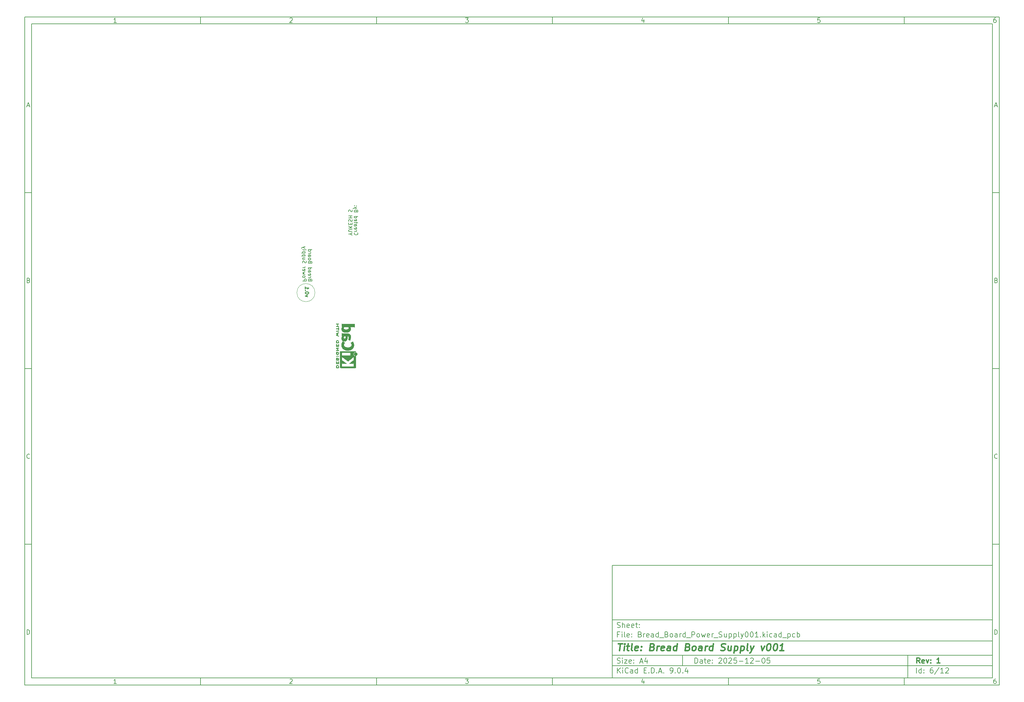
<source format=gbr>
%TF.GenerationSoftware,KiCad,Pcbnew,9.0.4*%
%TF.CreationDate,2025-12-05T21:51:26+03:30*%
%TF.ProjectId,Bread_Board_Power_Supply001,42726561-645f-4426-9f61-72645f506f77,1*%
%TF.SameCoordinates,Original*%
%TF.FileFunction,Legend,Bot*%
%TF.FilePolarity,Positive*%
%FSLAX46Y46*%
G04 Gerber Fmt 4.6, Leading zero omitted, Abs format (unit mm)*
G04 Created by KiCad (PCBNEW 9.0.4) date 2025-12-05 21:51:26*
%MOMM*%
%LPD*%
G01*
G04 APERTURE LIST*
%ADD10C,0.100000*%
%ADD11C,0.150000*%
%ADD12C,0.300000*%
%ADD13C,0.400000*%
%ADD14C,0.200000*%
%ADD15C,0.250000*%
%ADD16C,0.010000*%
G04 APERTURE END LIST*
D10*
D11*
X177002200Y-166007200D02*
X285002200Y-166007200D01*
X285002200Y-198007200D01*
X177002200Y-198007200D01*
X177002200Y-166007200D01*
D10*
D11*
X10000000Y-10000000D02*
X287002200Y-10000000D01*
X287002200Y-200007200D01*
X10000000Y-200007200D01*
X10000000Y-10000000D01*
D10*
D11*
X12000000Y-12000000D02*
X285002200Y-12000000D01*
X285002200Y-198007200D01*
X12000000Y-198007200D01*
X12000000Y-12000000D01*
D10*
D11*
X60000000Y-12000000D02*
X60000000Y-10000000D01*
D10*
D11*
X110000000Y-12000000D02*
X110000000Y-10000000D01*
D10*
D11*
X160000000Y-12000000D02*
X160000000Y-10000000D01*
D10*
D11*
X210000000Y-12000000D02*
X210000000Y-10000000D01*
D10*
D11*
X260000000Y-12000000D02*
X260000000Y-10000000D01*
D10*
D11*
X36089160Y-11593604D02*
X35346303Y-11593604D01*
X35717731Y-11593604D02*
X35717731Y-10293604D01*
X35717731Y-10293604D02*
X35593922Y-10479319D01*
X35593922Y-10479319D02*
X35470112Y-10603128D01*
X35470112Y-10603128D02*
X35346303Y-10665033D01*
D10*
D11*
X85346303Y-10417414D02*
X85408207Y-10355509D01*
X85408207Y-10355509D02*
X85532017Y-10293604D01*
X85532017Y-10293604D02*
X85841541Y-10293604D01*
X85841541Y-10293604D02*
X85965350Y-10355509D01*
X85965350Y-10355509D02*
X86027255Y-10417414D01*
X86027255Y-10417414D02*
X86089160Y-10541223D01*
X86089160Y-10541223D02*
X86089160Y-10665033D01*
X86089160Y-10665033D02*
X86027255Y-10850747D01*
X86027255Y-10850747D02*
X85284398Y-11593604D01*
X85284398Y-11593604D02*
X86089160Y-11593604D01*
D10*
D11*
X135284398Y-10293604D02*
X136089160Y-10293604D01*
X136089160Y-10293604D02*
X135655826Y-10788842D01*
X135655826Y-10788842D02*
X135841541Y-10788842D01*
X135841541Y-10788842D02*
X135965350Y-10850747D01*
X135965350Y-10850747D02*
X136027255Y-10912652D01*
X136027255Y-10912652D02*
X136089160Y-11036461D01*
X136089160Y-11036461D02*
X136089160Y-11345985D01*
X136089160Y-11345985D02*
X136027255Y-11469795D01*
X136027255Y-11469795D02*
X135965350Y-11531700D01*
X135965350Y-11531700D02*
X135841541Y-11593604D01*
X135841541Y-11593604D02*
X135470112Y-11593604D01*
X135470112Y-11593604D02*
X135346303Y-11531700D01*
X135346303Y-11531700D02*
X135284398Y-11469795D01*
D10*
D11*
X185965350Y-10726938D02*
X185965350Y-11593604D01*
X185655826Y-10231700D02*
X185346303Y-11160271D01*
X185346303Y-11160271D02*
X186151064Y-11160271D01*
D10*
D11*
X236027255Y-10293604D02*
X235408207Y-10293604D01*
X235408207Y-10293604D02*
X235346303Y-10912652D01*
X235346303Y-10912652D02*
X235408207Y-10850747D01*
X235408207Y-10850747D02*
X235532017Y-10788842D01*
X235532017Y-10788842D02*
X235841541Y-10788842D01*
X235841541Y-10788842D02*
X235965350Y-10850747D01*
X235965350Y-10850747D02*
X236027255Y-10912652D01*
X236027255Y-10912652D02*
X236089160Y-11036461D01*
X236089160Y-11036461D02*
X236089160Y-11345985D01*
X236089160Y-11345985D02*
X236027255Y-11469795D01*
X236027255Y-11469795D02*
X235965350Y-11531700D01*
X235965350Y-11531700D02*
X235841541Y-11593604D01*
X235841541Y-11593604D02*
X235532017Y-11593604D01*
X235532017Y-11593604D02*
X235408207Y-11531700D01*
X235408207Y-11531700D02*
X235346303Y-11469795D01*
D10*
D11*
X285965350Y-10293604D02*
X285717731Y-10293604D01*
X285717731Y-10293604D02*
X285593922Y-10355509D01*
X285593922Y-10355509D02*
X285532017Y-10417414D01*
X285532017Y-10417414D02*
X285408207Y-10603128D01*
X285408207Y-10603128D02*
X285346303Y-10850747D01*
X285346303Y-10850747D02*
X285346303Y-11345985D01*
X285346303Y-11345985D02*
X285408207Y-11469795D01*
X285408207Y-11469795D02*
X285470112Y-11531700D01*
X285470112Y-11531700D02*
X285593922Y-11593604D01*
X285593922Y-11593604D02*
X285841541Y-11593604D01*
X285841541Y-11593604D02*
X285965350Y-11531700D01*
X285965350Y-11531700D02*
X286027255Y-11469795D01*
X286027255Y-11469795D02*
X286089160Y-11345985D01*
X286089160Y-11345985D02*
X286089160Y-11036461D01*
X286089160Y-11036461D02*
X286027255Y-10912652D01*
X286027255Y-10912652D02*
X285965350Y-10850747D01*
X285965350Y-10850747D02*
X285841541Y-10788842D01*
X285841541Y-10788842D02*
X285593922Y-10788842D01*
X285593922Y-10788842D02*
X285470112Y-10850747D01*
X285470112Y-10850747D02*
X285408207Y-10912652D01*
X285408207Y-10912652D02*
X285346303Y-11036461D01*
D10*
D11*
X60000000Y-198007200D02*
X60000000Y-200007200D01*
D10*
D11*
X110000000Y-198007200D02*
X110000000Y-200007200D01*
D10*
D11*
X160000000Y-198007200D02*
X160000000Y-200007200D01*
D10*
D11*
X210000000Y-198007200D02*
X210000000Y-200007200D01*
D10*
D11*
X260000000Y-198007200D02*
X260000000Y-200007200D01*
D10*
D11*
X36089160Y-199600804D02*
X35346303Y-199600804D01*
X35717731Y-199600804D02*
X35717731Y-198300804D01*
X35717731Y-198300804D02*
X35593922Y-198486519D01*
X35593922Y-198486519D02*
X35470112Y-198610328D01*
X35470112Y-198610328D02*
X35346303Y-198672233D01*
D10*
D11*
X85346303Y-198424614D02*
X85408207Y-198362709D01*
X85408207Y-198362709D02*
X85532017Y-198300804D01*
X85532017Y-198300804D02*
X85841541Y-198300804D01*
X85841541Y-198300804D02*
X85965350Y-198362709D01*
X85965350Y-198362709D02*
X86027255Y-198424614D01*
X86027255Y-198424614D02*
X86089160Y-198548423D01*
X86089160Y-198548423D02*
X86089160Y-198672233D01*
X86089160Y-198672233D02*
X86027255Y-198857947D01*
X86027255Y-198857947D02*
X85284398Y-199600804D01*
X85284398Y-199600804D02*
X86089160Y-199600804D01*
D10*
D11*
X135284398Y-198300804D02*
X136089160Y-198300804D01*
X136089160Y-198300804D02*
X135655826Y-198796042D01*
X135655826Y-198796042D02*
X135841541Y-198796042D01*
X135841541Y-198796042D02*
X135965350Y-198857947D01*
X135965350Y-198857947D02*
X136027255Y-198919852D01*
X136027255Y-198919852D02*
X136089160Y-199043661D01*
X136089160Y-199043661D02*
X136089160Y-199353185D01*
X136089160Y-199353185D02*
X136027255Y-199476995D01*
X136027255Y-199476995D02*
X135965350Y-199538900D01*
X135965350Y-199538900D02*
X135841541Y-199600804D01*
X135841541Y-199600804D02*
X135470112Y-199600804D01*
X135470112Y-199600804D02*
X135346303Y-199538900D01*
X135346303Y-199538900D02*
X135284398Y-199476995D01*
D10*
D11*
X185965350Y-198734138D02*
X185965350Y-199600804D01*
X185655826Y-198238900D02*
X185346303Y-199167471D01*
X185346303Y-199167471D02*
X186151064Y-199167471D01*
D10*
D11*
X236027255Y-198300804D02*
X235408207Y-198300804D01*
X235408207Y-198300804D02*
X235346303Y-198919852D01*
X235346303Y-198919852D02*
X235408207Y-198857947D01*
X235408207Y-198857947D02*
X235532017Y-198796042D01*
X235532017Y-198796042D02*
X235841541Y-198796042D01*
X235841541Y-198796042D02*
X235965350Y-198857947D01*
X235965350Y-198857947D02*
X236027255Y-198919852D01*
X236027255Y-198919852D02*
X236089160Y-199043661D01*
X236089160Y-199043661D02*
X236089160Y-199353185D01*
X236089160Y-199353185D02*
X236027255Y-199476995D01*
X236027255Y-199476995D02*
X235965350Y-199538900D01*
X235965350Y-199538900D02*
X235841541Y-199600804D01*
X235841541Y-199600804D02*
X235532017Y-199600804D01*
X235532017Y-199600804D02*
X235408207Y-199538900D01*
X235408207Y-199538900D02*
X235346303Y-199476995D01*
D10*
D11*
X285965350Y-198300804D02*
X285717731Y-198300804D01*
X285717731Y-198300804D02*
X285593922Y-198362709D01*
X285593922Y-198362709D02*
X285532017Y-198424614D01*
X285532017Y-198424614D02*
X285408207Y-198610328D01*
X285408207Y-198610328D02*
X285346303Y-198857947D01*
X285346303Y-198857947D02*
X285346303Y-199353185D01*
X285346303Y-199353185D02*
X285408207Y-199476995D01*
X285408207Y-199476995D02*
X285470112Y-199538900D01*
X285470112Y-199538900D02*
X285593922Y-199600804D01*
X285593922Y-199600804D02*
X285841541Y-199600804D01*
X285841541Y-199600804D02*
X285965350Y-199538900D01*
X285965350Y-199538900D02*
X286027255Y-199476995D01*
X286027255Y-199476995D02*
X286089160Y-199353185D01*
X286089160Y-199353185D02*
X286089160Y-199043661D01*
X286089160Y-199043661D02*
X286027255Y-198919852D01*
X286027255Y-198919852D02*
X285965350Y-198857947D01*
X285965350Y-198857947D02*
X285841541Y-198796042D01*
X285841541Y-198796042D02*
X285593922Y-198796042D01*
X285593922Y-198796042D02*
X285470112Y-198857947D01*
X285470112Y-198857947D02*
X285408207Y-198919852D01*
X285408207Y-198919852D02*
X285346303Y-199043661D01*
D10*
D11*
X10000000Y-60000000D02*
X12000000Y-60000000D01*
D10*
D11*
X10000000Y-110000000D02*
X12000000Y-110000000D01*
D10*
D11*
X10000000Y-160000000D02*
X12000000Y-160000000D01*
D10*
D11*
X10690476Y-35222176D02*
X11309523Y-35222176D01*
X10566666Y-35593604D02*
X10999999Y-34293604D01*
X10999999Y-34293604D02*
X11433333Y-35593604D01*
D10*
D11*
X11092857Y-84912652D02*
X11278571Y-84974557D01*
X11278571Y-84974557D02*
X11340476Y-85036461D01*
X11340476Y-85036461D02*
X11402380Y-85160271D01*
X11402380Y-85160271D02*
X11402380Y-85345985D01*
X11402380Y-85345985D02*
X11340476Y-85469795D01*
X11340476Y-85469795D02*
X11278571Y-85531700D01*
X11278571Y-85531700D02*
X11154761Y-85593604D01*
X11154761Y-85593604D02*
X10659523Y-85593604D01*
X10659523Y-85593604D02*
X10659523Y-84293604D01*
X10659523Y-84293604D02*
X11092857Y-84293604D01*
X11092857Y-84293604D02*
X11216666Y-84355509D01*
X11216666Y-84355509D02*
X11278571Y-84417414D01*
X11278571Y-84417414D02*
X11340476Y-84541223D01*
X11340476Y-84541223D02*
X11340476Y-84665033D01*
X11340476Y-84665033D02*
X11278571Y-84788842D01*
X11278571Y-84788842D02*
X11216666Y-84850747D01*
X11216666Y-84850747D02*
X11092857Y-84912652D01*
X11092857Y-84912652D02*
X10659523Y-84912652D01*
D10*
D11*
X11402380Y-135469795D02*
X11340476Y-135531700D01*
X11340476Y-135531700D02*
X11154761Y-135593604D01*
X11154761Y-135593604D02*
X11030952Y-135593604D01*
X11030952Y-135593604D02*
X10845238Y-135531700D01*
X10845238Y-135531700D02*
X10721428Y-135407890D01*
X10721428Y-135407890D02*
X10659523Y-135284080D01*
X10659523Y-135284080D02*
X10597619Y-135036461D01*
X10597619Y-135036461D02*
X10597619Y-134850747D01*
X10597619Y-134850747D02*
X10659523Y-134603128D01*
X10659523Y-134603128D02*
X10721428Y-134479319D01*
X10721428Y-134479319D02*
X10845238Y-134355509D01*
X10845238Y-134355509D02*
X11030952Y-134293604D01*
X11030952Y-134293604D02*
X11154761Y-134293604D01*
X11154761Y-134293604D02*
X11340476Y-134355509D01*
X11340476Y-134355509D02*
X11402380Y-134417414D01*
D10*
D11*
X10659523Y-185593604D02*
X10659523Y-184293604D01*
X10659523Y-184293604D02*
X10969047Y-184293604D01*
X10969047Y-184293604D02*
X11154761Y-184355509D01*
X11154761Y-184355509D02*
X11278571Y-184479319D01*
X11278571Y-184479319D02*
X11340476Y-184603128D01*
X11340476Y-184603128D02*
X11402380Y-184850747D01*
X11402380Y-184850747D02*
X11402380Y-185036461D01*
X11402380Y-185036461D02*
X11340476Y-185284080D01*
X11340476Y-185284080D02*
X11278571Y-185407890D01*
X11278571Y-185407890D02*
X11154761Y-185531700D01*
X11154761Y-185531700D02*
X10969047Y-185593604D01*
X10969047Y-185593604D02*
X10659523Y-185593604D01*
D10*
D11*
X287002200Y-60000000D02*
X285002200Y-60000000D01*
D10*
D11*
X287002200Y-110000000D02*
X285002200Y-110000000D01*
D10*
D11*
X287002200Y-160000000D02*
X285002200Y-160000000D01*
D10*
D11*
X285692676Y-35222176D02*
X286311723Y-35222176D01*
X285568866Y-35593604D02*
X286002199Y-34293604D01*
X286002199Y-34293604D02*
X286435533Y-35593604D01*
D10*
D11*
X286095057Y-84912652D02*
X286280771Y-84974557D01*
X286280771Y-84974557D02*
X286342676Y-85036461D01*
X286342676Y-85036461D02*
X286404580Y-85160271D01*
X286404580Y-85160271D02*
X286404580Y-85345985D01*
X286404580Y-85345985D02*
X286342676Y-85469795D01*
X286342676Y-85469795D02*
X286280771Y-85531700D01*
X286280771Y-85531700D02*
X286156961Y-85593604D01*
X286156961Y-85593604D02*
X285661723Y-85593604D01*
X285661723Y-85593604D02*
X285661723Y-84293604D01*
X285661723Y-84293604D02*
X286095057Y-84293604D01*
X286095057Y-84293604D02*
X286218866Y-84355509D01*
X286218866Y-84355509D02*
X286280771Y-84417414D01*
X286280771Y-84417414D02*
X286342676Y-84541223D01*
X286342676Y-84541223D02*
X286342676Y-84665033D01*
X286342676Y-84665033D02*
X286280771Y-84788842D01*
X286280771Y-84788842D02*
X286218866Y-84850747D01*
X286218866Y-84850747D02*
X286095057Y-84912652D01*
X286095057Y-84912652D02*
X285661723Y-84912652D01*
D10*
D11*
X286404580Y-135469795D02*
X286342676Y-135531700D01*
X286342676Y-135531700D02*
X286156961Y-135593604D01*
X286156961Y-135593604D02*
X286033152Y-135593604D01*
X286033152Y-135593604D02*
X285847438Y-135531700D01*
X285847438Y-135531700D02*
X285723628Y-135407890D01*
X285723628Y-135407890D02*
X285661723Y-135284080D01*
X285661723Y-135284080D02*
X285599819Y-135036461D01*
X285599819Y-135036461D02*
X285599819Y-134850747D01*
X285599819Y-134850747D02*
X285661723Y-134603128D01*
X285661723Y-134603128D02*
X285723628Y-134479319D01*
X285723628Y-134479319D02*
X285847438Y-134355509D01*
X285847438Y-134355509D02*
X286033152Y-134293604D01*
X286033152Y-134293604D02*
X286156961Y-134293604D01*
X286156961Y-134293604D02*
X286342676Y-134355509D01*
X286342676Y-134355509D02*
X286404580Y-134417414D01*
D10*
D11*
X285661723Y-185593604D02*
X285661723Y-184293604D01*
X285661723Y-184293604D02*
X285971247Y-184293604D01*
X285971247Y-184293604D02*
X286156961Y-184355509D01*
X286156961Y-184355509D02*
X286280771Y-184479319D01*
X286280771Y-184479319D02*
X286342676Y-184603128D01*
X286342676Y-184603128D02*
X286404580Y-184850747D01*
X286404580Y-184850747D02*
X286404580Y-185036461D01*
X286404580Y-185036461D02*
X286342676Y-185284080D01*
X286342676Y-185284080D02*
X286280771Y-185407890D01*
X286280771Y-185407890D02*
X286156961Y-185531700D01*
X286156961Y-185531700D02*
X285971247Y-185593604D01*
X285971247Y-185593604D02*
X285661723Y-185593604D01*
D10*
D11*
X200458026Y-193793328D02*
X200458026Y-192293328D01*
X200458026Y-192293328D02*
X200815169Y-192293328D01*
X200815169Y-192293328D02*
X201029455Y-192364757D01*
X201029455Y-192364757D02*
X201172312Y-192507614D01*
X201172312Y-192507614D02*
X201243741Y-192650471D01*
X201243741Y-192650471D02*
X201315169Y-192936185D01*
X201315169Y-192936185D02*
X201315169Y-193150471D01*
X201315169Y-193150471D02*
X201243741Y-193436185D01*
X201243741Y-193436185D02*
X201172312Y-193579042D01*
X201172312Y-193579042D02*
X201029455Y-193721900D01*
X201029455Y-193721900D02*
X200815169Y-193793328D01*
X200815169Y-193793328D02*
X200458026Y-193793328D01*
X202600884Y-193793328D02*
X202600884Y-193007614D01*
X202600884Y-193007614D02*
X202529455Y-192864757D01*
X202529455Y-192864757D02*
X202386598Y-192793328D01*
X202386598Y-192793328D02*
X202100884Y-192793328D01*
X202100884Y-192793328D02*
X201958026Y-192864757D01*
X202600884Y-193721900D02*
X202458026Y-193793328D01*
X202458026Y-193793328D02*
X202100884Y-193793328D01*
X202100884Y-193793328D02*
X201958026Y-193721900D01*
X201958026Y-193721900D02*
X201886598Y-193579042D01*
X201886598Y-193579042D02*
X201886598Y-193436185D01*
X201886598Y-193436185D02*
X201958026Y-193293328D01*
X201958026Y-193293328D02*
X202100884Y-193221900D01*
X202100884Y-193221900D02*
X202458026Y-193221900D01*
X202458026Y-193221900D02*
X202600884Y-193150471D01*
X203100884Y-192793328D02*
X203672312Y-192793328D01*
X203315169Y-192293328D02*
X203315169Y-193579042D01*
X203315169Y-193579042D02*
X203386598Y-193721900D01*
X203386598Y-193721900D02*
X203529455Y-193793328D01*
X203529455Y-193793328D02*
X203672312Y-193793328D01*
X204743741Y-193721900D02*
X204600884Y-193793328D01*
X204600884Y-193793328D02*
X204315170Y-193793328D01*
X204315170Y-193793328D02*
X204172312Y-193721900D01*
X204172312Y-193721900D02*
X204100884Y-193579042D01*
X204100884Y-193579042D02*
X204100884Y-193007614D01*
X204100884Y-193007614D02*
X204172312Y-192864757D01*
X204172312Y-192864757D02*
X204315170Y-192793328D01*
X204315170Y-192793328D02*
X204600884Y-192793328D01*
X204600884Y-192793328D02*
X204743741Y-192864757D01*
X204743741Y-192864757D02*
X204815170Y-193007614D01*
X204815170Y-193007614D02*
X204815170Y-193150471D01*
X204815170Y-193150471D02*
X204100884Y-193293328D01*
X205458026Y-193650471D02*
X205529455Y-193721900D01*
X205529455Y-193721900D02*
X205458026Y-193793328D01*
X205458026Y-193793328D02*
X205386598Y-193721900D01*
X205386598Y-193721900D02*
X205458026Y-193650471D01*
X205458026Y-193650471D02*
X205458026Y-193793328D01*
X205458026Y-192864757D02*
X205529455Y-192936185D01*
X205529455Y-192936185D02*
X205458026Y-193007614D01*
X205458026Y-193007614D02*
X205386598Y-192936185D01*
X205386598Y-192936185D02*
X205458026Y-192864757D01*
X205458026Y-192864757D02*
X205458026Y-193007614D01*
X207243741Y-192436185D02*
X207315169Y-192364757D01*
X207315169Y-192364757D02*
X207458027Y-192293328D01*
X207458027Y-192293328D02*
X207815169Y-192293328D01*
X207815169Y-192293328D02*
X207958027Y-192364757D01*
X207958027Y-192364757D02*
X208029455Y-192436185D01*
X208029455Y-192436185D02*
X208100884Y-192579042D01*
X208100884Y-192579042D02*
X208100884Y-192721900D01*
X208100884Y-192721900D02*
X208029455Y-192936185D01*
X208029455Y-192936185D02*
X207172312Y-193793328D01*
X207172312Y-193793328D02*
X208100884Y-193793328D01*
X209029455Y-192293328D02*
X209172312Y-192293328D01*
X209172312Y-192293328D02*
X209315169Y-192364757D01*
X209315169Y-192364757D02*
X209386598Y-192436185D01*
X209386598Y-192436185D02*
X209458026Y-192579042D01*
X209458026Y-192579042D02*
X209529455Y-192864757D01*
X209529455Y-192864757D02*
X209529455Y-193221900D01*
X209529455Y-193221900D02*
X209458026Y-193507614D01*
X209458026Y-193507614D02*
X209386598Y-193650471D01*
X209386598Y-193650471D02*
X209315169Y-193721900D01*
X209315169Y-193721900D02*
X209172312Y-193793328D01*
X209172312Y-193793328D02*
X209029455Y-193793328D01*
X209029455Y-193793328D02*
X208886598Y-193721900D01*
X208886598Y-193721900D02*
X208815169Y-193650471D01*
X208815169Y-193650471D02*
X208743740Y-193507614D01*
X208743740Y-193507614D02*
X208672312Y-193221900D01*
X208672312Y-193221900D02*
X208672312Y-192864757D01*
X208672312Y-192864757D02*
X208743740Y-192579042D01*
X208743740Y-192579042D02*
X208815169Y-192436185D01*
X208815169Y-192436185D02*
X208886598Y-192364757D01*
X208886598Y-192364757D02*
X209029455Y-192293328D01*
X210100883Y-192436185D02*
X210172311Y-192364757D01*
X210172311Y-192364757D02*
X210315169Y-192293328D01*
X210315169Y-192293328D02*
X210672311Y-192293328D01*
X210672311Y-192293328D02*
X210815169Y-192364757D01*
X210815169Y-192364757D02*
X210886597Y-192436185D01*
X210886597Y-192436185D02*
X210958026Y-192579042D01*
X210958026Y-192579042D02*
X210958026Y-192721900D01*
X210958026Y-192721900D02*
X210886597Y-192936185D01*
X210886597Y-192936185D02*
X210029454Y-193793328D01*
X210029454Y-193793328D02*
X210958026Y-193793328D01*
X212315168Y-192293328D02*
X211600882Y-192293328D01*
X211600882Y-192293328D02*
X211529454Y-193007614D01*
X211529454Y-193007614D02*
X211600882Y-192936185D01*
X211600882Y-192936185D02*
X211743740Y-192864757D01*
X211743740Y-192864757D02*
X212100882Y-192864757D01*
X212100882Y-192864757D02*
X212243740Y-192936185D01*
X212243740Y-192936185D02*
X212315168Y-193007614D01*
X212315168Y-193007614D02*
X212386597Y-193150471D01*
X212386597Y-193150471D02*
X212386597Y-193507614D01*
X212386597Y-193507614D02*
X212315168Y-193650471D01*
X212315168Y-193650471D02*
X212243740Y-193721900D01*
X212243740Y-193721900D02*
X212100882Y-193793328D01*
X212100882Y-193793328D02*
X211743740Y-193793328D01*
X211743740Y-193793328D02*
X211600882Y-193721900D01*
X211600882Y-193721900D02*
X211529454Y-193650471D01*
X213029453Y-193221900D02*
X214172311Y-193221900D01*
X215672311Y-193793328D02*
X214815168Y-193793328D01*
X215243739Y-193793328D02*
X215243739Y-192293328D01*
X215243739Y-192293328D02*
X215100882Y-192507614D01*
X215100882Y-192507614D02*
X214958025Y-192650471D01*
X214958025Y-192650471D02*
X214815168Y-192721900D01*
X216243739Y-192436185D02*
X216315167Y-192364757D01*
X216315167Y-192364757D02*
X216458025Y-192293328D01*
X216458025Y-192293328D02*
X216815167Y-192293328D01*
X216815167Y-192293328D02*
X216958025Y-192364757D01*
X216958025Y-192364757D02*
X217029453Y-192436185D01*
X217029453Y-192436185D02*
X217100882Y-192579042D01*
X217100882Y-192579042D02*
X217100882Y-192721900D01*
X217100882Y-192721900D02*
X217029453Y-192936185D01*
X217029453Y-192936185D02*
X216172310Y-193793328D01*
X216172310Y-193793328D02*
X217100882Y-193793328D01*
X217743738Y-193221900D02*
X218886596Y-193221900D01*
X219886596Y-192293328D02*
X220029453Y-192293328D01*
X220029453Y-192293328D02*
X220172310Y-192364757D01*
X220172310Y-192364757D02*
X220243739Y-192436185D01*
X220243739Y-192436185D02*
X220315167Y-192579042D01*
X220315167Y-192579042D02*
X220386596Y-192864757D01*
X220386596Y-192864757D02*
X220386596Y-193221900D01*
X220386596Y-193221900D02*
X220315167Y-193507614D01*
X220315167Y-193507614D02*
X220243739Y-193650471D01*
X220243739Y-193650471D02*
X220172310Y-193721900D01*
X220172310Y-193721900D02*
X220029453Y-193793328D01*
X220029453Y-193793328D02*
X219886596Y-193793328D01*
X219886596Y-193793328D02*
X219743739Y-193721900D01*
X219743739Y-193721900D02*
X219672310Y-193650471D01*
X219672310Y-193650471D02*
X219600881Y-193507614D01*
X219600881Y-193507614D02*
X219529453Y-193221900D01*
X219529453Y-193221900D02*
X219529453Y-192864757D01*
X219529453Y-192864757D02*
X219600881Y-192579042D01*
X219600881Y-192579042D02*
X219672310Y-192436185D01*
X219672310Y-192436185D02*
X219743739Y-192364757D01*
X219743739Y-192364757D02*
X219886596Y-192293328D01*
X221743738Y-192293328D02*
X221029452Y-192293328D01*
X221029452Y-192293328D02*
X220958024Y-193007614D01*
X220958024Y-193007614D02*
X221029452Y-192936185D01*
X221029452Y-192936185D02*
X221172310Y-192864757D01*
X221172310Y-192864757D02*
X221529452Y-192864757D01*
X221529452Y-192864757D02*
X221672310Y-192936185D01*
X221672310Y-192936185D02*
X221743738Y-193007614D01*
X221743738Y-193007614D02*
X221815167Y-193150471D01*
X221815167Y-193150471D02*
X221815167Y-193507614D01*
X221815167Y-193507614D02*
X221743738Y-193650471D01*
X221743738Y-193650471D02*
X221672310Y-193721900D01*
X221672310Y-193721900D02*
X221529452Y-193793328D01*
X221529452Y-193793328D02*
X221172310Y-193793328D01*
X221172310Y-193793328D02*
X221029452Y-193721900D01*
X221029452Y-193721900D02*
X220958024Y-193650471D01*
D10*
D11*
X177002200Y-194507200D02*
X285002200Y-194507200D01*
D10*
D11*
X178458026Y-196593328D02*
X178458026Y-195093328D01*
X179315169Y-196593328D02*
X178672312Y-195736185D01*
X179315169Y-195093328D02*
X178458026Y-195950471D01*
X179958026Y-196593328D02*
X179958026Y-195593328D01*
X179958026Y-195093328D02*
X179886598Y-195164757D01*
X179886598Y-195164757D02*
X179958026Y-195236185D01*
X179958026Y-195236185D02*
X180029455Y-195164757D01*
X180029455Y-195164757D02*
X179958026Y-195093328D01*
X179958026Y-195093328D02*
X179958026Y-195236185D01*
X181529455Y-196450471D02*
X181458027Y-196521900D01*
X181458027Y-196521900D02*
X181243741Y-196593328D01*
X181243741Y-196593328D02*
X181100884Y-196593328D01*
X181100884Y-196593328D02*
X180886598Y-196521900D01*
X180886598Y-196521900D02*
X180743741Y-196379042D01*
X180743741Y-196379042D02*
X180672312Y-196236185D01*
X180672312Y-196236185D02*
X180600884Y-195950471D01*
X180600884Y-195950471D02*
X180600884Y-195736185D01*
X180600884Y-195736185D02*
X180672312Y-195450471D01*
X180672312Y-195450471D02*
X180743741Y-195307614D01*
X180743741Y-195307614D02*
X180886598Y-195164757D01*
X180886598Y-195164757D02*
X181100884Y-195093328D01*
X181100884Y-195093328D02*
X181243741Y-195093328D01*
X181243741Y-195093328D02*
X181458027Y-195164757D01*
X181458027Y-195164757D02*
X181529455Y-195236185D01*
X182815170Y-196593328D02*
X182815170Y-195807614D01*
X182815170Y-195807614D02*
X182743741Y-195664757D01*
X182743741Y-195664757D02*
X182600884Y-195593328D01*
X182600884Y-195593328D02*
X182315170Y-195593328D01*
X182315170Y-195593328D02*
X182172312Y-195664757D01*
X182815170Y-196521900D02*
X182672312Y-196593328D01*
X182672312Y-196593328D02*
X182315170Y-196593328D01*
X182315170Y-196593328D02*
X182172312Y-196521900D01*
X182172312Y-196521900D02*
X182100884Y-196379042D01*
X182100884Y-196379042D02*
X182100884Y-196236185D01*
X182100884Y-196236185D02*
X182172312Y-196093328D01*
X182172312Y-196093328D02*
X182315170Y-196021900D01*
X182315170Y-196021900D02*
X182672312Y-196021900D01*
X182672312Y-196021900D02*
X182815170Y-195950471D01*
X184172313Y-196593328D02*
X184172313Y-195093328D01*
X184172313Y-196521900D02*
X184029455Y-196593328D01*
X184029455Y-196593328D02*
X183743741Y-196593328D01*
X183743741Y-196593328D02*
X183600884Y-196521900D01*
X183600884Y-196521900D02*
X183529455Y-196450471D01*
X183529455Y-196450471D02*
X183458027Y-196307614D01*
X183458027Y-196307614D02*
X183458027Y-195879042D01*
X183458027Y-195879042D02*
X183529455Y-195736185D01*
X183529455Y-195736185D02*
X183600884Y-195664757D01*
X183600884Y-195664757D02*
X183743741Y-195593328D01*
X183743741Y-195593328D02*
X184029455Y-195593328D01*
X184029455Y-195593328D02*
X184172313Y-195664757D01*
X186029455Y-195807614D02*
X186529455Y-195807614D01*
X186743741Y-196593328D02*
X186029455Y-196593328D01*
X186029455Y-196593328D02*
X186029455Y-195093328D01*
X186029455Y-195093328D02*
X186743741Y-195093328D01*
X187386598Y-196450471D02*
X187458027Y-196521900D01*
X187458027Y-196521900D02*
X187386598Y-196593328D01*
X187386598Y-196593328D02*
X187315170Y-196521900D01*
X187315170Y-196521900D02*
X187386598Y-196450471D01*
X187386598Y-196450471D02*
X187386598Y-196593328D01*
X188100884Y-196593328D02*
X188100884Y-195093328D01*
X188100884Y-195093328D02*
X188458027Y-195093328D01*
X188458027Y-195093328D02*
X188672313Y-195164757D01*
X188672313Y-195164757D02*
X188815170Y-195307614D01*
X188815170Y-195307614D02*
X188886599Y-195450471D01*
X188886599Y-195450471D02*
X188958027Y-195736185D01*
X188958027Y-195736185D02*
X188958027Y-195950471D01*
X188958027Y-195950471D02*
X188886599Y-196236185D01*
X188886599Y-196236185D02*
X188815170Y-196379042D01*
X188815170Y-196379042D02*
X188672313Y-196521900D01*
X188672313Y-196521900D02*
X188458027Y-196593328D01*
X188458027Y-196593328D02*
X188100884Y-196593328D01*
X189600884Y-196450471D02*
X189672313Y-196521900D01*
X189672313Y-196521900D02*
X189600884Y-196593328D01*
X189600884Y-196593328D02*
X189529456Y-196521900D01*
X189529456Y-196521900D02*
X189600884Y-196450471D01*
X189600884Y-196450471D02*
X189600884Y-196593328D01*
X190243742Y-196164757D02*
X190958028Y-196164757D01*
X190100885Y-196593328D02*
X190600885Y-195093328D01*
X190600885Y-195093328D02*
X191100885Y-196593328D01*
X191600884Y-196450471D02*
X191672313Y-196521900D01*
X191672313Y-196521900D02*
X191600884Y-196593328D01*
X191600884Y-196593328D02*
X191529456Y-196521900D01*
X191529456Y-196521900D02*
X191600884Y-196450471D01*
X191600884Y-196450471D02*
X191600884Y-196593328D01*
X193529456Y-196593328D02*
X193815170Y-196593328D01*
X193815170Y-196593328D02*
X193958027Y-196521900D01*
X193958027Y-196521900D02*
X194029456Y-196450471D01*
X194029456Y-196450471D02*
X194172313Y-196236185D01*
X194172313Y-196236185D02*
X194243742Y-195950471D01*
X194243742Y-195950471D02*
X194243742Y-195379042D01*
X194243742Y-195379042D02*
X194172313Y-195236185D01*
X194172313Y-195236185D02*
X194100885Y-195164757D01*
X194100885Y-195164757D02*
X193958027Y-195093328D01*
X193958027Y-195093328D02*
X193672313Y-195093328D01*
X193672313Y-195093328D02*
X193529456Y-195164757D01*
X193529456Y-195164757D02*
X193458027Y-195236185D01*
X193458027Y-195236185D02*
X193386599Y-195379042D01*
X193386599Y-195379042D02*
X193386599Y-195736185D01*
X193386599Y-195736185D02*
X193458027Y-195879042D01*
X193458027Y-195879042D02*
X193529456Y-195950471D01*
X193529456Y-195950471D02*
X193672313Y-196021900D01*
X193672313Y-196021900D02*
X193958027Y-196021900D01*
X193958027Y-196021900D02*
X194100885Y-195950471D01*
X194100885Y-195950471D02*
X194172313Y-195879042D01*
X194172313Y-195879042D02*
X194243742Y-195736185D01*
X194886598Y-196450471D02*
X194958027Y-196521900D01*
X194958027Y-196521900D02*
X194886598Y-196593328D01*
X194886598Y-196593328D02*
X194815170Y-196521900D01*
X194815170Y-196521900D02*
X194886598Y-196450471D01*
X194886598Y-196450471D02*
X194886598Y-196593328D01*
X195886599Y-195093328D02*
X196029456Y-195093328D01*
X196029456Y-195093328D02*
X196172313Y-195164757D01*
X196172313Y-195164757D02*
X196243742Y-195236185D01*
X196243742Y-195236185D02*
X196315170Y-195379042D01*
X196315170Y-195379042D02*
X196386599Y-195664757D01*
X196386599Y-195664757D02*
X196386599Y-196021900D01*
X196386599Y-196021900D02*
X196315170Y-196307614D01*
X196315170Y-196307614D02*
X196243742Y-196450471D01*
X196243742Y-196450471D02*
X196172313Y-196521900D01*
X196172313Y-196521900D02*
X196029456Y-196593328D01*
X196029456Y-196593328D02*
X195886599Y-196593328D01*
X195886599Y-196593328D02*
X195743742Y-196521900D01*
X195743742Y-196521900D02*
X195672313Y-196450471D01*
X195672313Y-196450471D02*
X195600884Y-196307614D01*
X195600884Y-196307614D02*
X195529456Y-196021900D01*
X195529456Y-196021900D02*
X195529456Y-195664757D01*
X195529456Y-195664757D02*
X195600884Y-195379042D01*
X195600884Y-195379042D02*
X195672313Y-195236185D01*
X195672313Y-195236185D02*
X195743742Y-195164757D01*
X195743742Y-195164757D02*
X195886599Y-195093328D01*
X197029455Y-196450471D02*
X197100884Y-196521900D01*
X197100884Y-196521900D02*
X197029455Y-196593328D01*
X197029455Y-196593328D02*
X196958027Y-196521900D01*
X196958027Y-196521900D02*
X197029455Y-196450471D01*
X197029455Y-196450471D02*
X197029455Y-196593328D01*
X198386599Y-195593328D02*
X198386599Y-196593328D01*
X198029456Y-195021900D02*
X197672313Y-196093328D01*
X197672313Y-196093328D02*
X198600884Y-196093328D01*
D10*
D11*
X177002200Y-191507200D02*
X285002200Y-191507200D01*
D10*
D12*
X264413853Y-193785528D02*
X263913853Y-193071242D01*
X263556710Y-193785528D02*
X263556710Y-192285528D01*
X263556710Y-192285528D02*
X264128139Y-192285528D01*
X264128139Y-192285528D02*
X264270996Y-192356957D01*
X264270996Y-192356957D02*
X264342425Y-192428385D01*
X264342425Y-192428385D02*
X264413853Y-192571242D01*
X264413853Y-192571242D02*
X264413853Y-192785528D01*
X264413853Y-192785528D02*
X264342425Y-192928385D01*
X264342425Y-192928385D02*
X264270996Y-192999814D01*
X264270996Y-192999814D02*
X264128139Y-193071242D01*
X264128139Y-193071242D02*
X263556710Y-193071242D01*
X265628139Y-193714100D02*
X265485282Y-193785528D01*
X265485282Y-193785528D02*
X265199568Y-193785528D01*
X265199568Y-193785528D02*
X265056710Y-193714100D01*
X265056710Y-193714100D02*
X264985282Y-193571242D01*
X264985282Y-193571242D02*
X264985282Y-192999814D01*
X264985282Y-192999814D02*
X265056710Y-192856957D01*
X265056710Y-192856957D02*
X265199568Y-192785528D01*
X265199568Y-192785528D02*
X265485282Y-192785528D01*
X265485282Y-192785528D02*
X265628139Y-192856957D01*
X265628139Y-192856957D02*
X265699568Y-192999814D01*
X265699568Y-192999814D02*
X265699568Y-193142671D01*
X265699568Y-193142671D02*
X264985282Y-193285528D01*
X266199567Y-192785528D02*
X266556710Y-193785528D01*
X266556710Y-193785528D02*
X266913853Y-192785528D01*
X267485281Y-193642671D02*
X267556710Y-193714100D01*
X267556710Y-193714100D02*
X267485281Y-193785528D01*
X267485281Y-193785528D02*
X267413853Y-193714100D01*
X267413853Y-193714100D02*
X267485281Y-193642671D01*
X267485281Y-193642671D02*
X267485281Y-193785528D01*
X267485281Y-192856957D02*
X267556710Y-192928385D01*
X267556710Y-192928385D02*
X267485281Y-192999814D01*
X267485281Y-192999814D02*
X267413853Y-192928385D01*
X267413853Y-192928385D02*
X267485281Y-192856957D01*
X267485281Y-192856957D02*
X267485281Y-192999814D01*
X270128139Y-193785528D02*
X269270996Y-193785528D01*
X269699567Y-193785528D02*
X269699567Y-192285528D01*
X269699567Y-192285528D02*
X269556710Y-192499814D01*
X269556710Y-192499814D02*
X269413853Y-192642671D01*
X269413853Y-192642671D02*
X269270996Y-192714100D01*
D10*
D11*
X178386598Y-193721900D02*
X178600884Y-193793328D01*
X178600884Y-193793328D02*
X178958026Y-193793328D01*
X178958026Y-193793328D02*
X179100884Y-193721900D01*
X179100884Y-193721900D02*
X179172312Y-193650471D01*
X179172312Y-193650471D02*
X179243741Y-193507614D01*
X179243741Y-193507614D02*
X179243741Y-193364757D01*
X179243741Y-193364757D02*
X179172312Y-193221900D01*
X179172312Y-193221900D02*
X179100884Y-193150471D01*
X179100884Y-193150471D02*
X178958026Y-193079042D01*
X178958026Y-193079042D02*
X178672312Y-193007614D01*
X178672312Y-193007614D02*
X178529455Y-192936185D01*
X178529455Y-192936185D02*
X178458026Y-192864757D01*
X178458026Y-192864757D02*
X178386598Y-192721900D01*
X178386598Y-192721900D02*
X178386598Y-192579042D01*
X178386598Y-192579042D02*
X178458026Y-192436185D01*
X178458026Y-192436185D02*
X178529455Y-192364757D01*
X178529455Y-192364757D02*
X178672312Y-192293328D01*
X178672312Y-192293328D02*
X179029455Y-192293328D01*
X179029455Y-192293328D02*
X179243741Y-192364757D01*
X179886597Y-193793328D02*
X179886597Y-192793328D01*
X179886597Y-192293328D02*
X179815169Y-192364757D01*
X179815169Y-192364757D02*
X179886597Y-192436185D01*
X179886597Y-192436185D02*
X179958026Y-192364757D01*
X179958026Y-192364757D02*
X179886597Y-192293328D01*
X179886597Y-192293328D02*
X179886597Y-192436185D01*
X180458026Y-192793328D02*
X181243741Y-192793328D01*
X181243741Y-192793328D02*
X180458026Y-193793328D01*
X180458026Y-193793328D02*
X181243741Y-193793328D01*
X182386598Y-193721900D02*
X182243741Y-193793328D01*
X182243741Y-193793328D02*
X181958027Y-193793328D01*
X181958027Y-193793328D02*
X181815169Y-193721900D01*
X181815169Y-193721900D02*
X181743741Y-193579042D01*
X181743741Y-193579042D02*
X181743741Y-193007614D01*
X181743741Y-193007614D02*
X181815169Y-192864757D01*
X181815169Y-192864757D02*
X181958027Y-192793328D01*
X181958027Y-192793328D02*
X182243741Y-192793328D01*
X182243741Y-192793328D02*
X182386598Y-192864757D01*
X182386598Y-192864757D02*
X182458027Y-193007614D01*
X182458027Y-193007614D02*
X182458027Y-193150471D01*
X182458027Y-193150471D02*
X181743741Y-193293328D01*
X183100883Y-193650471D02*
X183172312Y-193721900D01*
X183172312Y-193721900D02*
X183100883Y-193793328D01*
X183100883Y-193793328D02*
X183029455Y-193721900D01*
X183029455Y-193721900D02*
X183100883Y-193650471D01*
X183100883Y-193650471D02*
X183100883Y-193793328D01*
X183100883Y-192864757D02*
X183172312Y-192936185D01*
X183172312Y-192936185D02*
X183100883Y-193007614D01*
X183100883Y-193007614D02*
X183029455Y-192936185D01*
X183029455Y-192936185D02*
X183100883Y-192864757D01*
X183100883Y-192864757D02*
X183100883Y-193007614D01*
X184886598Y-193364757D02*
X185600884Y-193364757D01*
X184743741Y-193793328D02*
X185243741Y-192293328D01*
X185243741Y-192293328D02*
X185743741Y-193793328D01*
X186886598Y-192793328D02*
X186886598Y-193793328D01*
X186529455Y-192221900D02*
X186172312Y-193293328D01*
X186172312Y-193293328D02*
X187100883Y-193293328D01*
D10*
D11*
X263458026Y-196593328D02*
X263458026Y-195093328D01*
X264815170Y-196593328D02*
X264815170Y-195093328D01*
X264815170Y-196521900D02*
X264672312Y-196593328D01*
X264672312Y-196593328D02*
X264386598Y-196593328D01*
X264386598Y-196593328D02*
X264243741Y-196521900D01*
X264243741Y-196521900D02*
X264172312Y-196450471D01*
X264172312Y-196450471D02*
X264100884Y-196307614D01*
X264100884Y-196307614D02*
X264100884Y-195879042D01*
X264100884Y-195879042D02*
X264172312Y-195736185D01*
X264172312Y-195736185D02*
X264243741Y-195664757D01*
X264243741Y-195664757D02*
X264386598Y-195593328D01*
X264386598Y-195593328D02*
X264672312Y-195593328D01*
X264672312Y-195593328D02*
X264815170Y-195664757D01*
X265529455Y-196450471D02*
X265600884Y-196521900D01*
X265600884Y-196521900D02*
X265529455Y-196593328D01*
X265529455Y-196593328D02*
X265458027Y-196521900D01*
X265458027Y-196521900D02*
X265529455Y-196450471D01*
X265529455Y-196450471D02*
X265529455Y-196593328D01*
X265529455Y-195664757D02*
X265600884Y-195736185D01*
X265600884Y-195736185D02*
X265529455Y-195807614D01*
X265529455Y-195807614D02*
X265458027Y-195736185D01*
X265458027Y-195736185D02*
X265529455Y-195664757D01*
X265529455Y-195664757D02*
X265529455Y-195807614D01*
X268029456Y-195093328D02*
X267743741Y-195093328D01*
X267743741Y-195093328D02*
X267600884Y-195164757D01*
X267600884Y-195164757D02*
X267529456Y-195236185D01*
X267529456Y-195236185D02*
X267386598Y-195450471D01*
X267386598Y-195450471D02*
X267315170Y-195736185D01*
X267315170Y-195736185D02*
X267315170Y-196307614D01*
X267315170Y-196307614D02*
X267386598Y-196450471D01*
X267386598Y-196450471D02*
X267458027Y-196521900D01*
X267458027Y-196521900D02*
X267600884Y-196593328D01*
X267600884Y-196593328D02*
X267886598Y-196593328D01*
X267886598Y-196593328D02*
X268029456Y-196521900D01*
X268029456Y-196521900D02*
X268100884Y-196450471D01*
X268100884Y-196450471D02*
X268172313Y-196307614D01*
X268172313Y-196307614D02*
X268172313Y-195950471D01*
X268172313Y-195950471D02*
X268100884Y-195807614D01*
X268100884Y-195807614D02*
X268029456Y-195736185D01*
X268029456Y-195736185D02*
X267886598Y-195664757D01*
X267886598Y-195664757D02*
X267600884Y-195664757D01*
X267600884Y-195664757D02*
X267458027Y-195736185D01*
X267458027Y-195736185D02*
X267386598Y-195807614D01*
X267386598Y-195807614D02*
X267315170Y-195950471D01*
X269886598Y-195021900D02*
X268600884Y-196950471D01*
X271172313Y-196593328D02*
X270315170Y-196593328D01*
X270743741Y-196593328D02*
X270743741Y-195093328D01*
X270743741Y-195093328D02*
X270600884Y-195307614D01*
X270600884Y-195307614D02*
X270458027Y-195450471D01*
X270458027Y-195450471D02*
X270315170Y-195521900D01*
X271743741Y-195236185D02*
X271815169Y-195164757D01*
X271815169Y-195164757D02*
X271958027Y-195093328D01*
X271958027Y-195093328D02*
X272315169Y-195093328D01*
X272315169Y-195093328D02*
X272458027Y-195164757D01*
X272458027Y-195164757D02*
X272529455Y-195236185D01*
X272529455Y-195236185D02*
X272600884Y-195379042D01*
X272600884Y-195379042D02*
X272600884Y-195521900D01*
X272600884Y-195521900D02*
X272529455Y-195736185D01*
X272529455Y-195736185D02*
X271672312Y-196593328D01*
X271672312Y-196593328D02*
X272600884Y-196593328D01*
D10*
D11*
X177002200Y-187507200D02*
X285002200Y-187507200D01*
D10*
D13*
X178693928Y-188211638D02*
X179836785Y-188211638D01*
X179015357Y-190211638D02*
X179265357Y-188211638D01*
X180253452Y-190211638D02*
X180420119Y-188878304D01*
X180503452Y-188211638D02*
X180396309Y-188306876D01*
X180396309Y-188306876D02*
X180479643Y-188402114D01*
X180479643Y-188402114D02*
X180586786Y-188306876D01*
X180586786Y-188306876D02*
X180503452Y-188211638D01*
X180503452Y-188211638D02*
X180479643Y-188402114D01*
X181086786Y-188878304D02*
X181848690Y-188878304D01*
X181455833Y-188211638D02*
X181241548Y-189925923D01*
X181241548Y-189925923D02*
X181312976Y-190116400D01*
X181312976Y-190116400D02*
X181491548Y-190211638D01*
X181491548Y-190211638D02*
X181682024Y-190211638D01*
X182634405Y-190211638D02*
X182455833Y-190116400D01*
X182455833Y-190116400D02*
X182384405Y-189925923D01*
X182384405Y-189925923D02*
X182598690Y-188211638D01*
X184170119Y-190116400D02*
X183967738Y-190211638D01*
X183967738Y-190211638D02*
X183586785Y-190211638D01*
X183586785Y-190211638D02*
X183408214Y-190116400D01*
X183408214Y-190116400D02*
X183336785Y-189925923D01*
X183336785Y-189925923D02*
X183432024Y-189164019D01*
X183432024Y-189164019D02*
X183551071Y-188973542D01*
X183551071Y-188973542D02*
X183753452Y-188878304D01*
X183753452Y-188878304D02*
X184134404Y-188878304D01*
X184134404Y-188878304D02*
X184312976Y-188973542D01*
X184312976Y-188973542D02*
X184384404Y-189164019D01*
X184384404Y-189164019D02*
X184360595Y-189354495D01*
X184360595Y-189354495D02*
X183384404Y-189544971D01*
X185134405Y-190021161D02*
X185217738Y-190116400D01*
X185217738Y-190116400D02*
X185110595Y-190211638D01*
X185110595Y-190211638D02*
X185027262Y-190116400D01*
X185027262Y-190116400D02*
X185134405Y-190021161D01*
X185134405Y-190021161D02*
X185110595Y-190211638D01*
X185265357Y-188973542D02*
X185348690Y-189068780D01*
X185348690Y-189068780D02*
X185241548Y-189164019D01*
X185241548Y-189164019D02*
X185158214Y-189068780D01*
X185158214Y-189068780D02*
X185265357Y-188973542D01*
X185265357Y-188973542D02*
X185241548Y-189164019D01*
X188384405Y-189164019D02*
X188658215Y-189259257D01*
X188658215Y-189259257D02*
X188741548Y-189354495D01*
X188741548Y-189354495D02*
X188812977Y-189544971D01*
X188812977Y-189544971D02*
X188777262Y-189830685D01*
X188777262Y-189830685D02*
X188658215Y-190021161D01*
X188658215Y-190021161D02*
X188551072Y-190116400D01*
X188551072Y-190116400D02*
X188348691Y-190211638D01*
X188348691Y-190211638D02*
X187586786Y-190211638D01*
X187586786Y-190211638D02*
X187836786Y-188211638D01*
X187836786Y-188211638D02*
X188503453Y-188211638D01*
X188503453Y-188211638D02*
X188682024Y-188306876D01*
X188682024Y-188306876D02*
X188765358Y-188402114D01*
X188765358Y-188402114D02*
X188836786Y-188592590D01*
X188836786Y-188592590D02*
X188812977Y-188783066D01*
X188812977Y-188783066D02*
X188693929Y-188973542D01*
X188693929Y-188973542D02*
X188586786Y-189068780D01*
X188586786Y-189068780D02*
X188384405Y-189164019D01*
X188384405Y-189164019D02*
X187717739Y-189164019D01*
X189586786Y-190211638D02*
X189753453Y-188878304D01*
X189705834Y-189259257D02*
X189824881Y-189068780D01*
X189824881Y-189068780D02*
X189932024Y-188973542D01*
X189932024Y-188973542D02*
X190134405Y-188878304D01*
X190134405Y-188878304D02*
X190324881Y-188878304D01*
X191598691Y-190116400D02*
X191396310Y-190211638D01*
X191396310Y-190211638D02*
X191015357Y-190211638D01*
X191015357Y-190211638D02*
X190836786Y-190116400D01*
X190836786Y-190116400D02*
X190765357Y-189925923D01*
X190765357Y-189925923D02*
X190860596Y-189164019D01*
X190860596Y-189164019D02*
X190979643Y-188973542D01*
X190979643Y-188973542D02*
X191182024Y-188878304D01*
X191182024Y-188878304D02*
X191562976Y-188878304D01*
X191562976Y-188878304D02*
X191741548Y-188973542D01*
X191741548Y-188973542D02*
X191812976Y-189164019D01*
X191812976Y-189164019D02*
X191789167Y-189354495D01*
X191789167Y-189354495D02*
X190812976Y-189544971D01*
X193396310Y-190211638D02*
X193527262Y-189164019D01*
X193527262Y-189164019D02*
X193455834Y-188973542D01*
X193455834Y-188973542D02*
X193277262Y-188878304D01*
X193277262Y-188878304D02*
X192896310Y-188878304D01*
X192896310Y-188878304D02*
X192693929Y-188973542D01*
X193408215Y-190116400D02*
X193205834Y-190211638D01*
X193205834Y-190211638D02*
X192729643Y-190211638D01*
X192729643Y-190211638D02*
X192551072Y-190116400D01*
X192551072Y-190116400D02*
X192479643Y-189925923D01*
X192479643Y-189925923D02*
X192503453Y-189735447D01*
X192503453Y-189735447D02*
X192622501Y-189544971D01*
X192622501Y-189544971D02*
X192824882Y-189449733D01*
X192824882Y-189449733D02*
X193301072Y-189449733D01*
X193301072Y-189449733D02*
X193503453Y-189354495D01*
X195205834Y-190211638D02*
X195455834Y-188211638D01*
X195217739Y-190116400D02*
X195015358Y-190211638D01*
X195015358Y-190211638D02*
X194634406Y-190211638D01*
X194634406Y-190211638D02*
X194455834Y-190116400D01*
X194455834Y-190116400D02*
X194372501Y-190021161D01*
X194372501Y-190021161D02*
X194301072Y-189830685D01*
X194301072Y-189830685D02*
X194372501Y-189259257D01*
X194372501Y-189259257D02*
X194491548Y-189068780D01*
X194491548Y-189068780D02*
X194598691Y-188973542D01*
X194598691Y-188973542D02*
X194801072Y-188878304D01*
X194801072Y-188878304D02*
X195182025Y-188878304D01*
X195182025Y-188878304D02*
X195360596Y-188973542D01*
X198479644Y-189164019D02*
X198753454Y-189259257D01*
X198753454Y-189259257D02*
X198836787Y-189354495D01*
X198836787Y-189354495D02*
X198908216Y-189544971D01*
X198908216Y-189544971D02*
X198872501Y-189830685D01*
X198872501Y-189830685D02*
X198753454Y-190021161D01*
X198753454Y-190021161D02*
X198646311Y-190116400D01*
X198646311Y-190116400D02*
X198443930Y-190211638D01*
X198443930Y-190211638D02*
X197682025Y-190211638D01*
X197682025Y-190211638D02*
X197932025Y-188211638D01*
X197932025Y-188211638D02*
X198598692Y-188211638D01*
X198598692Y-188211638D02*
X198777263Y-188306876D01*
X198777263Y-188306876D02*
X198860597Y-188402114D01*
X198860597Y-188402114D02*
X198932025Y-188592590D01*
X198932025Y-188592590D02*
X198908216Y-188783066D01*
X198908216Y-188783066D02*
X198789168Y-188973542D01*
X198789168Y-188973542D02*
X198682025Y-189068780D01*
X198682025Y-189068780D02*
X198479644Y-189164019D01*
X198479644Y-189164019D02*
X197812978Y-189164019D01*
X199967740Y-190211638D02*
X199789168Y-190116400D01*
X199789168Y-190116400D02*
X199705835Y-190021161D01*
X199705835Y-190021161D02*
X199634406Y-189830685D01*
X199634406Y-189830685D02*
X199705835Y-189259257D01*
X199705835Y-189259257D02*
X199824882Y-189068780D01*
X199824882Y-189068780D02*
X199932025Y-188973542D01*
X199932025Y-188973542D02*
X200134406Y-188878304D01*
X200134406Y-188878304D02*
X200420120Y-188878304D01*
X200420120Y-188878304D02*
X200598692Y-188973542D01*
X200598692Y-188973542D02*
X200682025Y-189068780D01*
X200682025Y-189068780D02*
X200753454Y-189259257D01*
X200753454Y-189259257D02*
X200682025Y-189830685D01*
X200682025Y-189830685D02*
X200562978Y-190021161D01*
X200562978Y-190021161D02*
X200455835Y-190116400D01*
X200455835Y-190116400D02*
X200253454Y-190211638D01*
X200253454Y-190211638D02*
X199967740Y-190211638D01*
X202348692Y-190211638D02*
X202479644Y-189164019D01*
X202479644Y-189164019D02*
X202408216Y-188973542D01*
X202408216Y-188973542D02*
X202229644Y-188878304D01*
X202229644Y-188878304D02*
X201848692Y-188878304D01*
X201848692Y-188878304D02*
X201646311Y-188973542D01*
X202360597Y-190116400D02*
X202158216Y-190211638D01*
X202158216Y-190211638D02*
X201682025Y-190211638D01*
X201682025Y-190211638D02*
X201503454Y-190116400D01*
X201503454Y-190116400D02*
X201432025Y-189925923D01*
X201432025Y-189925923D02*
X201455835Y-189735447D01*
X201455835Y-189735447D02*
X201574883Y-189544971D01*
X201574883Y-189544971D02*
X201777264Y-189449733D01*
X201777264Y-189449733D02*
X202253454Y-189449733D01*
X202253454Y-189449733D02*
X202455835Y-189354495D01*
X203301073Y-190211638D02*
X203467740Y-188878304D01*
X203420121Y-189259257D02*
X203539168Y-189068780D01*
X203539168Y-189068780D02*
X203646311Y-188973542D01*
X203646311Y-188973542D02*
X203848692Y-188878304D01*
X203848692Y-188878304D02*
X204039168Y-188878304D01*
X205396311Y-190211638D02*
X205646311Y-188211638D01*
X205408216Y-190116400D02*
X205205835Y-190211638D01*
X205205835Y-190211638D02*
X204824883Y-190211638D01*
X204824883Y-190211638D02*
X204646311Y-190116400D01*
X204646311Y-190116400D02*
X204562978Y-190021161D01*
X204562978Y-190021161D02*
X204491549Y-189830685D01*
X204491549Y-189830685D02*
X204562978Y-189259257D01*
X204562978Y-189259257D02*
X204682025Y-189068780D01*
X204682025Y-189068780D02*
X204789168Y-188973542D01*
X204789168Y-188973542D02*
X204991549Y-188878304D01*
X204991549Y-188878304D02*
X205372502Y-188878304D01*
X205372502Y-188878304D02*
X205551073Y-188973542D01*
X207789169Y-190116400D02*
X208062978Y-190211638D01*
X208062978Y-190211638D02*
X208539169Y-190211638D01*
X208539169Y-190211638D02*
X208741550Y-190116400D01*
X208741550Y-190116400D02*
X208848693Y-190021161D01*
X208848693Y-190021161D02*
X208967740Y-189830685D01*
X208967740Y-189830685D02*
X208991550Y-189640209D01*
X208991550Y-189640209D02*
X208920121Y-189449733D01*
X208920121Y-189449733D02*
X208836788Y-189354495D01*
X208836788Y-189354495D02*
X208658217Y-189259257D01*
X208658217Y-189259257D02*
X208289169Y-189164019D01*
X208289169Y-189164019D02*
X208110597Y-189068780D01*
X208110597Y-189068780D02*
X208027264Y-188973542D01*
X208027264Y-188973542D02*
X207955836Y-188783066D01*
X207955836Y-188783066D02*
X207979645Y-188592590D01*
X207979645Y-188592590D02*
X208098693Y-188402114D01*
X208098693Y-188402114D02*
X208205836Y-188306876D01*
X208205836Y-188306876D02*
X208408217Y-188211638D01*
X208408217Y-188211638D02*
X208884407Y-188211638D01*
X208884407Y-188211638D02*
X209158217Y-188306876D01*
X210801074Y-188878304D02*
X210634407Y-190211638D01*
X209943931Y-188878304D02*
X209812979Y-189925923D01*
X209812979Y-189925923D02*
X209884407Y-190116400D01*
X209884407Y-190116400D02*
X210062979Y-190211638D01*
X210062979Y-190211638D02*
X210348693Y-190211638D01*
X210348693Y-190211638D02*
X210551074Y-190116400D01*
X210551074Y-190116400D02*
X210658217Y-190021161D01*
X211753455Y-188878304D02*
X211503455Y-190878304D01*
X211741550Y-188973542D02*
X211943931Y-188878304D01*
X211943931Y-188878304D02*
X212324883Y-188878304D01*
X212324883Y-188878304D02*
X212503455Y-188973542D01*
X212503455Y-188973542D02*
X212586788Y-189068780D01*
X212586788Y-189068780D02*
X212658217Y-189259257D01*
X212658217Y-189259257D02*
X212586788Y-189830685D01*
X212586788Y-189830685D02*
X212467741Y-190021161D01*
X212467741Y-190021161D02*
X212360598Y-190116400D01*
X212360598Y-190116400D02*
X212158217Y-190211638D01*
X212158217Y-190211638D02*
X211777264Y-190211638D01*
X211777264Y-190211638D02*
X211598693Y-190116400D01*
X213562979Y-188878304D02*
X213312979Y-190878304D01*
X213551074Y-188973542D02*
X213753455Y-188878304D01*
X213753455Y-188878304D02*
X214134407Y-188878304D01*
X214134407Y-188878304D02*
X214312979Y-188973542D01*
X214312979Y-188973542D02*
X214396312Y-189068780D01*
X214396312Y-189068780D02*
X214467741Y-189259257D01*
X214467741Y-189259257D02*
X214396312Y-189830685D01*
X214396312Y-189830685D02*
X214277265Y-190021161D01*
X214277265Y-190021161D02*
X214170122Y-190116400D01*
X214170122Y-190116400D02*
X213967741Y-190211638D01*
X213967741Y-190211638D02*
X213586788Y-190211638D01*
X213586788Y-190211638D02*
X213408217Y-190116400D01*
X215491551Y-190211638D02*
X215312979Y-190116400D01*
X215312979Y-190116400D02*
X215241551Y-189925923D01*
X215241551Y-189925923D02*
X215455836Y-188211638D01*
X216229646Y-188878304D02*
X216539170Y-190211638D01*
X217182027Y-188878304D02*
X216539170Y-190211638D01*
X216539170Y-190211638D02*
X216289170Y-190687828D01*
X216289170Y-190687828D02*
X216182027Y-190783066D01*
X216182027Y-190783066D02*
X215979646Y-190878304D01*
X219277266Y-188878304D02*
X219586790Y-190211638D01*
X219586790Y-190211638D02*
X220229647Y-188878304D01*
X221455838Y-188211638D02*
X221646314Y-188211638D01*
X221646314Y-188211638D02*
X221824885Y-188306876D01*
X221824885Y-188306876D02*
X221908219Y-188402114D01*
X221908219Y-188402114D02*
X221979647Y-188592590D01*
X221979647Y-188592590D02*
X222027266Y-188973542D01*
X222027266Y-188973542D02*
X221967742Y-189449733D01*
X221967742Y-189449733D02*
X221824885Y-189830685D01*
X221824885Y-189830685D02*
X221705838Y-190021161D01*
X221705838Y-190021161D02*
X221598695Y-190116400D01*
X221598695Y-190116400D02*
X221396314Y-190211638D01*
X221396314Y-190211638D02*
X221205838Y-190211638D01*
X221205838Y-190211638D02*
X221027266Y-190116400D01*
X221027266Y-190116400D02*
X220943933Y-190021161D01*
X220943933Y-190021161D02*
X220872504Y-189830685D01*
X220872504Y-189830685D02*
X220824885Y-189449733D01*
X220824885Y-189449733D02*
X220884409Y-188973542D01*
X220884409Y-188973542D02*
X221027266Y-188592590D01*
X221027266Y-188592590D02*
X221146314Y-188402114D01*
X221146314Y-188402114D02*
X221253457Y-188306876D01*
X221253457Y-188306876D02*
X221455838Y-188211638D01*
X223360600Y-188211638D02*
X223551076Y-188211638D01*
X223551076Y-188211638D02*
X223729647Y-188306876D01*
X223729647Y-188306876D02*
X223812981Y-188402114D01*
X223812981Y-188402114D02*
X223884409Y-188592590D01*
X223884409Y-188592590D02*
X223932028Y-188973542D01*
X223932028Y-188973542D02*
X223872504Y-189449733D01*
X223872504Y-189449733D02*
X223729647Y-189830685D01*
X223729647Y-189830685D02*
X223610600Y-190021161D01*
X223610600Y-190021161D02*
X223503457Y-190116400D01*
X223503457Y-190116400D02*
X223301076Y-190211638D01*
X223301076Y-190211638D02*
X223110600Y-190211638D01*
X223110600Y-190211638D02*
X222932028Y-190116400D01*
X222932028Y-190116400D02*
X222848695Y-190021161D01*
X222848695Y-190021161D02*
X222777266Y-189830685D01*
X222777266Y-189830685D02*
X222729647Y-189449733D01*
X222729647Y-189449733D02*
X222789171Y-188973542D01*
X222789171Y-188973542D02*
X222932028Y-188592590D01*
X222932028Y-188592590D02*
X223051076Y-188402114D01*
X223051076Y-188402114D02*
X223158219Y-188306876D01*
X223158219Y-188306876D02*
X223360600Y-188211638D01*
X225682028Y-190211638D02*
X224539171Y-190211638D01*
X225110600Y-190211638D02*
X225360600Y-188211638D01*
X225360600Y-188211638D02*
X225134409Y-188497352D01*
X225134409Y-188497352D02*
X224920124Y-188687828D01*
X224920124Y-188687828D02*
X224717743Y-188783066D01*
D10*
D11*
X178958026Y-185607614D02*
X178458026Y-185607614D01*
X178458026Y-186393328D02*
X178458026Y-184893328D01*
X178458026Y-184893328D02*
X179172312Y-184893328D01*
X179743740Y-186393328D02*
X179743740Y-185393328D01*
X179743740Y-184893328D02*
X179672312Y-184964757D01*
X179672312Y-184964757D02*
X179743740Y-185036185D01*
X179743740Y-185036185D02*
X179815169Y-184964757D01*
X179815169Y-184964757D02*
X179743740Y-184893328D01*
X179743740Y-184893328D02*
X179743740Y-185036185D01*
X180672312Y-186393328D02*
X180529455Y-186321900D01*
X180529455Y-186321900D02*
X180458026Y-186179042D01*
X180458026Y-186179042D02*
X180458026Y-184893328D01*
X181815169Y-186321900D02*
X181672312Y-186393328D01*
X181672312Y-186393328D02*
X181386598Y-186393328D01*
X181386598Y-186393328D02*
X181243740Y-186321900D01*
X181243740Y-186321900D02*
X181172312Y-186179042D01*
X181172312Y-186179042D02*
X181172312Y-185607614D01*
X181172312Y-185607614D02*
X181243740Y-185464757D01*
X181243740Y-185464757D02*
X181386598Y-185393328D01*
X181386598Y-185393328D02*
X181672312Y-185393328D01*
X181672312Y-185393328D02*
X181815169Y-185464757D01*
X181815169Y-185464757D02*
X181886598Y-185607614D01*
X181886598Y-185607614D02*
X181886598Y-185750471D01*
X181886598Y-185750471D02*
X181172312Y-185893328D01*
X182529454Y-186250471D02*
X182600883Y-186321900D01*
X182600883Y-186321900D02*
X182529454Y-186393328D01*
X182529454Y-186393328D02*
X182458026Y-186321900D01*
X182458026Y-186321900D02*
X182529454Y-186250471D01*
X182529454Y-186250471D02*
X182529454Y-186393328D01*
X182529454Y-185464757D02*
X182600883Y-185536185D01*
X182600883Y-185536185D02*
X182529454Y-185607614D01*
X182529454Y-185607614D02*
X182458026Y-185536185D01*
X182458026Y-185536185D02*
X182529454Y-185464757D01*
X182529454Y-185464757D02*
X182529454Y-185607614D01*
X184886597Y-185607614D02*
X185100883Y-185679042D01*
X185100883Y-185679042D02*
X185172312Y-185750471D01*
X185172312Y-185750471D02*
X185243740Y-185893328D01*
X185243740Y-185893328D02*
X185243740Y-186107614D01*
X185243740Y-186107614D02*
X185172312Y-186250471D01*
X185172312Y-186250471D02*
X185100883Y-186321900D01*
X185100883Y-186321900D02*
X184958026Y-186393328D01*
X184958026Y-186393328D02*
X184386597Y-186393328D01*
X184386597Y-186393328D02*
X184386597Y-184893328D01*
X184386597Y-184893328D02*
X184886597Y-184893328D01*
X184886597Y-184893328D02*
X185029455Y-184964757D01*
X185029455Y-184964757D02*
X185100883Y-185036185D01*
X185100883Y-185036185D02*
X185172312Y-185179042D01*
X185172312Y-185179042D02*
X185172312Y-185321900D01*
X185172312Y-185321900D02*
X185100883Y-185464757D01*
X185100883Y-185464757D02*
X185029455Y-185536185D01*
X185029455Y-185536185D02*
X184886597Y-185607614D01*
X184886597Y-185607614D02*
X184386597Y-185607614D01*
X185886597Y-186393328D02*
X185886597Y-185393328D01*
X185886597Y-185679042D02*
X185958026Y-185536185D01*
X185958026Y-185536185D02*
X186029455Y-185464757D01*
X186029455Y-185464757D02*
X186172312Y-185393328D01*
X186172312Y-185393328D02*
X186315169Y-185393328D01*
X187386597Y-186321900D02*
X187243740Y-186393328D01*
X187243740Y-186393328D02*
X186958026Y-186393328D01*
X186958026Y-186393328D02*
X186815168Y-186321900D01*
X186815168Y-186321900D02*
X186743740Y-186179042D01*
X186743740Y-186179042D02*
X186743740Y-185607614D01*
X186743740Y-185607614D02*
X186815168Y-185464757D01*
X186815168Y-185464757D02*
X186958026Y-185393328D01*
X186958026Y-185393328D02*
X187243740Y-185393328D01*
X187243740Y-185393328D02*
X187386597Y-185464757D01*
X187386597Y-185464757D02*
X187458026Y-185607614D01*
X187458026Y-185607614D02*
X187458026Y-185750471D01*
X187458026Y-185750471D02*
X186743740Y-185893328D01*
X188743740Y-186393328D02*
X188743740Y-185607614D01*
X188743740Y-185607614D02*
X188672311Y-185464757D01*
X188672311Y-185464757D02*
X188529454Y-185393328D01*
X188529454Y-185393328D02*
X188243740Y-185393328D01*
X188243740Y-185393328D02*
X188100882Y-185464757D01*
X188743740Y-186321900D02*
X188600882Y-186393328D01*
X188600882Y-186393328D02*
X188243740Y-186393328D01*
X188243740Y-186393328D02*
X188100882Y-186321900D01*
X188100882Y-186321900D02*
X188029454Y-186179042D01*
X188029454Y-186179042D02*
X188029454Y-186036185D01*
X188029454Y-186036185D02*
X188100882Y-185893328D01*
X188100882Y-185893328D02*
X188243740Y-185821900D01*
X188243740Y-185821900D02*
X188600882Y-185821900D01*
X188600882Y-185821900D02*
X188743740Y-185750471D01*
X190100883Y-186393328D02*
X190100883Y-184893328D01*
X190100883Y-186321900D02*
X189958025Y-186393328D01*
X189958025Y-186393328D02*
X189672311Y-186393328D01*
X189672311Y-186393328D02*
X189529454Y-186321900D01*
X189529454Y-186321900D02*
X189458025Y-186250471D01*
X189458025Y-186250471D02*
X189386597Y-186107614D01*
X189386597Y-186107614D02*
X189386597Y-185679042D01*
X189386597Y-185679042D02*
X189458025Y-185536185D01*
X189458025Y-185536185D02*
X189529454Y-185464757D01*
X189529454Y-185464757D02*
X189672311Y-185393328D01*
X189672311Y-185393328D02*
X189958025Y-185393328D01*
X189958025Y-185393328D02*
X190100883Y-185464757D01*
X190458026Y-186536185D02*
X191600883Y-186536185D01*
X192458025Y-185607614D02*
X192672311Y-185679042D01*
X192672311Y-185679042D02*
X192743740Y-185750471D01*
X192743740Y-185750471D02*
X192815168Y-185893328D01*
X192815168Y-185893328D02*
X192815168Y-186107614D01*
X192815168Y-186107614D02*
X192743740Y-186250471D01*
X192743740Y-186250471D02*
X192672311Y-186321900D01*
X192672311Y-186321900D02*
X192529454Y-186393328D01*
X192529454Y-186393328D02*
X191958025Y-186393328D01*
X191958025Y-186393328D02*
X191958025Y-184893328D01*
X191958025Y-184893328D02*
X192458025Y-184893328D01*
X192458025Y-184893328D02*
X192600883Y-184964757D01*
X192600883Y-184964757D02*
X192672311Y-185036185D01*
X192672311Y-185036185D02*
X192743740Y-185179042D01*
X192743740Y-185179042D02*
X192743740Y-185321900D01*
X192743740Y-185321900D02*
X192672311Y-185464757D01*
X192672311Y-185464757D02*
X192600883Y-185536185D01*
X192600883Y-185536185D02*
X192458025Y-185607614D01*
X192458025Y-185607614D02*
X191958025Y-185607614D01*
X193672311Y-186393328D02*
X193529454Y-186321900D01*
X193529454Y-186321900D02*
X193458025Y-186250471D01*
X193458025Y-186250471D02*
X193386597Y-186107614D01*
X193386597Y-186107614D02*
X193386597Y-185679042D01*
X193386597Y-185679042D02*
X193458025Y-185536185D01*
X193458025Y-185536185D02*
X193529454Y-185464757D01*
X193529454Y-185464757D02*
X193672311Y-185393328D01*
X193672311Y-185393328D02*
X193886597Y-185393328D01*
X193886597Y-185393328D02*
X194029454Y-185464757D01*
X194029454Y-185464757D02*
X194100883Y-185536185D01*
X194100883Y-185536185D02*
X194172311Y-185679042D01*
X194172311Y-185679042D02*
X194172311Y-186107614D01*
X194172311Y-186107614D02*
X194100883Y-186250471D01*
X194100883Y-186250471D02*
X194029454Y-186321900D01*
X194029454Y-186321900D02*
X193886597Y-186393328D01*
X193886597Y-186393328D02*
X193672311Y-186393328D01*
X195458026Y-186393328D02*
X195458026Y-185607614D01*
X195458026Y-185607614D02*
X195386597Y-185464757D01*
X195386597Y-185464757D02*
X195243740Y-185393328D01*
X195243740Y-185393328D02*
X194958026Y-185393328D01*
X194958026Y-185393328D02*
X194815168Y-185464757D01*
X195458026Y-186321900D02*
X195315168Y-186393328D01*
X195315168Y-186393328D02*
X194958026Y-186393328D01*
X194958026Y-186393328D02*
X194815168Y-186321900D01*
X194815168Y-186321900D02*
X194743740Y-186179042D01*
X194743740Y-186179042D02*
X194743740Y-186036185D01*
X194743740Y-186036185D02*
X194815168Y-185893328D01*
X194815168Y-185893328D02*
X194958026Y-185821900D01*
X194958026Y-185821900D02*
X195315168Y-185821900D01*
X195315168Y-185821900D02*
X195458026Y-185750471D01*
X196172311Y-186393328D02*
X196172311Y-185393328D01*
X196172311Y-185679042D02*
X196243740Y-185536185D01*
X196243740Y-185536185D02*
X196315169Y-185464757D01*
X196315169Y-185464757D02*
X196458026Y-185393328D01*
X196458026Y-185393328D02*
X196600883Y-185393328D01*
X197743740Y-186393328D02*
X197743740Y-184893328D01*
X197743740Y-186321900D02*
X197600882Y-186393328D01*
X197600882Y-186393328D02*
X197315168Y-186393328D01*
X197315168Y-186393328D02*
X197172311Y-186321900D01*
X197172311Y-186321900D02*
X197100882Y-186250471D01*
X197100882Y-186250471D02*
X197029454Y-186107614D01*
X197029454Y-186107614D02*
X197029454Y-185679042D01*
X197029454Y-185679042D02*
X197100882Y-185536185D01*
X197100882Y-185536185D02*
X197172311Y-185464757D01*
X197172311Y-185464757D02*
X197315168Y-185393328D01*
X197315168Y-185393328D02*
X197600882Y-185393328D01*
X197600882Y-185393328D02*
X197743740Y-185464757D01*
X198100883Y-186536185D02*
X199243740Y-186536185D01*
X199600882Y-186393328D02*
X199600882Y-184893328D01*
X199600882Y-184893328D02*
X200172311Y-184893328D01*
X200172311Y-184893328D02*
X200315168Y-184964757D01*
X200315168Y-184964757D02*
X200386597Y-185036185D01*
X200386597Y-185036185D02*
X200458025Y-185179042D01*
X200458025Y-185179042D02*
X200458025Y-185393328D01*
X200458025Y-185393328D02*
X200386597Y-185536185D01*
X200386597Y-185536185D02*
X200315168Y-185607614D01*
X200315168Y-185607614D02*
X200172311Y-185679042D01*
X200172311Y-185679042D02*
X199600882Y-185679042D01*
X201315168Y-186393328D02*
X201172311Y-186321900D01*
X201172311Y-186321900D02*
X201100882Y-186250471D01*
X201100882Y-186250471D02*
X201029454Y-186107614D01*
X201029454Y-186107614D02*
X201029454Y-185679042D01*
X201029454Y-185679042D02*
X201100882Y-185536185D01*
X201100882Y-185536185D02*
X201172311Y-185464757D01*
X201172311Y-185464757D02*
X201315168Y-185393328D01*
X201315168Y-185393328D02*
X201529454Y-185393328D01*
X201529454Y-185393328D02*
X201672311Y-185464757D01*
X201672311Y-185464757D02*
X201743740Y-185536185D01*
X201743740Y-185536185D02*
X201815168Y-185679042D01*
X201815168Y-185679042D02*
X201815168Y-186107614D01*
X201815168Y-186107614D02*
X201743740Y-186250471D01*
X201743740Y-186250471D02*
X201672311Y-186321900D01*
X201672311Y-186321900D02*
X201529454Y-186393328D01*
X201529454Y-186393328D02*
X201315168Y-186393328D01*
X202315168Y-185393328D02*
X202600883Y-186393328D01*
X202600883Y-186393328D02*
X202886597Y-185679042D01*
X202886597Y-185679042D02*
X203172311Y-186393328D01*
X203172311Y-186393328D02*
X203458025Y-185393328D01*
X204600883Y-186321900D02*
X204458026Y-186393328D01*
X204458026Y-186393328D02*
X204172312Y-186393328D01*
X204172312Y-186393328D02*
X204029454Y-186321900D01*
X204029454Y-186321900D02*
X203958026Y-186179042D01*
X203958026Y-186179042D02*
X203958026Y-185607614D01*
X203958026Y-185607614D02*
X204029454Y-185464757D01*
X204029454Y-185464757D02*
X204172312Y-185393328D01*
X204172312Y-185393328D02*
X204458026Y-185393328D01*
X204458026Y-185393328D02*
X204600883Y-185464757D01*
X204600883Y-185464757D02*
X204672312Y-185607614D01*
X204672312Y-185607614D02*
X204672312Y-185750471D01*
X204672312Y-185750471D02*
X203958026Y-185893328D01*
X205315168Y-186393328D02*
X205315168Y-185393328D01*
X205315168Y-185679042D02*
X205386597Y-185536185D01*
X205386597Y-185536185D02*
X205458026Y-185464757D01*
X205458026Y-185464757D02*
X205600883Y-185393328D01*
X205600883Y-185393328D02*
X205743740Y-185393328D01*
X205886597Y-186536185D02*
X207029454Y-186536185D01*
X207315168Y-186321900D02*
X207529454Y-186393328D01*
X207529454Y-186393328D02*
X207886596Y-186393328D01*
X207886596Y-186393328D02*
X208029454Y-186321900D01*
X208029454Y-186321900D02*
X208100882Y-186250471D01*
X208100882Y-186250471D02*
X208172311Y-186107614D01*
X208172311Y-186107614D02*
X208172311Y-185964757D01*
X208172311Y-185964757D02*
X208100882Y-185821900D01*
X208100882Y-185821900D02*
X208029454Y-185750471D01*
X208029454Y-185750471D02*
X207886596Y-185679042D01*
X207886596Y-185679042D02*
X207600882Y-185607614D01*
X207600882Y-185607614D02*
X207458025Y-185536185D01*
X207458025Y-185536185D02*
X207386596Y-185464757D01*
X207386596Y-185464757D02*
X207315168Y-185321900D01*
X207315168Y-185321900D02*
X207315168Y-185179042D01*
X207315168Y-185179042D02*
X207386596Y-185036185D01*
X207386596Y-185036185D02*
X207458025Y-184964757D01*
X207458025Y-184964757D02*
X207600882Y-184893328D01*
X207600882Y-184893328D02*
X207958025Y-184893328D01*
X207958025Y-184893328D02*
X208172311Y-184964757D01*
X209458025Y-185393328D02*
X209458025Y-186393328D01*
X208815167Y-185393328D02*
X208815167Y-186179042D01*
X208815167Y-186179042D02*
X208886596Y-186321900D01*
X208886596Y-186321900D02*
X209029453Y-186393328D01*
X209029453Y-186393328D02*
X209243739Y-186393328D01*
X209243739Y-186393328D02*
X209386596Y-186321900D01*
X209386596Y-186321900D02*
X209458025Y-186250471D01*
X210172310Y-185393328D02*
X210172310Y-186893328D01*
X210172310Y-185464757D02*
X210315168Y-185393328D01*
X210315168Y-185393328D02*
X210600882Y-185393328D01*
X210600882Y-185393328D02*
X210743739Y-185464757D01*
X210743739Y-185464757D02*
X210815168Y-185536185D01*
X210815168Y-185536185D02*
X210886596Y-185679042D01*
X210886596Y-185679042D02*
X210886596Y-186107614D01*
X210886596Y-186107614D02*
X210815168Y-186250471D01*
X210815168Y-186250471D02*
X210743739Y-186321900D01*
X210743739Y-186321900D02*
X210600882Y-186393328D01*
X210600882Y-186393328D02*
X210315168Y-186393328D01*
X210315168Y-186393328D02*
X210172310Y-186321900D01*
X211529453Y-185393328D02*
X211529453Y-186893328D01*
X211529453Y-185464757D02*
X211672311Y-185393328D01*
X211672311Y-185393328D02*
X211958025Y-185393328D01*
X211958025Y-185393328D02*
X212100882Y-185464757D01*
X212100882Y-185464757D02*
X212172311Y-185536185D01*
X212172311Y-185536185D02*
X212243739Y-185679042D01*
X212243739Y-185679042D02*
X212243739Y-186107614D01*
X212243739Y-186107614D02*
X212172311Y-186250471D01*
X212172311Y-186250471D02*
X212100882Y-186321900D01*
X212100882Y-186321900D02*
X211958025Y-186393328D01*
X211958025Y-186393328D02*
X211672311Y-186393328D01*
X211672311Y-186393328D02*
X211529453Y-186321900D01*
X213100882Y-186393328D02*
X212958025Y-186321900D01*
X212958025Y-186321900D02*
X212886596Y-186179042D01*
X212886596Y-186179042D02*
X212886596Y-184893328D01*
X213529453Y-185393328D02*
X213886596Y-186393328D01*
X214243739Y-185393328D02*
X213886596Y-186393328D01*
X213886596Y-186393328D02*
X213743739Y-186750471D01*
X213743739Y-186750471D02*
X213672310Y-186821900D01*
X213672310Y-186821900D02*
X213529453Y-186893328D01*
X215100882Y-184893328D02*
X215243739Y-184893328D01*
X215243739Y-184893328D02*
X215386596Y-184964757D01*
X215386596Y-184964757D02*
X215458025Y-185036185D01*
X215458025Y-185036185D02*
X215529453Y-185179042D01*
X215529453Y-185179042D02*
X215600882Y-185464757D01*
X215600882Y-185464757D02*
X215600882Y-185821900D01*
X215600882Y-185821900D02*
X215529453Y-186107614D01*
X215529453Y-186107614D02*
X215458025Y-186250471D01*
X215458025Y-186250471D02*
X215386596Y-186321900D01*
X215386596Y-186321900D02*
X215243739Y-186393328D01*
X215243739Y-186393328D02*
X215100882Y-186393328D01*
X215100882Y-186393328D02*
X214958025Y-186321900D01*
X214958025Y-186321900D02*
X214886596Y-186250471D01*
X214886596Y-186250471D02*
X214815167Y-186107614D01*
X214815167Y-186107614D02*
X214743739Y-185821900D01*
X214743739Y-185821900D02*
X214743739Y-185464757D01*
X214743739Y-185464757D02*
X214815167Y-185179042D01*
X214815167Y-185179042D02*
X214886596Y-185036185D01*
X214886596Y-185036185D02*
X214958025Y-184964757D01*
X214958025Y-184964757D02*
X215100882Y-184893328D01*
X216529453Y-184893328D02*
X216672310Y-184893328D01*
X216672310Y-184893328D02*
X216815167Y-184964757D01*
X216815167Y-184964757D02*
X216886596Y-185036185D01*
X216886596Y-185036185D02*
X216958024Y-185179042D01*
X216958024Y-185179042D02*
X217029453Y-185464757D01*
X217029453Y-185464757D02*
X217029453Y-185821900D01*
X217029453Y-185821900D02*
X216958024Y-186107614D01*
X216958024Y-186107614D02*
X216886596Y-186250471D01*
X216886596Y-186250471D02*
X216815167Y-186321900D01*
X216815167Y-186321900D02*
X216672310Y-186393328D01*
X216672310Y-186393328D02*
X216529453Y-186393328D01*
X216529453Y-186393328D02*
X216386596Y-186321900D01*
X216386596Y-186321900D02*
X216315167Y-186250471D01*
X216315167Y-186250471D02*
X216243738Y-186107614D01*
X216243738Y-186107614D02*
X216172310Y-185821900D01*
X216172310Y-185821900D02*
X216172310Y-185464757D01*
X216172310Y-185464757D02*
X216243738Y-185179042D01*
X216243738Y-185179042D02*
X216315167Y-185036185D01*
X216315167Y-185036185D02*
X216386596Y-184964757D01*
X216386596Y-184964757D02*
X216529453Y-184893328D01*
X218458024Y-186393328D02*
X217600881Y-186393328D01*
X218029452Y-186393328D02*
X218029452Y-184893328D01*
X218029452Y-184893328D02*
X217886595Y-185107614D01*
X217886595Y-185107614D02*
X217743738Y-185250471D01*
X217743738Y-185250471D02*
X217600881Y-185321900D01*
X219100880Y-186250471D02*
X219172309Y-186321900D01*
X219172309Y-186321900D02*
X219100880Y-186393328D01*
X219100880Y-186393328D02*
X219029452Y-186321900D01*
X219029452Y-186321900D02*
X219100880Y-186250471D01*
X219100880Y-186250471D02*
X219100880Y-186393328D01*
X219815166Y-186393328D02*
X219815166Y-184893328D01*
X219958024Y-185821900D02*
X220386595Y-186393328D01*
X220386595Y-185393328D02*
X219815166Y-185964757D01*
X221029452Y-186393328D02*
X221029452Y-185393328D01*
X221029452Y-184893328D02*
X220958024Y-184964757D01*
X220958024Y-184964757D02*
X221029452Y-185036185D01*
X221029452Y-185036185D02*
X221100881Y-184964757D01*
X221100881Y-184964757D02*
X221029452Y-184893328D01*
X221029452Y-184893328D02*
X221029452Y-185036185D01*
X222386596Y-186321900D02*
X222243738Y-186393328D01*
X222243738Y-186393328D02*
X221958024Y-186393328D01*
X221958024Y-186393328D02*
X221815167Y-186321900D01*
X221815167Y-186321900D02*
X221743738Y-186250471D01*
X221743738Y-186250471D02*
X221672310Y-186107614D01*
X221672310Y-186107614D02*
X221672310Y-185679042D01*
X221672310Y-185679042D02*
X221743738Y-185536185D01*
X221743738Y-185536185D02*
X221815167Y-185464757D01*
X221815167Y-185464757D02*
X221958024Y-185393328D01*
X221958024Y-185393328D02*
X222243738Y-185393328D01*
X222243738Y-185393328D02*
X222386596Y-185464757D01*
X223672310Y-186393328D02*
X223672310Y-185607614D01*
X223672310Y-185607614D02*
X223600881Y-185464757D01*
X223600881Y-185464757D02*
X223458024Y-185393328D01*
X223458024Y-185393328D02*
X223172310Y-185393328D01*
X223172310Y-185393328D02*
X223029452Y-185464757D01*
X223672310Y-186321900D02*
X223529452Y-186393328D01*
X223529452Y-186393328D02*
X223172310Y-186393328D01*
X223172310Y-186393328D02*
X223029452Y-186321900D01*
X223029452Y-186321900D02*
X222958024Y-186179042D01*
X222958024Y-186179042D02*
X222958024Y-186036185D01*
X222958024Y-186036185D02*
X223029452Y-185893328D01*
X223029452Y-185893328D02*
X223172310Y-185821900D01*
X223172310Y-185821900D02*
X223529452Y-185821900D01*
X223529452Y-185821900D02*
X223672310Y-185750471D01*
X225029453Y-186393328D02*
X225029453Y-184893328D01*
X225029453Y-186321900D02*
X224886595Y-186393328D01*
X224886595Y-186393328D02*
X224600881Y-186393328D01*
X224600881Y-186393328D02*
X224458024Y-186321900D01*
X224458024Y-186321900D02*
X224386595Y-186250471D01*
X224386595Y-186250471D02*
X224315167Y-186107614D01*
X224315167Y-186107614D02*
X224315167Y-185679042D01*
X224315167Y-185679042D02*
X224386595Y-185536185D01*
X224386595Y-185536185D02*
X224458024Y-185464757D01*
X224458024Y-185464757D02*
X224600881Y-185393328D01*
X224600881Y-185393328D02*
X224886595Y-185393328D01*
X224886595Y-185393328D02*
X225029453Y-185464757D01*
X225386596Y-186536185D02*
X226529453Y-186536185D01*
X226886595Y-185393328D02*
X226886595Y-186893328D01*
X226886595Y-185464757D02*
X227029453Y-185393328D01*
X227029453Y-185393328D02*
X227315167Y-185393328D01*
X227315167Y-185393328D02*
X227458024Y-185464757D01*
X227458024Y-185464757D02*
X227529453Y-185536185D01*
X227529453Y-185536185D02*
X227600881Y-185679042D01*
X227600881Y-185679042D02*
X227600881Y-186107614D01*
X227600881Y-186107614D02*
X227529453Y-186250471D01*
X227529453Y-186250471D02*
X227458024Y-186321900D01*
X227458024Y-186321900D02*
X227315167Y-186393328D01*
X227315167Y-186393328D02*
X227029453Y-186393328D01*
X227029453Y-186393328D02*
X226886595Y-186321900D01*
X228886596Y-186321900D02*
X228743738Y-186393328D01*
X228743738Y-186393328D02*
X228458024Y-186393328D01*
X228458024Y-186393328D02*
X228315167Y-186321900D01*
X228315167Y-186321900D02*
X228243738Y-186250471D01*
X228243738Y-186250471D02*
X228172310Y-186107614D01*
X228172310Y-186107614D02*
X228172310Y-185679042D01*
X228172310Y-185679042D02*
X228243738Y-185536185D01*
X228243738Y-185536185D02*
X228315167Y-185464757D01*
X228315167Y-185464757D02*
X228458024Y-185393328D01*
X228458024Y-185393328D02*
X228743738Y-185393328D01*
X228743738Y-185393328D02*
X228886596Y-185464757D01*
X229529452Y-186393328D02*
X229529452Y-184893328D01*
X229529452Y-185464757D02*
X229672310Y-185393328D01*
X229672310Y-185393328D02*
X229958024Y-185393328D01*
X229958024Y-185393328D02*
X230100881Y-185464757D01*
X230100881Y-185464757D02*
X230172310Y-185536185D01*
X230172310Y-185536185D02*
X230243738Y-185679042D01*
X230243738Y-185679042D02*
X230243738Y-186107614D01*
X230243738Y-186107614D02*
X230172310Y-186250471D01*
X230172310Y-186250471D02*
X230100881Y-186321900D01*
X230100881Y-186321900D02*
X229958024Y-186393328D01*
X229958024Y-186393328D02*
X229672310Y-186393328D01*
X229672310Y-186393328D02*
X229529452Y-186321900D01*
D10*
D11*
X177002200Y-181507200D02*
X285002200Y-181507200D01*
D10*
D11*
X178386598Y-183621900D02*
X178600884Y-183693328D01*
X178600884Y-183693328D02*
X178958026Y-183693328D01*
X178958026Y-183693328D02*
X179100884Y-183621900D01*
X179100884Y-183621900D02*
X179172312Y-183550471D01*
X179172312Y-183550471D02*
X179243741Y-183407614D01*
X179243741Y-183407614D02*
X179243741Y-183264757D01*
X179243741Y-183264757D02*
X179172312Y-183121900D01*
X179172312Y-183121900D02*
X179100884Y-183050471D01*
X179100884Y-183050471D02*
X178958026Y-182979042D01*
X178958026Y-182979042D02*
X178672312Y-182907614D01*
X178672312Y-182907614D02*
X178529455Y-182836185D01*
X178529455Y-182836185D02*
X178458026Y-182764757D01*
X178458026Y-182764757D02*
X178386598Y-182621900D01*
X178386598Y-182621900D02*
X178386598Y-182479042D01*
X178386598Y-182479042D02*
X178458026Y-182336185D01*
X178458026Y-182336185D02*
X178529455Y-182264757D01*
X178529455Y-182264757D02*
X178672312Y-182193328D01*
X178672312Y-182193328D02*
X179029455Y-182193328D01*
X179029455Y-182193328D02*
X179243741Y-182264757D01*
X179886597Y-183693328D02*
X179886597Y-182193328D01*
X180529455Y-183693328D02*
X180529455Y-182907614D01*
X180529455Y-182907614D02*
X180458026Y-182764757D01*
X180458026Y-182764757D02*
X180315169Y-182693328D01*
X180315169Y-182693328D02*
X180100883Y-182693328D01*
X180100883Y-182693328D02*
X179958026Y-182764757D01*
X179958026Y-182764757D02*
X179886597Y-182836185D01*
X181815169Y-183621900D02*
X181672312Y-183693328D01*
X181672312Y-183693328D02*
X181386598Y-183693328D01*
X181386598Y-183693328D02*
X181243740Y-183621900D01*
X181243740Y-183621900D02*
X181172312Y-183479042D01*
X181172312Y-183479042D02*
X181172312Y-182907614D01*
X181172312Y-182907614D02*
X181243740Y-182764757D01*
X181243740Y-182764757D02*
X181386598Y-182693328D01*
X181386598Y-182693328D02*
X181672312Y-182693328D01*
X181672312Y-182693328D02*
X181815169Y-182764757D01*
X181815169Y-182764757D02*
X181886598Y-182907614D01*
X181886598Y-182907614D02*
X181886598Y-183050471D01*
X181886598Y-183050471D02*
X181172312Y-183193328D01*
X183100883Y-183621900D02*
X182958026Y-183693328D01*
X182958026Y-183693328D02*
X182672312Y-183693328D01*
X182672312Y-183693328D02*
X182529454Y-183621900D01*
X182529454Y-183621900D02*
X182458026Y-183479042D01*
X182458026Y-183479042D02*
X182458026Y-182907614D01*
X182458026Y-182907614D02*
X182529454Y-182764757D01*
X182529454Y-182764757D02*
X182672312Y-182693328D01*
X182672312Y-182693328D02*
X182958026Y-182693328D01*
X182958026Y-182693328D02*
X183100883Y-182764757D01*
X183100883Y-182764757D02*
X183172312Y-182907614D01*
X183172312Y-182907614D02*
X183172312Y-183050471D01*
X183172312Y-183050471D02*
X182458026Y-183193328D01*
X183600883Y-182693328D02*
X184172311Y-182693328D01*
X183815168Y-182193328D02*
X183815168Y-183479042D01*
X183815168Y-183479042D02*
X183886597Y-183621900D01*
X183886597Y-183621900D02*
X184029454Y-183693328D01*
X184029454Y-183693328D02*
X184172311Y-183693328D01*
X184672311Y-183550471D02*
X184743740Y-183621900D01*
X184743740Y-183621900D02*
X184672311Y-183693328D01*
X184672311Y-183693328D02*
X184600883Y-183621900D01*
X184600883Y-183621900D02*
X184672311Y-183550471D01*
X184672311Y-183550471D02*
X184672311Y-183693328D01*
X184672311Y-182764757D02*
X184743740Y-182836185D01*
X184743740Y-182836185D02*
X184672311Y-182907614D01*
X184672311Y-182907614D02*
X184600883Y-182836185D01*
X184600883Y-182836185D02*
X184672311Y-182764757D01*
X184672311Y-182764757D02*
X184672311Y-182907614D01*
D10*
D11*
X197002200Y-191507200D02*
X197002200Y-194507200D01*
D10*
D11*
X261002200Y-191507200D02*
X261002200Y-198007200D01*
D10*
X92503869Y-88416131D02*
G75*
G02*
X87356131Y-88416131I-2573869J0D01*
G01*
X87356131Y-88416131D02*
G75*
G02*
X92503869Y-88416131I2573869J0D01*
G01*
D14*
X103794963Y-71369799D02*
X103747344Y-71417418D01*
X103747344Y-71417418D02*
X103699724Y-71560275D01*
X103699724Y-71560275D02*
X103699724Y-71655513D01*
X103699724Y-71655513D02*
X103747344Y-71798370D01*
X103747344Y-71798370D02*
X103842582Y-71893608D01*
X103842582Y-71893608D02*
X103937820Y-71941227D01*
X103937820Y-71941227D02*
X104128296Y-71988846D01*
X104128296Y-71988846D02*
X104271153Y-71988846D01*
X104271153Y-71988846D02*
X104461629Y-71941227D01*
X104461629Y-71941227D02*
X104556867Y-71893608D01*
X104556867Y-71893608D02*
X104652105Y-71798370D01*
X104652105Y-71798370D02*
X104699724Y-71655513D01*
X104699724Y-71655513D02*
X104699724Y-71560275D01*
X104699724Y-71560275D02*
X104652105Y-71417418D01*
X104652105Y-71417418D02*
X104604486Y-71369799D01*
X103699724Y-70941227D02*
X104366391Y-70941227D01*
X104175915Y-70941227D02*
X104271153Y-70893608D01*
X104271153Y-70893608D02*
X104318772Y-70845989D01*
X104318772Y-70845989D02*
X104366391Y-70750751D01*
X104366391Y-70750751D02*
X104366391Y-70655513D01*
X103747344Y-69941227D02*
X103699724Y-70036465D01*
X103699724Y-70036465D02*
X103699724Y-70226941D01*
X103699724Y-70226941D02*
X103747344Y-70322179D01*
X103747344Y-70322179D02*
X103842582Y-70369798D01*
X103842582Y-70369798D02*
X104223534Y-70369798D01*
X104223534Y-70369798D02*
X104318772Y-70322179D01*
X104318772Y-70322179D02*
X104366391Y-70226941D01*
X104366391Y-70226941D02*
X104366391Y-70036465D01*
X104366391Y-70036465D02*
X104318772Y-69941227D01*
X104318772Y-69941227D02*
X104223534Y-69893608D01*
X104223534Y-69893608D02*
X104128296Y-69893608D01*
X104128296Y-69893608D02*
X104033058Y-70369798D01*
X103699724Y-69036465D02*
X104223534Y-69036465D01*
X104223534Y-69036465D02*
X104318772Y-69084084D01*
X104318772Y-69084084D02*
X104366391Y-69179322D01*
X104366391Y-69179322D02*
X104366391Y-69369798D01*
X104366391Y-69369798D02*
X104318772Y-69465036D01*
X103747344Y-69036465D02*
X103699724Y-69131703D01*
X103699724Y-69131703D02*
X103699724Y-69369798D01*
X103699724Y-69369798D02*
X103747344Y-69465036D01*
X103747344Y-69465036D02*
X103842582Y-69512655D01*
X103842582Y-69512655D02*
X103937820Y-69512655D01*
X103937820Y-69512655D02*
X104033058Y-69465036D01*
X104033058Y-69465036D02*
X104080677Y-69369798D01*
X104080677Y-69369798D02*
X104080677Y-69131703D01*
X104080677Y-69131703D02*
X104128296Y-69036465D01*
X104366391Y-68703131D02*
X104366391Y-68322179D01*
X104699724Y-68560274D02*
X103842582Y-68560274D01*
X103842582Y-68560274D02*
X103747344Y-68512655D01*
X103747344Y-68512655D02*
X103699724Y-68417417D01*
X103699724Y-68417417D02*
X103699724Y-68322179D01*
X103747344Y-67607893D02*
X103699724Y-67703131D01*
X103699724Y-67703131D02*
X103699724Y-67893607D01*
X103699724Y-67893607D02*
X103747344Y-67988845D01*
X103747344Y-67988845D02*
X103842582Y-68036464D01*
X103842582Y-68036464D02*
X104223534Y-68036464D01*
X104223534Y-68036464D02*
X104318772Y-67988845D01*
X104318772Y-67988845D02*
X104366391Y-67893607D01*
X104366391Y-67893607D02*
X104366391Y-67703131D01*
X104366391Y-67703131D02*
X104318772Y-67607893D01*
X104318772Y-67607893D02*
X104223534Y-67560274D01*
X104223534Y-67560274D02*
X104128296Y-67560274D01*
X104128296Y-67560274D02*
X104033058Y-68036464D01*
X103699724Y-66703131D02*
X104699724Y-66703131D01*
X103747344Y-66703131D02*
X103699724Y-66798369D01*
X103699724Y-66798369D02*
X103699724Y-66988845D01*
X103699724Y-66988845D02*
X103747344Y-67084083D01*
X103747344Y-67084083D02*
X103794963Y-67131702D01*
X103794963Y-67131702D02*
X103890201Y-67179321D01*
X103890201Y-67179321D02*
X104175915Y-67179321D01*
X104175915Y-67179321D02*
X104271153Y-67131702D01*
X104271153Y-67131702D02*
X104318772Y-67084083D01*
X104318772Y-67084083D02*
X104366391Y-66988845D01*
X104366391Y-66988845D02*
X104366391Y-66798369D01*
X104366391Y-66798369D02*
X104318772Y-66703131D01*
X104223534Y-65131702D02*
X104175915Y-64988845D01*
X104175915Y-64988845D02*
X104128296Y-64941226D01*
X104128296Y-64941226D02*
X104033058Y-64893607D01*
X104033058Y-64893607D02*
X103890201Y-64893607D01*
X103890201Y-64893607D02*
X103794963Y-64941226D01*
X103794963Y-64941226D02*
X103747344Y-64988845D01*
X103747344Y-64988845D02*
X103699724Y-65084083D01*
X103699724Y-65084083D02*
X103699724Y-65465035D01*
X103699724Y-65465035D02*
X104699724Y-65465035D01*
X104699724Y-65465035D02*
X104699724Y-65131702D01*
X104699724Y-65131702D02*
X104652105Y-65036464D01*
X104652105Y-65036464D02*
X104604486Y-64988845D01*
X104604486Y-64988845D02*
X104509248Y-64941226D01*
X104509248Y-64941226D02*
X104414010Y-64941226D01*
X104414010Y-64941226D02*
X104318772Y-64988845D01*
X104318772Y-64988845D02*
X104271153Y-65036464D01*
X104271153Y-65036464D02*
X104223534Y-65131702D01*
X104223534Y-65131702D02*
X104223534Y-65465035D01*
X104366391Y-64560273D02*
X103699724Y-64322178D01*
X104366391Y-64084083D02*
X103699724Y-64322178D01*
X103699724Y-64322178D02*
X103461629Y-64417416D01*
X103461629Y-64417416D02*
X103414010Y-64465035D01*
X103414010Y-64465035D02*
X103366391Y-64560273D01*
X103794963Y-63703130D02*
X103747344Y-63655511D01*
X103747344Y-63655511D02*
X103699724Y-63703130D01*
X103699724Y-63703130D02*
X103747344Y-63750749D01*
X103747344Y-63750749D02*
X103794963Y-63703130D01*
X103794963Y-63703130D02*
X103699724Y-63703130D01*
X104318772Y-63703130D02*
X104271153Y-63655511D01*
X104271153Y-63655511D02*
X104223534Y-63703130D01*
X104223534Y-63703130D02*
X104271153Y-63750749D01*
X104271153Y-63750749D02*
X104318772Y-63703130D01*
X104318772Y-63703130D02*
X104223534Y-63703130D01*
X102565971Y-71750751D02*
X102089780Y-71750751D01*
X103089780Y-72084084D02*
X102565971Y-71750751D01*
X102565971Y-71750751D02*
X103089780Y-71417418D01*
X103089780Y-71084084D02*
X102280257Y-71084084D01*
X102280257Y-71084084D02*
X102185019Y-71036465D01*
X102185019Y-71036465D02*
X102137400Y-70988846D01*
X102137400Y-70988846D02*
X102089780Y-70893608D01*
X102089780Y-70893608D02*
X102089780Y-70703132D01*
X102089780Y-70703132D02*
X102137400Y-70607894D01*
X102137400Y-70607894D02*
X102185019Y-70560275D01*
X102185019Y-70560275D02*
X102280257Y-70512656D01*
X102280257Y-70512656D02*
X103089780Y-70512656D01*
X102089780Y-70036465D02*
X103089780Y-70036465D01*
X102089780Y-69465037D02*
X102661209Y-69893608D01*
X103089780Y-69465037D02*
X102518352Y-70036465D01*
X102613590Y-69036465D02*
X102613590Y-68703132D01*
X102089780Y-68560275D02*
X102089780Y-69036465D01*
X102089780Y-69036465D02*
X103089780Y-69036465D01*
X103089780Y-69036465D02*
X103089780Y-68560275D01*
X102137400Y-68179322D02*
X102089780Y-68036465D01*
X102089780Y-68036465D02*
X102089780Y-67798370D01*
X102089780Y-67798370D02*
X102137400Y-67703132D01*
X102137400Y-67703132D02*
X102185019Y-67655513D01*
X102185019Y-67655513D02*
X102280257Y-67607894D01*
X102280257Y-67607894D02*
X102375495Y-67607894D01*
X102375495Y-67607894D02*
X102470733Y-67655513D01*
X102470733Y-67655513D02*
X102518352Y-67703132D01*
X102518352Y-67703132D02*
X102565971Y-67798370D01*
X102565971Y-67798370D02*
X102613590Y-67988846D01*
X102613590Y-67988846D02*
X102661209Y-68084084D01*
X102661209Y-68084084D02*
X102708828Y-68131703D01*
X102708828Y-68131703D02*
X102804066Y-68179322D01*
X102804066Y-68179322D02*
X102899304Y-68179322D01*
X102899304Y-68179322D02*
X102994542Y-68131703D01*
X102994542Y-68131703D02*
X103042161Y-68084084D01*
X103042161Y-68084084D02*
X103089780Y-67988846D01*
X103089780Y-67988846D02*
X103089780Y-67750751D01*
X103089780Y-67750751D02*
X103042161Y-67607894D01*
X102089780Y-67179322D02*
X103089780Y-67179322D01*
X102613590Y-67179322D02*
X102613590Y-66607894D01*
X102089780Y-66607894D02*
X103089780Y-66607894D01*
X102137400Y-65417417D02*
X102089780Y-65274560D01*
X102089780Y-65274560D02*
X102089780Y-65036465D01*
X102089780Y-65036465D02*
X102137400Y-64941227D01*
X102137400Y-64941227D02*
X102185019Y-64893608D01*
X102185019Y-64893608D02*
X102280257Y-64845989D01*
X102280257Y-64845989D02*
X102375495Y-64845989D01*
X102375495Y-64845989D02*
X102470733Y-64893608D01*
X102470733Y-64893608D02*
X102518352Y-64941227D01*
X102518352Y-64941227D02*
X102565971Y-65036465D01*
X102565971Y-65036465D02*
X102613590Y-65226941D01*
X102613590Y-65226941D02*
X102661209Y-65322179D01*
X102661209Y-65322179D02*
X102708828Y-65369798D01*
X102708828Y-65369798D02*
X102804066Y-65417417D01*
X102804066Y-65417417D02*
X102899304Y-65417417D01*
X102899304Y-65417417D02*
X102994542Y-65369798D01*
X102994542Y-65369798D02*
X103042161Y-65322179D01*
X103042161Y-65322179D02*
X103089780Y-65226941D01*
X103089780Y-65226941D02*
X103089780Y-64988846D01*
X103089780Y-64988846D02*
X103042161Y-64845989D01*
X91138934Y-84756993D02*
X91091315Y-84614136D01*
X91091315Y-84614136D02*
X91043696Y-84566517D01*
X91043696Y-84566517D02*
X90948458Y-84518898D01*
X90948458Y-84518898D02*
X90805601Y-84518898D01*
X90805601Y-84518898D02*
X90710363Y-84566517D01*
X90710363Y-84566517D02*
X90662744Y-84614136D01*
X90662744Y-84614136D02*
X90615124Y-84709374D01*
X90615124Y-84709374D02*
X90615124Y-85090326D01*
X90615124Y-85090326D02*
X91615124Y-85090326D01*
X91615124Y-85090326D02*
X91615124Y-84756993D01*
X91615124Y-84756993D02*
X91567505Y-84661755D01*
X91567505Y-84661755D02*
X91519886Y-84614136D01*
X91519886Y-84614136D02*
X91424648Y-84566517D01*
X91424648Y-84566517D02*
X91329410Y-84566517D01*
X91329410Y-84566517D02*
X91234172Y-84614136D01*
X91234172Y-84614136D02*
X91186553Y-84661755D01*
X91186553Y-84661755D02*
X91138934Y-84756993D01*
X91138934Y-84756993D02*
X91138934Y-85090326D01*
X90615124Y-84090326D02*
X91281791Y-84090326D01*
X91091315Y-84090326D02*
X91186553Y-84042707D01*
X91186553Y-84042707D02*
X91234172Y-83995088D01*
X91234172Y-83995088D02*
X91281791Y-83899850D01*
X91281791Y-83899850D02*
X91281791Y-83804612D01*
X90662744Y-83090326D02*
X90615124Y-83185564D01*
X90615124Y-83185564D02*
X90615124Y-83376040D01*
X90615124Y-83376040D02*
X90662744Y-83471278D01*
X90662744Y-83471278D02*
X90757982Y-83518897D01*
X90757982Y-83518897D02*
X91138934Y-83518897D01*
X91138934Y-83518897D02*
X91234172Y-83471278D01*
X91234172Y-83471278D02*
X91281791Y-83376040D01*
X91281791Y-83376040D02*
X91281791Y-83185564D01*
X91281791Y-83185564D02*
X91234172Y-83090326D01*
X91234172Y-83090326D02*
X91138934Y-83042707D01*
X91138934Y-83042707D02*
X91043696Y-83042707D01*
X91043696Y-83042707D02*
X90948458Y-83518897D01*
X90615124Y-82185564D02*
X91138934Y-82185564D01*
X91138934Y-82185564D02*
X91234172Y-82233183D01*
X91234172Y-82233183D02*
X91281791Y-82328421D01*
X91281791Y-82328421D02*
X91281791Y-82518897D01*
X91281791Y-82518897D02*
X91234172Y-82614135D01*
X90662744Y-82185564D02*
X90615124Y-82280802D01*
X90615124Y-82280802D02*
X90615124Y-82518897D01*
X90615124Y-82518897D02*
X90662744Y-82614135D01*
X90662744Y-82614135D02*
X90757982Y-82661754D01*
X90757982Y-82661754D02*
X90853220Y-82661754D01*
X90853220Y-82661754D02*
X90948458Y-82614135D01*
X90948458Y-82614135D02*
X90996077Y-82518897D01*
X90996077Y-82518897D02*
X90996077Y-82280802D01*
X90996077Y-82280802D02*
X91043696Y-82185564D01*
X90615124Y-81280802D02*
X91615124Y-81280802D01*
X90662744Y-81280802D02*
X90615124Y-81376040D01*
X90615124Y-81376040D02*
X90615124Y-81566516D01*
X90615124Y-81566516D02*
X90662744Y-81661754D01*
X90662744Y-81661754D02*
X90710363Y-81709373D01*
X90710363Y-81709373D02*
X90805601Y-81756992D01*
X90805601Y-81756992D02*
X91091315Y-81756992D01*
X91091315Y-81756992D02*
X91186553Y-81709373D01*
X91186553Y-81709373D02*
X91234172Y-81661754D01*
X91234172Y-81661754D02*
X91281791Y-81566516D01*
X91281791Y-81566516D02*
X91281791Y-81376040D01*
X91281791Y-81376040D02*
X91234172Y-81280802D01*
X91138934Y-79709373D02*
X91091315Y-79566516D01*
X91091315Y-79566516D02*
X91043696Y-79518897D01*
X91043696Y-79518897D02*
X90948458Y-79471278D01*
X90948458Y-79471278D02*
X90805601Y-79471278D01*
X90805601Y-79471278D02*
X90710363Y-79518897D01*
X90710363Y-79518897D02*
X90662744Y-79566516D01*
X90662744Y-79566516D02*
X90615124Y-79661754D01*
X90615124Y-79661754D02*
X90615124Y-80042706D01*
X90615124Y-80042706D02*
X91615124Y-80042706D01*
X91615124Y-80042706D02*
X91615124Y-79709373D01*
X91615124Y-79709373D02*
X91567505Y-79614135D01*
X91567505Y-79614135D02*
X91519886Y-79566516D01*
X91519886Y-79566516D02*
X91424648Y-79518897D01*
X91424648Y-79518897D02*
X91329410Y-79518897D01*
X91329410Y-79518897D02*
X91234172Y-79566516D01*
X91234172Y-79566516D02*
X91186553Y-79614135D01*
X91186553Y-79614135D02*
X91138934Y-79709373D01*
X91138934Y-79709373D02*
X91138934Y-80042706D01*
X90615124Y-78899849D02*
X90662744Y-78995087D01*
X90662744Y-78995087D02*
X90710363Y-79042706D01*
X90710363Y-79042706D02*
X90805601Y-79090325D01*
X90805601Y-79090325D02*
X91091315Y-79090325D01*
X91091315Y-79090325D02*
X91186553Y-79042706D01*
X91186553Y-79042706D02*
X91234172Y-78995087D01*
X91234172Y-78995087D02*
X91281791Y-78899849D01*
X91281791Y-78899849D02*
X91281791Y-78756992D01*
X91281791Y-78756992D02*
X91234172Y-78661754D01*
X91234172Y-78661754D02*
X91186553Y-78614135D01*
X91186553Y-78614135D02*
X91091315Y-78566516D01*
X91091315Y-78566516D02*
X90805601Y-78566516D01*
X90805601Y-78566516D02*
X90710363Y-78614135D01*
X90710363Y-78614135D02*
X90662744Y-78661754D01*
X90662744Y-78661754D02*
X90615124Y-78756992D01*
X90615124Y-78756992D02*
X90615124Y-78899849D01*
X90615124Y-77709373D02*
X91138934Y-77709373D01*
X91138934Y-77709373D02*
X91234172Y-77756992D01*
X91234172Y-77756992D02*
X91281791Y-77852230D01*
X91281791Y-77852230D02*
X91281791Y-78042706D01*
X91281791Y-78042706D02*
X91234172Y-78137944D01*
X90662744Y-77709373D02*
X90615124Y-77804611D01*
X90615124Y-77804611D02*
X90615124Y-78042706D01*
X90615124Y-78042706D02*
X90662744Y-78137944D01*
X90662744Y-78137944D02*
X90757982Y-78185563D01*
X90757982Y-78185563D02*
X90853220Y-78185563D01*
X90853220Y-78185563D02*
X90948458Y-78137944D01*
X90948458Y-78137944D02*
X90996077Y-78042706D01*
X90996077Y-78042706D02*
X90996077Y-77804611D01*
X90996077Y-77804611D02*
X91043696Y-77709373D01*
X90615124Y-77233182D02*
X91281791Y-77233182D01*
X91091315Y-77233182D02*
X91186553Y-77185563D01*
X91186553Y-77185563D02*
X91234172Y-77137944D01*
X91234172Y-77137944D02*
X91281791Y-77042706D01*
X91281791Y-77042706D02*
X91281791Y-76947468D01*
X90615124Y-76185563D02*
X91615124Y-76185563D01*
X90662744Y-76185563D02*
X90615124Y-76280801D01*
X90615124Y-76280801D02*
X90615124Y-76471277D01*
X90615124Y-76471277D02*
X90662744Y-76566515D01*
X90662744Y-76566515D02*
X90710363Y-76614134D01*
X90710363Y-76614134D02*
X90805601Y-76661753D01*
X90805601Y-76661753D02*
X91091315Y-76661753D01*
X91091315Y-76661753D02*
X91186553Y-76614134D01*
X91186553Y-76614134D02*
X91234172Y-76566515D01*
X91234172Y-76566515D02*
X91281791Y-76471277D01*
X91281791Y-76471277D02*
X91281791Y-76280801D01*
X91281791Y-76280801D02*
X91234172Y-76185563D01*
X89005180Y-85090326D02*
X90005180Y-85090326D01*
X90005180Y-85090326D02*
X90005180Y-84709374D01*
X90005180Y-84709374D02*
X89957561Y-84614136D01*
X89957561Y-84614136D02*
X89909942Y-84566517D01*
X89909942Y-84566517D02*
X89814704Y-84518898D01*
X89814704Y-84518898D02*
X89671847Y-84518898D01*
X89671847Y-84518898D02*
X89576609Y-84566517D01*
X89576609Y-84566517D02*
X89528990Y-84614136D01*
X89528990Y-84614136D02*
X89481371Y-84709374D01*
X89481371Y-84709374D02*
X89481371Y-85090326D01*
X89005180Y-83947469D02*
X89052800Y-84042707D01*
X89052800Y-84042707D02*
X89100419Y-84090326D01*
X89100419Y-84090326D02*
X89195657Y-84137945D01*
X89195657Y-84137945D02*
X89481371Y-84137945D01*
X89481371Y-84137945D02*
X89576609Y-84090326D01*
X89576609Y-84090326D02*
X89624228Y-84042707D01*
X89624228Y-84042707D02*
X89671847Y-83947469D01*
X89671847Y-83947469D02*
X89671847Y-83804612D01*
X89671847Y-83804612D02*
X89624228Y-83709374D01*
X89624228Y-83709374D02*
X89576609Y-83661755D01*
X89576609Y-83661755D02*
X89481371Y-83614136D01*
X89481371Y-83614136D02*
X89195657Y-83614136D01*
X89195657Y-83614136D02*
X89100419Y-83661755D01*
X89100419Y-83661755D02*
X89052800Y-83709374D01*
X89052800Y-83709374D02*
X89005180Y-83804612D01*
X89005180Y-83804612D02*
X89005180Y-83947469D01*
X89671847Y-83280802D02*
X89005180Y-83090326D01*
X89005180Y-83090326D02*
X89481371Y-82899850D01*
X89481371Y-82899850D02*
X89005180Y-82709374D01*
X89005180Y-82709374D02*
X89671847Y-82518898D01*
X89052800Y-81756993D02*
X89005180Y-81852231D01*
X89005180Y-81852231D02*
X89005180Y-82042707D01*
X89005180Y-82042707D02*
X89052800Y-82137945D01*
X89052800Y-82137945D02*
X89148038Y-82185564D01*
X89148038Y-82185564D02*
X89528990Y-82185564D01*
X89528990Y-82185564D02*
X89624228Y-82137945D01*
X89624228Y-82137945D02*
X89671847Y-82042707D01*
X89671847Y-82042707D02*
X89671847Y-81852231D01*
X89671847Y-81852231D02*
X89624228Y-81756993D01*
X89624228Y-81756993D02*
X89528990Y-81709374D01*
X89528990Y-81709374D02*
X89433752Y-81709374D01*
X89433752Y-81709374D02*
X89338514Y-82185564D01*
X89005180Y-81280802D02*
X89671847Y-81280802D01*
X89481371Y-81280802D02*
X89576609Y-81233183D01*
X89576609Y-81233183D02*
X89624228Y-81185564D01*
X89624228Y-81185564D02*
X89671847Y-81090326D01*
X89671847Y-81090326D02*
X89671847Y-80995088D01*
X89052800Y-79947468D02*
X89005180Y-79804611D01*
X89005180Y-79804611D02*
X89005180Y-79566516D01*
X89005180Y-79566516D02*
X89052800Y-79471278D01*
X89052800Y-79471278D02*
X89100419Y-79423659D01*
X89100419Y-79423659D02*
X89195657Y-79376040D01*
X89195657Y-79376040D02*
X89290895Y-79376040D01*
X89290895Y-79376040D02*
X89386133Y-79423659D01*
X89386133Y-79423659D02*
X89433752Y-79471278D01*
X89433752Y-79471278D02*
X89481371Y-79566516D01*
X89481371Y-79566516D02*
X89528990Y-79756992D01*
X89528990Y-79756992D02*
X89576609Y-79852230D01*
X89576609Y-79852230D02*
X89624228Y-79899849D01*
X89624228Y-79899849D02*
X89719466Y-79947468D01*
X89719466Y-79947468D02*
X89814704Y-79947468D01*
X89814704Y-79947468D02*
X89909942Y-79899849D01*
X89909942Y-79899849D02*
X89957561Y-79852230D01*
X89957561Y-79852230D02*
X90005180Y-79756992D01*
X90005180Y-79756992D02*
X90005180Y-79518897D01*
X90005180Y-79518897D02*
X89957561Y-79376040D01*
X89671847Y-78518897D02*
X89005180Y-78518897D01*
X89671847Y-78947468D02*
X89148038Y-78947468D01*
X89148038Y-78947468D02*
X89052800Y-78899849D01*
X89052800Y-78899849D02*
X89005180Y-78804611D01*
X89005180Y-78804611D02*
X89005180Y-78661754D01*
X89005180Y-78661754D02*
X89052800Y-78566516D01*
X89052800Y-78566516D02*
X89100419Y-78518897D01*
X89671847Y-78042706D02*
X88671847Y-78042706D01*
X89624228Y-78042706D02*
X89671847Y-77947468D01*
X89671847Y-77947468D02*
X89671847Y-77756992D01*
X89671847Y-77756992D02*
X89624228Y-77661754D01*
X89624228Y-77661754D02*
X89576609Y-77614135D01*
X89576609Y-77614135D02*
X89481371Y-77566516D01*
X89481371Y-77566516D02*
X89195657Y-77566516D01*
X89195657Y-77566516D02*
X89100419Y-77614135D01*
X89100419Y-77614135D02*
X89052800Y-77661754D01*
X89052800Y-77661754D02*
X89005180Y-77756992D01*
X89005180Y-77756992D02*
X89005180Y-77947468D01*
X89005180Y-77947468D02*
X89052800Y-78042706D01*
X89671847Y-77137944D02*
X88671847Y-77137944D01*
X89624228Y-77137944D02*
X89671847Y-77042706D01*
X89671847Y-77042706D02*
X89671847Y-76852230D01*
X89671847Y-76852230D02*
X89624228Y-76756992D01*
X89624228Y-76756992D02*
X89576609Y-76709373D01*
X89576609Y-76709373D02*
X89481371Y-76661754D01*
X89481371Y-76661754D02*
X89195657Y-76661754D01*
X89195657Y-76661754D02*
X89100419Y-76709373D01*
X89100419Y-76709373D02*
X89052800Y-76756992D01*
X89052800Y-76756992D02*
X89005180Y-76852230D01*
X89005180Y-76852230D02*
X89005180Y-77042706D01*
X89005180Y-77042706D02*
X89052800Y-77137944D01*
X89005180Y-76090325D02*
X89052800Y-76185563D01*
X89052800Y-76185563D02*
X89148038Y-76233182D01*
X89148038Y-76233182D02*
X90005180Y-76233182D01*
X89671847Y-75804610D02*
X89005180Y-75566515D01*
X89671847Y-75328420D02*
X89005180Y-75566515D01*
X89005180Y-75566515D02*
X88767085Y-75661753D01*
X88767085Y-75661753D02*
X88719466Y-75709372D01*
X88719466Y-75709372D02*
X88671847Y-75804610D01*
D15*
X90362047Y-89552669D02*
X89695380Y-89314574D01*
X89695380Y-89314574D02*
X90362047Y-89076479D01*
X90695380Y-88505050D02*
X90695380Y-88409812D01*
X90695380Y-88409812D02*
X90647761Y-88314574D01*
X90647761Y-88314574D02*
X90600142Y-88266955D01*
X90600142Y-88266955D02*
X90504904Y-88219336D01*
X90504904Y-88219336D02*
X90314428Y-88171717D01*
X90314428Y-88171717D02*
X90076333Y-88171717D01*
X90076333Y-88171717D02*
X89885857Y-88219336D01*
X89885857Y-88219336D02*
X89790619Y-88266955D01*
X89790619Y-88266955D02*
X89743000Y-88314574D01*
X89743000Y-88314574D02*
X89695380Y-88409812D01*
X89695380Y-88409812D02*
X89695380Y-88505050D01*
X89695380Y-88505050D02*
X89743000Y-88600288D01*
X89743000Y-88600288D02*
X89790619Y-88647907D01*
X89790619Y-88647907D02*
X89885857Y-88695526D01*
X89885857Y-88695526D02*
X90076333Y-88743145D01*
X90076333Y-88743145D02*
X90314428Y-88743145D01*
X90314428Y-88743145D02*
X90504904Y-88695526D01*
X90504904Y-88695526D02*
X90600142Y-88647907D01*
X90600142Y-88647907D02*
X90647761Y-88600288D01*
X90647761Y-88600288D02*
X90695380Y-88505050D01*
X89790619Y-87743145D02*
X89743000Y-87695526D01*
X89743000Y-87695526D02*
X89695380Y-87743145D01*
X89695380Y-87743145D02*
X89743000Y-87790764D01*
X89743000Y-87790764D02*
X89790619Y-87743145D01*
X89790619Y-87743145D02*
X89695380Y-87743145D01*
X89695380Y-86743146D02*
X89695380Y-87314574D01*
X89695380Y-87028860D02*
X90695380Y-87028860D01*
X90695380Y-87028860D02*
X90552523Y-87124098D01*
X90552523Y-87124098D02*
X90457285Y-87219336D01*
X90457285Y-87219336D02*
X90409666Y-87314574D01*
D16*
%TO.C,REF\u002A\u002A*%
X99209353Y-99317673D02*
X99224123Y-99341386D01*
X99230933Y-99364400D01*
X99225051Y-99385406D01*
X99209353Y-99411127D01*
X99187773Y-99437778D01*
X98540316Y-99437778D01*
X98518736Y-99411127D01*
X98501261Y-99379767D01*
X98500425Y-99343966D01*
X98520918Y-99312528D01*
X98525584Y-99308652D01*
X98535051Y-99303186D01*
X98548733Y-99298979D01*
X98569252Y-99295867D01*
X98599232Y-99293687D01*
X98641296Y-99292276D01*
X98698068Y-99291471D01*
X98772170Y-99291107D01*
X98866227Y-99291022D01*
X99187773Y-99291022D01*
X99209353Y-99317673D01*
G36*
X99209353Y-99317673D02*
G01*
X99224123Y-99341386D01*
X99230933Y-99364400D01*
X99225051Y-99385406D01*
X99209353Y-99411127D01*
X99187773Y-99437778D01*
X98540316Y-99437778D01*
X98518736Y-99411127D01*
X98501261Y-99379767D01*
X98500425Y-99343966D01*
X98520918Y-99312528D01*
X98525584Y-99308652D01*
X98535051Y-99303186D01*
X98548733Y-99298979D01*
X98569252Y-99295867D01*
X98599232Y-99293687D01*
X98641296Y-99292276D01*
X98698068Y-99291471D01*
X98772170Y-99291107D01*
X98866227Y-99291022D01*
X99187773Y-99291022D01*
X99209353Y-99317673D01*
G37*
X98939706Y-106431284D02*
X99017615Y-106431539D01*
X99077625Y-106432183D01*
X99122352Y-106433387D01*
X99154415Y-106435324D01*
X99176429Y-106438164D01*
X99191013Y-106442079D01*
X99200782Y-106447242D01*
X99208355Y-106453822D01*
X99227377Y-106483006D01*
X99226537Y-106516137D01*
X99203224Y-106550291D01*
X99175515Y-106578000D01*
X98862463Y-106578000D01*
X98778433Y-106577959D01*
X98704211Y-106577701D01*
X98647459Y-106577030D01*
X98605488Y-106575752D01*
X98575611Y-106573673D01*
X98555139Y-106570599D01*
X98541386Y-106566334D01*
X98531663Y-106560684D01*
X98523283Y-106553455D01*
X98501819Y-106521991D01*
X98500053Y-106486826D01*
X98519733Y-106453822D01*
X98525602Y-106448516D01*
X98534686Y-106443066D01*
X98548027Y-106438900D01*
X98568243Y-106435846D01*
X98597951Y-106433732D01*
X98639768Y-106432386D01*
X98696311Y-106431638D01*
X98770198Y-106431314D01*
X98864044Y-106431245D01*
X98939706Y-106431284D01*
G36*
X98939706Y-106431284D02*
G01*
X99017615Y-106431539D01*
X99077625Y-106432183D01*
X99122352Y-106433387D01*
X99154415Y-106435324D01*
X99176429Y-106438164D01*
X99191013Y-106442079D01*
X99200782Y-106447242D01*
X99208355Y-106453822D01*
X99227377Y-106483006D01*
X99226537Y-106516137D01*
X99203224Y-106550291D01*
X99175515Y-106578000D01*
X98862463Y-106578000D01*
X98778433Y-106577959D01*
X98704211Y-106577701D01*
X98647459Y-106577030D01*
X98605488Y-106575752D01*
X98575611Y-106573673D01*
X98555139Y-106570599D01*
X98541386Y-106566334D01*
X98531663Y-106560684D01*
X98523283Y-106553455D01*
X98501819Y-106521991D01*
X98500053Y-106486826D01*
X98519733Y-106453822D01*
X98525602Y-106448516D01*
X98534686Y-106443066D01*
X98548027Y-106438900D01*
X98568243Y-106435846D01*
X98597951Y-106433732D01*
X98639768Y-106432386D01*
X98696311Y-106431638D01*
X98770198Y-106431314D01*
X98864044Y-106431245D01*
X98939706Y-106431284D01*
G37*
X104086470Y-105413136D02*
X104182780Y-105439399D01*
X104271506Y-105484418D01*
X104346581Y-105545373D01*
X104406359Y-105620184D01*
X104449191Y-105706768D01*
X104473429Y-105803043D01*
X104477424Y-105906928D01*
X104467150Y-105984562D01*
X104439947Y-106067313D01*
X104394516Y-106142406D01*
X104328698Y-106214298D01*
X104284433Y-106252846D01*
X104226039Y-106292256D01*
X104165414Y-106317446D01*
X104096135Y-106330861D01*
X104011778Y-106334948D01*
X103965693Y-106334669D01*
X103924550Y-106332460D01*
X103892418Y-106326894D01*
X103861878Y-106316586D01*
X103825511Y-106300148D01*
X103798272Y-106286200D01*
X103712571Y-106227665D01*
X103643383Y-106155619D01*
X103592259Y-106071947D01*
X103560750Y-105978531D01*
X103553775Y-105945434D01*
X103546906Y-105904960D01*
X103545081Y-105871999D01*
X103548053Y-105837698D01*
X103555574Y-105793200D01*
X103567998Y-105741934D01*
X103605888Y-105651434D01*
X103660164Y-105572345D01*
X103728230Y-105506528D01*
X103807489Y-105455840D01*
X103895346Y-105422140D01*
X103989205Y-105407286D01*
X104086470Y-105413136D01*
G36*
X104086470Y-105413136D02*
G01*
X104182780Y-105439399D01*
X104271506Y-105484418D01*
X104346581Y-105545373D01*
X104406359Y-105620184D01*
X104449191Y-105706768D01*
X104473429Y-105803043D01*
X104477424Y-105906928D01*
X104467150Y-105984562D01*
X104439947Y-106067313D01*
X104394516Y-106142406D01*
X104328698Y-106214298D01*
X104284433Y-106252846D01*
X104226039Y-106292256D01*
X104165414Y-106317446D01*
X104096135Y-106330861D01*
X104011778Y-106334948D01*
X103965693Y-106334669D01*
X103924550Y-106332460D01*
X103892418Y-106326894D01*
X103861878Y-106316586D01*
X103825511Y-106300148D01*
X103798272Y-106286200D01*
X103712571Y-106227665D01*
X103643383Y-106155619D01*
X103592259Y-106071947D01*
X103560750Y-105978531D01*
X103553775Y-105945434D01*
X103546906Y-105904960D01*
X103545081Y-105871999D01*
X103548053Y-105837698D01*
X103555574Y-105793200D01*
X103567998Y-105741934D01*
X103605888Y-105651434D01*
X103660164Y-105572345D01*
X103728230Y-105506528D01*
X103807489Y-105455840D01*
X103895346Y-105422140D01*
X103989205Y-105407286D01*
X104086470Y-105413136D01*
G37*
X99178642Y-98268543D02*
X99211178Y-98294187D01*
X99214895Y-98299129D01*
X99219731Y-98309338D01*
X99223494Y-98324764D01*
X99226317Y-98347886D01*
X99228330Y-98381183D01*
X99229667Y-98427137D01*
X99230458Y-98488228D01*
X99230837Y-98566935D01*
X99230933Y-98665740D01*
X99230932Y-98685767D01*
X99230842Y-98779890D01*
X99230502Y-98854405D01*
X99229761Y-98911811D01*
X99228465Y-98954611D01*
X99226463Y-98985304D01*
X99223604Y-99006391D01*
X99219734Y-99020373D01*
X99214702Y-99029750D01*
X99208355Y-99037022D01*
X99175638Y-99055828D01*
X99138061Y-99057275D01*
X99104822Y-99040917D01*
X99103369Y-99039557D01*
X99095008Y-99028354D01*
X99089453Y-99011252D01*
X99086160Y-98984082D01*
X99084582Y-98942678D01*
X99084178Y-98882873D01*
X99084178Y-98743511D01*
X98820411Y-98743511D01*
X98744583Y-98743436D01*
X98677917Y-98743028D01*
X98628133Y-98742046D01*
X98592216Y-98740250D01*
X98567150Y-98737399D01*
X98549919Y-98733253D01*
X98537508Y-98727571D01*
X98526900Y-98720114D01*
X98524094Y-98717824D01*
X98501452Y-98686646D01*
X98499888Y-98652266D01*
X98519733Y-98619334D01*
X98527809Y-98612355D01*
X98538407Y-98606883D01*
X98554251Y-98602863D01*
X98578227Y-98600072D01*
X98613226Y-98598288D01*
X98662136Y-98597289D01*
X98727846Y-98596852D01*
X98813244Y-98596756D01*
X99084178Y-98596756D01*
X99084178Y-98450820D01*
X99084179Y-98439720D01*
X99084404Y-98383202D01*
X99085543Y-98344358D01*
X99088343Y-98318965D01*
X99093550Y-98302804D01*
X99101911Y-98291652D01*
X99114174Y-98281289D01*
X99144862Y-98265441D01*
X99178642Y-98268543D01*
G36*
X99178642Y-98268543D02*
G01*
X99211178Y-98294187D01*
X99214895Y-98299129D01*
X99219731Y-98309338D01*
X99223494Y-98324764D01*
X99226317Y-98347886D01*
X99228330Y-98381183D01*
X99229667Y-98427137D01*
X99230458Y-98488228D01*
X99230837Y-98566935D01*
X99230933Y-98665740D01*
X99230932Y-98685767D01*
X99230842Y-98779890D01*
X99230502Y-98854405D01*
X99229761Y-98911811D01*
X99228465Y-98954611D01*
X99226463Y-98985304D01*
X99223604Y-99006391D01*
X99219734Y-99020373D01*
X99214702Y-99029750D01*
X99208355Y-99037022D01*
X99175638Y-99055828D01*
X99138061Y-99057275D01*
X99104822Y-99040917D01*
X99103369Y-99039557D01*
X99095008Y-99028354D01*
X99089453Y-99011252D01*
X99086160Y-98984082D01*
X99084582Y-98942678D01*
X99084178Y-98882873D01*
X99084178Y-98743511D01*
X98820411Y-98743511D01*
X98744583Y-98743436D01*
X98677917Y-98743028D01*
X98628133Y-98742046D01*
X98592216Y-98740250D01*
X98567150Y-98737399D01*
X98549919Y-98733253D01*
X98537508Y-98727571D01*
X98526900Y-98720114D01*
X98524094Y-98717824D01*
X98501452Y-98686646D01*
X98499888Y-98652266D01*
X98519733Y-98619334D01*
X98527809Y-98612355D01*
X98538407Y-98606883D01*
X98554251Y-98602863D01*
X98578227Y-98600072D01*
X98613226Y-98598288D01*
X98662136Y-98597289D01*
X98727846Y-98596852D01*
X98813244Y-98596756D01*
X99084178Y-98596756D01*
X99084178Y-98450820D01*
X99084179Y-98439720D01*
X99084404Y-98383202D01*
X99085543Y-98344358D01*
X99088343Y-98318965D01*
X99093550Y-98302804D01*
X99101911Y-98291652D01*
X99114174Y-98281289D01*
X99144862Y-98265441D01*
X99178642Y-98268543D01*
G37*
X99203224Y-97269798D02*
X99225467Y-97301177D01*
X99228156Y-97334406D01*
X99208355Y-97366267D01*
X99198585Y-97374553D01*
X99182693Y-97381965D01*
X99158725Y-97386302D01*
X99121852Y-97388338D01*
X99067244Y-97388845D01*
X98948711Y-97388845D01*
X98948711Y-97885556D01*
X99064224Y-97885556D01*
X99115922Y-97885994D01*
X99150446Y-97887958D01*
X99173022Y-97892474D01*
X99188874Y-97900567D01*
X99203224Y-97913265D01*
X99225467Y-97944643D01*
X99228156Y-97977872D01*
X99208355Y-98009734D01*
X99202165Y-98015366D01*
X99193959Y-98020456D01*
X99182183Y-98024543D01*
X99164724Y-98027721D01*
X99139470Y-98030087D01*
X99104310Y-98031738D01*
X99057131Y-98032769D01*
X98995823Y-98033277D01*
X98918273Y-98033359D01*
X98822369Y-98033109D01*
X98706000Y-98032625D01*
X98691825Y-98032557D01*
X98630063Y-98031971D01*
X98586380Y-98030648D01*
X98556999Y-98028103D01*
X98538145Y-98023848D01*
X98526041Y-98017396D01*
X98516911Y-98008262D01*
X98499494Y-97974804D01*
X98502396Y-97939856D01*
X98526900Y-97908953D01*
X98540103Y-97899944D01*
X98558639Y-97892492D01*
X98584667Y-97888124D01*
X98623213Y-97886069D01*
X98679300Y-97885556D01*
X98801955Y-97885556D01*
X98801955Y-97388845D01*
X98667129Y-97388845D01*
X98631338Y-97388772D01*
X98585008Y-97388009D01*
X98554474Y-97385833D01*
X98535443Y-97381536D01*
X98523626Y-97374412D01*
X98514729Y-97363755D01*
X98499659Y-97331504D01*
X98502327Y-97296217D01*
X98526900Y-97265486D01*
X98533155Y-97260831D01*
X98543679Y-97254895D01*
X98557609Y-97250364D01*
X98577683Y-97247048D01*
X98606640Y-97244759D01*
X98647220Y-97243308D01*
X98702160Y-97242505D01*
X98774201Y-97242162D01*
X98866080Y-97242089D01*
X99175515Y-97242089D01*
X99203224Y-97269798D01*
G36*
X99203224Y-97269798D02*
G01*
X99225467Y-97301177D01*
X99228156Y-97334406D01*
X99208355Y-97366267D01*
X99198585Y-97374553D01*
X99182693Y-97381965D01*
X99158725Y-97386302D01*
X99121852Y-97388338D01*
X99067244Y-97388845D01*
X98948711Y-97388845D01*
X98948711Y-97885556D01*
X99064224Y-97885556D01*
X99115922Y-97885994D01*
X99150446Y-97887958D01*
X99173022Y-97892474D01*
X99188874Y-97900567D01*
X99203224Y-97913265D01*
X99225467Y-97944643D01*
X99228156Y-97977872D01*
X99208355Y-98009734D01*
X99202165Y-98015366D01*
X99193959Y-98020456D01*
X99182183Y-98024543D01*
X99164724Y-98027721D01*
X99139470Y-98030087D01*
X99104310Y-98031738D01*
X99057131Y-98032769D01*
X98995823Y-98033277D01*
X98918273Y-98033359D01*
X98822369Y-98033109D01*
X98706000Y-98032625D01*
X98691825Y-98032557D01*
X98630063Y-98031971D01*
X98586380Y-98030648D01*
X98556999Y-98028103D01*
X98538145Y-98023848D01*
X98526041Y-98017396D01*
X98516911Y-98008262D01*
X98499494Y-97974804D01*
X98502396Y-97939856D01*
X98526900Y-97908953D01*
X98540103Y-97899944D01*
X98558639Y-97892492D01*
X98584667Y-97888124D01*
X98623213Y-97886069D01*
X98679300Y-97885556D01*
X98801955Y-97885556D01*
X98801955Y-97388845D01*
X98667129Y-97388845D01*
X98631338Y-97388772D01*
X98585008Y-97388009D01*
X98554474Y-97385833D01*
X98535443Y-97381536D01*
X98523626Y-97374412D01*
X98514729Y-97363755D01*
X98499659Y-97331504D01*
X98502327Y-97296217D01*
X98526900Y-97265486D01*
X98533155Y-97260831D01*
X98543679Y-97254895D01*
X98557609Y-97250364D01*
X98577683Y-97247048D01*
X98606640Y-97244759D01*
X98647220Y-97243308D01*
X98702160Y-97242505D01*
X98774201Y-97242162D01*
X98866080Y-97242089D01*
X99175515Y-97242089D01*
X99203224Y-97269798D01*
G37*
X98922517Y-101925399D02*
X98984649Y-101949541D01*
X98986342Y-101950337D01*
X99055764Y-101990788D01*
X99112362Y-102041473D01*
X99156930Y-102104198D01*
X99190259Y-102180774D01*
X99213139Y-102273009D01*
X99226364Y-102382712D01*
X99230725Y-102511691D01*
X99230730Y-102515263D01*
X99230590Y-102575283D01*
X99229554Y-102617214D01*
X99226960Y-102645328D01*
X99222147Y-102663897D01*
X99214456Y-102677194D01*
X99203224Y-102689491D01*
X99175515Y-102717200D01*
X98866080Y-102717200D01*
X98804474Y-102717175D01*
X98725689Y-102716950D01*
X98664979Y-102716332D01*
X98643911Y-102715775D01*
X98619604Y-102715133D01*
X98586825Y-102713163D01*
X98563905Y-102710235D01*
X98548103Y-102706158D01*
X98536681Y-102700743D01*
X98526900Y-102693803D01*
X98497155Y-102670406D01*
X98497749Y-102504714D01*
X98498047Y-102469918D01*
X98498209Y-102465274D01*
X98643911Y-102465274D01*
X98643911Y-102559156D01*
X99084178Y-102559156D01*
X99083730Y-102471667D01*
X99081254Y-102404747D01*
X99070002Y-102312349D01*
X99050463Y-102233034D01*
X99023489Y-102171060D01*
X99002760Y-102140120D01*
X98972994Y-102112000D01*
X98930566Y-102088660D01*
X98914600Y-102081533D01*
X98882098Y-102069709D01*
X98857667Y-102067279D01*
X98832939Y-102072892D01*
X98817061Y-102078618D01*
X98757153Y-102111548D01*
X98711400Y-102158886D01*
X98678264Y-102222652D01*
X98656210Y-102304861D01*
X98655708Y-102307655D01*
X98649745Y-102353940D01*
X98645517Y-102410336D01*
X98643911Y-102465274D01*
X98498209Y-102465274D01*
X98501478Y-102371435D01*
X98509161Y-102290473D01*
X98521718Y-102223379D01*
X98539773Y-102166496D01*
X98563948Y-102116169D01*
X98565865Y-102112810D01*
X98602583Y-102054998D01*
X98639549Y-102012644D01*
X98683034Y-101979828D01*
X98739311Y-101950628D01*
X98748927Y-101946346D01*
X98812113Y-101923769D01*
X98867491Y-101916797D01*
X98922517Y-101925399D01*
G36*
X98922517Y-101925399D02*
G01*
X98984649Y-101949541D01*
X98986342Y-101950337D01*
X99055764Y-101990788D01*
X99112362Y-102041473D01*
X99156930Y-102104198D01*
X99190259Y-102180774D01*
X99213139Y-102273009D01*
X99226364Y-102382712D01*
X99230725Y-102511691D01*
X99230730Y-102515263D01*
X99230590Y-102575283D01*
X99229554Y-102617214D01*
X99226960Y-102645328D01*
X99222147Y-102663897D01*
X99214456Y-102677194D01*
X99203224Y-102689491D01*
X99175515Y-102717200D01*
X98866080Y-102717200D01*
X98804474Y-102717175D01*
X98725689Y-102716950D01*
X98664979Y-102716332D01*
X98643911Y-102715775D01*
X98619604Y-102715133D01*
X98586825Y-102713163D01*
X98563905Y-102710235D01*
X98548103Y-102706158D01*
X98536681Y-102700743D01*
X98526900Y-102693803D01*
X98497155Y-102670406D01*
X98497749Y-102504714D01*
X98498047Y-102469918D01*
X98498209Y-102465274D01*
X98643911Y-102465274D01*
X98643911Y-102559156D01*
X99084178Y-102559156D01*
X99083730Y-102471667D01*
X99081254Y-102404747D01*
X99070002Y-102312349D01*
X99050463Y-102233034D01*
X99023489Y-102171060D01*
X99002760Y-102140120D01*
X98972994Y-102112000D01*
X98930566Y-102088660D01*
X98914600Y-102081533D01*
X98882098Y-102069709D01*
X98857667Y-102067279D01*
X98832939Y-102072892D01*
X98817061Y-102078618D01*
X98757153Y-102111548D01*
X98711400Y-102158886D01*
X98678264Y-102222652D01*
X98656210Y-102304861D01*
X98655708Y-102307655D01*
X98649745Y-102353940D01*
X98645517Y-102410336D01*
X98643911Y-102465274D01*
X98498209Y-102465274D01*
X98501478Y-102371435D01*
X98509161Y-102290473D01*
X98521718Y-102223379D01*
X98539773Y-102166496D01*
X98563948Y-102116169D01*
X98565865Y-102112810D01*
X98602583Y-102054998D01*
X98639549Y-102012644D01*
X98683034Y-101979828D01*
X98739311Y-101950628D01*
X98748927Y-101946346D01*
X98812113Y-101923769D01*
X98867491Y-101916797D01*
X98922517Y-101925399D01*
G37*
X98885261Y-109017679D02*
X98942677Y-109029991D01*
X99002587Y-109052520D01*
X99056637Y-109081750D01*
X99096468Y-109114167D01*
X99113490Y-109133708D01*
X99152678Y-109188420D01*
X99182807Y-109248723D01*
X99204768Y-109317919D01*
X99219450Y-109399311D01*
X99227741Y-109496200D01*
X99230533Y-109611889D01*
X99230934Y-109651371D01*
X99231347Y-109697082D01*
X99229543Y-109732883D01*
X99223261Y-109759974D01*
X99210241Y-109779556D01*
X99188222Y-109792830D01*
X99154945Y-109800998D01*
X99108149Y-109805260D01*
X99084178Y-109805857D01*
X99045573Y-109806817D01*
X98964959Y-109806870D01*
X98864044Y-109806622D01*
X98788383Y-109806583D01*
X98710474Y-109806328D01*
X98650464Y-109805684D01*
X98605736Y-109804480D01*
X98573674Y-109802543D01*
X98551660Y-109799703D01*
X98537076Y-109795788D01*
X98527306Y-109790626D01*
X98519733Y-109784045D01*
X98513499Y-109777077D01*
X98506199Y-109764079D01*
X98501446Y-109744931D01*
X98498708Y-109715528D01*
X98497455Y-109671762D01*
X98497398Y-109659867D01*
X98643911Y-109659867D01*
X99084178Y-109659867D01*
X99084192Y-109583667D01*
X99084183Y-109580639D01*
X99082218Y-109529519D01*
X99077493Y-109469416D01*
X99070965Y-109412708D01*
X99061669Y-109362750D01*
X99035400Y-109287998D01*
X98996101Y-109230489D01*
X98943067Y-109188988D01*
X98891800Y-109167771D01*
X98843974Y-109166353D01*
X98793039Y-109184635D01*
X98747122Y-109214305D01*
X98704713Y-109261002D01*
X98674910Y-109322392D01*
X98655774Y-109401538D01*
X98655536Y-109403028D01*
X98649744Y-109451999D01*
X98645604Y-109510693D01*
X98643996Y-109566734D01*
X98643911Y-109659867D01*
X98497398Y-109659867D01*
X98497155Y-109609528D01*
X98497531Y-109560582D01*
X98501959Y-109453722D01*
X98512047Y-109364494D01*
X98528635Y-109289696D01*
X98552565Y-109226125D01*
X98584679Y-109170579D01*
X98625818Y-109119854D01*
X98631670Y-109113866D01*
X98680179Y-109076999D01*
X98740987Y-109045899D01*
X98805231Y-109024417D01*
X98864044Y-109016400D01*
X98885261Y-109017679D01*
G36*
X98885261Y-109017679D02*
G01*
X98942677Y-109029991D01*
X99002587Y-109052520D01*
X99056637Y-109081750D01*
X99096468Y-109114167D01*
X99113490Y-109133708D01*
X99152678Y-109188420D01*
X99182807Y-109248723D01*
X99204768Y-109317919D01*
X99219450Y-109399311D01*
X99227741Y-109496200D01*
X99230533Y-109611889D01*
X99230934Y-109651371D01*
X99231347Y-109697082D01*
X99229543Y-109732883D01*
X99223261Y-109759974D01*
X99210241Y-109779556D01*
X99188222Y-109792830D01*
X99154945Y-109800998D01*
X99108149Y-109805260D01*
X99084178Y-109805857D01*
X99045573Y-109806817D01*
X98964959Y-109806870D01*
X98864044Y-109806622D01*
X98788383Y-109806583D01*
X98710474Y-109806328D01*
X98650464Y-109805684D01*
X98605736Y-109804480D01*
X98573674Y-109802543D01*
X98551660Y-109799703D01*
X98537076Y-109795788D01*
X98527306Y-109790626D01*
X98519733Y-109784045D01*
X98513499Y-109777077D01*
X98506199Y-109764079D01*
X98501446Y-109744931D01*
X98498708Y-109715528D01*
X98497455Y-109671762D01*
X98497398Y-109659867D01*
X98643911Y-109659867D01*
X99084178Y-109659867D01*
X99084192Y-109583667D01*
X99084183Y-109580639D01*
X99082218Y-109529519D01*
X99077493Y-109469416D01*
X99070965Y-109412708D01*
X99061669Y-109362750D01*
X99035400Y-109287998D01*
X98996101Y-109230489D01*
X98943067Y-109188988D01*
X98891800Y-109167771D01*
X98843974Y-109166353D01*
X98793039Y-109184635D01*
X98747122Y-109214305D01*
X98704713Y-109261002D01*
X98674910Y-109322392D01*
X98655774Y-109401538D01*
X98655536Y-109403028D01*
X98649744Y-109451999D01*
X98645604Y-109510693D01*
X98643996Y-109566734D01*
X98643911Y-109659867D01*
X98497398Y-109659867D01*
X98497155Y-109609528D01*
X98497531Y-109560582D01*
X98501959Y-109453722D01*
X98512047Y-109364494D01*
X98528635Y-109289696D01*
X98552565Y-109226125D01*
X98584679Y-109170579D01*
X98625818Y-109119854D01*
X98631670Y-109113866D01*
X98680179Y-109076999D01*
X98740987Y-109045899D01*
X98805231Y-109024417D01*
X98864044Y-109016400D01*
X98885261Y-109017679D01*
G37*
X98780221Y-104118435D02*
X98872849Y-104119352D01*
X99187801Y-104122667D01*
X99209367Y-104149318D01*
X99225559Y-104175383D01*
X99228330Y-104208241D01*
X99209377Y-104242772D01*
X99205792Y-104247084D01*
X99197263Y-104255216D01*
X99185671Y-104261245D01*
X99167765Y-104265606D01*
X99140294Y-104268734D01*
X99100006Y-104271063D01*
X99043649Y-104273029D01*
X98967971Y-104275067D01*
X98748122Y-104280711D01*
X98911916Y-104461334D01*
X98990549Y-104548072D01*
X99058942Y-104623843D01*
X99114292Y-104685980D01*
X99157662Y-104736078D01*
X99190119Y-104775735D01*
X99212727Y-104806548D01*
X99226552Y-104830114D01*
X99232657Y-104848030D01*
X99232108Y-104861893D01*
X99225971Y-104873301D01*
X99215309Y-104883850D01*
X99201189Y-104895136D01*
X99195228Y-104899589D01*
X99184732Y-104905588D01*
X99170907Y-104910167D01*
X99151002Y-104913519D01*
X99122268Y-104915833D01*
X99081955Y-104917301D01*
X99027313Y-104918113D01*
X98955593Y-104918460D01*
X98864044Y-104918534D01*
X98805514Y-104918511D01*
X98726427Y-104918292D01*
X98665484Y-104917683D01*
X98619938Y-104916492D01*
X98587037Y-104914529D01*
X98564032Y-104911603D01*
X98548174Y-104907523D01*
X98536714Y-104902097D01*
X98526900Y-104895136D01*
X98502507Y-104864708D01*
X98499628Y-104829765D01*
X98518718Y-104792784D01*
X98522193Y-104788600D01*
X98530721Y-104780424D01*
X98542272Y-104774364D01*
X98560104Y-104769981D01*
X98587476Y-104766839D01*
X98627646Y-104764502D01*
X98683872Y-104762531D01*
X98759411Y-104760489D01*
X98978542Y-104754845D01*
X98737901Y-104489556D01*
X98671125Y-104415722D01*
X98613009Y-104350542D01*
X98568051Y-104298348D01*
X98535129Y-104257273D01*
X98513121Y-104225455D01*
X98500906Y-104201026D01*
X98497361Y-104182124D01*
X98501364Y-104166883D01*
X98511793Y-104153439D01*
X98527526Y-104139927D01*
X98536009Y-104133682D01*
X98546587Y-104128050D01*
X98560745Y-104123839D01*
X98581197Y-104120887D01*
X98610658Y-104119032D01*
X98651839Y-104118113D01*
X98707456Y-104117968D01*
X98780221Y-104118435D01*
G36*
X98780221Y-104118435D02*
G01*
X98872849Y-104119352D01*
X99187801Y-104122667D01*
X99209367Y-104149318D01*
X99225559Y-104175383D01*
X99228330Y-104208241D01*
X99209377Y-104242772D01*
X99205792Y-104247084D01*
X99197263Y-104255216D01*
X99185671Y-104261245D01*
X99167765Y-104265606D01*
X99140294Y-104268734D01*
X99100006Y-104271063D01*
X99043649Y-104273029D01*
X98967971Y-104275067D01*
X98748122Y-104280711D01*
X98911916Y-104461334D01*
X98990549Y-104548072D01*
X99058942Y-104623843D01*
X99114292Y-104685980D01*
X99157662Y-104736078D01*
X99190119Y-104775735D01*
X99212727Y-104806548D01*
X99226552Y-104830114D01*
X99232657Y-104848030D01*
X99232108Y-104861893D01*
X99225971Y-104873301D01*
X99215309Y-104883850D01*
X99201189Y-104895136D01*
X99195228Y-104899589D01*
X99184732Y-104905588D01*
X99170907Y-104910167D01*
X99151002Y-104913519D01*
X99122268Y-104915833D01*
X99081955Y-104917301D01*
X99027313Y-104918113D01*
X98955593Y-104918460D01*
X98864044Y-104918534D01*
X98805514Y-104918511D01*
X98726427Y-104918292D01*
X98665484Y-104917683D01*
X98619938Y-104916492D01*
X98587037Y-104914529D01*
X98564032Y-104911603D01*
X98548174Y-104907523D01*
X98536714Y-104902097D01*
X98526900Y-104895136D01*
X98502507Y-104864708D01*
X98499628Y-104829765D01*
X98518718Y-104792784D01*
X98522193Y-104788600D01*
X98530721Y-104780424D01*
X98542272Y-104774364D01*
X98560104Y-104769981D01*
X98587476Y-104766839D01*
X98627646Y-104764502D01*
X98683872Y-104762531D01*
X98759411Y-104760489D01*
X98978542Y-104754845D01*
X98737901Y-104489556D01*
X98671125Y-104415722D01*
X98613009Y-104350542D01*
X98568051Y-104298348D01*
X98535129Y-104257273D01*
X98513121Y-104225455D01*
X98500906Y-104201026D01*
X98497361Y-104182124D01*
X98501364Y-104166883D01*
X98511793Y-104153439D01*
X98527526Y-104139927D01*
X98536009Y-104133682D01*
X98546587Y-104128050D01*
X98560745Y-104123839D01*
X98581197Y-104120887D01*
X98610658Y-104119032D01*
X98651839Y-104118113D01*
X98707456Y-104117968D01*
X98780221Y-104118435D01*
G37*
X98792162Y-105258060D02*
X98839544Y-105262780D01*
X98871647Y-105274470D01*
X98891200Y-105296239D01*
X98900930Y-105331198D01*
X98903567Y-105382456D01*
X98901839Y-105453123D01*
X98898827Y-105501743D01*
X98890634Y-105551939D01*
X98876581Y-105584433D01*
X98855346Y-105601892D01*
X98825606Y-105606983D01*
X98821064Y-105606877D01*
X98786270Y-105598175D01*
X98762853Y-105574165D01*
X98749653Y-105532900D01*
X98745511Y-105472431D01*
X98745511Y-105403956D01*
X98707159Y-105403956D01*
X98698024Y-105404006D01*
X98680773Y-105406227D01*
X98670479Y-105415494D01*
X98663541Y-105436875D01*
X98656359Y-105475436D01*
X98655425Y-105480910D01*
X98645522Y-105577860D01*
X98648441Y-105667852D01*
X98663171Y-105748760D01*
X98688701Y-105818459D01*
X98724022Y-105874824D01*
X98768121Y-105915729D01*
X98819988Y-105939051D01*
X98878612Y-105942663D01*
X98907506Y-105937145D01*
X98963396Y-105910461D01*
X99009055Y-105864273D01*
X99043892Y-105799291D01*
X99067310Y-105716229D01*
X99071759Y-105691555D01*
X99082258Y-105602226D01*
X99081029Y-105522419D01*
X99068094Y-105444326D01*
X99061304Y-105409183D01*
X99060287Y-105363745D01*
X99072818Y-105332430D01*
X99099605Y-105312277D01*
X99127852Y-105305893D01*
X99159076Y-105315379D01*
X99172501Y-105324708D01*
X99196033Y-105358943D01*
X99213905Y-105411565D01*
X99225401Y-105480081D01*
X99229808Y-105562000D01*
X99225821Y-105659150D01*
X99209506Y-105765157D01*
X99181455Y-105858969D01*
X99142548Y-105937765D01*
X99093666Y-105998719D01*
X99060805Y-106024789D01*
X99011606Y-106054297D01*
X98957748Y-106079568D01*
X98906581Y-106097218D01*
X98865456Y-106103858D01*
X98845741Y-106102298D01*
X98794408Y-106089357D01*
X98737882Y-106066194D01*
X98683965Y-106036302D01*
X98640461Y-106003173D01*
X98630113Y-105992977D01*
X98578338Y-105925892D01*
X98538446Y-105845766D01*
X98514044Y-105759556D01*
X98505932Y-105704592D01*
X98499327Y-105611139D01*
X98501414Y-105521358D01*
X98511660Y-105438869D01*
X98529530Y-105367286D01*
X98554492Y-105310228D01*
X98586012Y-105271311D01*
X98587988Y-105269936D01*
X98613214Y-105262848D01*
X98660465Y-105258609D01*
X98729929Y-105257200D01*
X98792162Y-105258060D01*
G36*
X98792162Y-105258060D02*
G01*
X98839544Y-105262780D01*
X98871647Y-105274470D01*
X98891200Y-105296239D01*
X98900930Y-105331198D01*
X98903567Y-105382456D01*
X98901839Y-105453123D01*
X98898827Y-105501743D01*
X98890634Y-105551939D01*
X98876581Y-105584433D01*
X98855346Y-105601892D01*
X98825606Y-105606983D01*
X98821064Y-105606877D01*
X98786270Y-105598175D01*
X98762853Y-105574165D01*
X98749653Y-105532900D01*
X98745511Y-105472431D01*
X98745511Y-105403956D01*
X98707159Y-105403956D01*
X98698024Y-105404006D01*
X98680773Y-105406227D01*
X98670479Y-105415494D01*
X98663541Y-105436875D01*
X98656359Y-105475436D01*
X98655425Y-105480910D01*
X98645522Y-105577860D01*
X98648441Y-105667852D01*
X98663171Y-105748760D01*
X98688701Y-105818459D01*
X98724022Y-105874824D01*
X98768121Y-105915729D01*
X98819988Y-105939051D01*
X98878612Y-105942663D01*
X98907506Y-105937145D01*
X98963396Y-105910461D01*
X99009055Y-105864273D01*
X99043892Y-105799291D01*
X99067310Y-105716229D01*
X99071759Y-105691555D01*
X99082258Y-105602226D01*
X99081029Y-105522419D01*
X99068094Y-105444326D01*
X99061304Y-105409183D01*
X99060287Y-105363745D01*
X99072818Y-105332430D01*
X99099605Y-105312277D01*
X99127852Y-105305893D01*
X99159076Y-105315379D01*
X99172501Y-105324708D01*
X99196033Y-105358943D01*
X99213905Y-105411565D01*
X99225401Y-105480081D01*
X99229808Y-105562000D01*
X99225821Y-105659150D01*
X99209506Y-105765157D01*
X99181455Y-105858969D01*
X99142548Y-105937765D01*
X99093666Y-105998719D01*
X99060805Y-106024789D01*
X99011606Y-106054297D01*
X98957748Y-106079568D01*
X98906581Y-106097218D01*
X98865456Y-106103858D01*
X98845741Y-106102298D01*
X98794408Y-106089357D01*
X98737882Y-106066194D01*
X98683965Y-106036302D01*
X98640461Y-106003173D01*
X98630113Y-105992977D01*
X98578338Y-105925892D01*
X98538446Y-105845766D01*
X98514044Y-105759556D01*
X98505932Y-105704592D01*
X98499327Y-105611139D01*
X98501414Y-105521358D01*
X98511660Y-105438869D01*
X98529530Y-105367286D01*
X98554492Y-105310228D01*
X98586012Y-105271311D01*
X98587988Y-105269936D01*
X98613214Y-105262848D01*
X98660465Y-105258609D01*
X98729929Y-105257200D01*
X98792162Y-105258060D01*
G37*
X99161030Y-103055873D02*
X99181061Y-103057027D01*
X99196854Y-103061824D01*
X99208910Y-103072632D01*
X99217733Y-103091817D01*
X99223825Y-103121745D01*
X99227689Y-103164783D01*
X99229826Y-103223299D01*
X99230740Y-103299657D01*
X99230933Y-103396226D01*
X99230933Y-103686406D01*
X99201189Y-103709803D01*
X99194505Y-103714752D01*
X99183934Y-103720596D01*
X99169847Y-103725057D01*
X99149522Y-103728321D01*
X99120235Y-103730574D01*
X99079263Y-103732002D01*
X99023883Y-103732792D01*
X98951372Y-103733129D01*
X98859006Y-103733200D01*
X98793089Y-103733171D01*
X98714772Y-103732939D01*
X98654504Y-103732319D01*
X98609607Y-103731126D01*
X98577398Y-103729179D01*
X98555200Y-103726294D01*
X98540331Y-103722288D01*
X98530111Y-103716979D01*
X98521862Y-103710183D01*
X98517205Y-103705668D01*
X98510718Y-103697438D01*
X98505806Y-103686078D01*
X98502251Y-103668810D01*
X98499833Y-103642855D01*
X98498333Y-103605436D01*
X98497533Y-103553773D01*
X98497213Y-103485089D01*
X98497155Y-103396606D01*
X98497162Y-103376931D01*
X98497428Y-103289906D01*
X98498194Y-103222254D01*
X98499608Y-103171299D01*
X98501820Y-103134367D01*
X98504978Y-103108783D01*
X98509231Y-103091871D01*
X98514729Y-103080957D01*
X98524715Y-103070464D01*
X98555832Y-103057203D01*
X98591720Y-103058386D01*
X98623267Y-103074550D01*
X98625543Y-103076739D01*
X98631811Y-103085427D01*
X98636477Y-103098769D01*
X98639773Y-103119752D01*
X98641932Y-103151363D01*
X98643186Y-103196590D01*
X98643769Y-103258420D01*
X98643911Y-103339839D01*
X98643911Y-103586445D01*
X98801955Y-103586445D01*
X98801955Y-103424006D01*
X98802036Y-103388338D01*
X98802833Y-103332568D01*
X98804838Y-103293430D01*
X98808479Y-103266976D01*
X98814188Y-103249259D01*
X98822393Y-103236329D01*
X98825577Y-103232686D01*
X98856552Y-103214278D01*
X98892888Y-103213644D01*
X98926507Y-103231183D01*
X98926576Y-103231245D01*
X98935202Y-103240916D01*
X98941258Y-103254209D01*
X98945189Y-103274917D01*
X98947444Y-103306828D01*
X98948469Y-103353734D01*
X98948711Y-103419424D01*
X98948711Y-103587571D01*
X99013622Y-103584186D01*
X99078533Y-103580800D01*
X99081586Y-103338723D01*
X99081914Y-103313707D01*
X99083394Y-103232087D01*
X99085778Y-103169768D01*
X99089773Y-103124154D01*
X99096087Y-103092652D01*
X99105426Y-103072667D01*
X99118497Y-103061604D01*
X99136008Y-103056869D01*
X99158665Y-103055867D01*
X99161030Y-103055873D01*
G36*
X99161030Y-103055873D02*
G01*
X99181061Y-103057027D01*
X99196854Y-103061824D01*
X99208910Y-103072632D01*
X99217733Y-103091817D01*
X99223825Y-103121745D01*
X99227689Y-103164783D01*
X99229826Y-103223299D01*
X99230740Y-103299657D01*
X99230933Y-103396226D01*
X99230933Y-103686406D01*
X99201189Y-103709803D01*
X99194505Y-103714752D01*
X99183934Y-103720596D01*
X99169847Y-103725057D01*
X99149522Y-103728321D01*
X99120235Y-103730574D01*
X99079263Y-103732002D01*
X99023883Y-103732792D01*
X98951372Y-103733129D01*
X98859006Y-103733200D01*
X98793089Y-103733171D01*
X98714772Y-103732939D01*
X98654504Y-103732319D01*
X98609607Y-103731126D01*
X98577398Y-103729179D01*
X98555200Y-103726294D01*
X98540331Y-103722288D01*
X98530111Y-103716979D01*
X98521862Y-103710183D01*
X98517205Y-103705668D01*
X98510718Y-103697438D01*
X98505806Y-103686078D01*
X98502251Y-103668810D01*
X98499833Y-103642855D01*
X98498333Y-103605436D01*
X98497533Y-103553773D01*
X98497213Y-103485089D01*
X98497155Y-103396606D01*
X98497162Y-103376931D01*
X98497428Y-103289906D01*
X98498194Y-103222254D01*
X98499608Y-103171299D01*
X98501820Y-103134367D01*
X98504978Y-103108783D01*
X98509231Y-103091871D01*
X98514729Y-103080957D01*
X98524715Y-103070464D01*
X98555832Y-103057203D01*
X98591720Y-103058386D01*
X98623267Y-103074550D01*
X98625543Y-103076739D01*
X98631811Y-103085427D01*
X98636477Y-103098769D01*
X98639773Y-103119752D01*
X98641932Y-103151363D01*
X98643186Y-103196590D01*
X98643769Y-103258420D01*
X98643911Y-103339839D01*
X98643911Y-103586445D01*
X98801955Y-103586445D01*
X98801955Y-103424006D01*
X98802036Y-103388338D01*
X98802833Y-103332568D01*
X98804838Y-103293430D01*
X98808479Y-103266976D01*
X98814188Y-103249259D01*
X98822393Y-103236329D01*
X98825577Y-103232686D01*
X98856552Y-103214278D01*
X98892888Y-103213644D01*
X98926507Y-103231183D01*
X98926576Y-103231245D01*
X98935202Y-103240916D01*
X98941258Y-103254209D01*
X98945189Y-103274917D01*
X98947444Y-103306828D01*
X98948469Y-103353734D01*
X98948711Y-103419424D01*
X98948711Y-103587571D01*
X99013622Y-103584186D01*
X99078533Y-103580800D01*
X99081586Y-103338723D01*
X99081914Y-103313707D01*
X99083394Y-103232087D01*
X99085778Y-103169768D01*
X99089773Y-103124154D01*
X99096087Y-103092652D01*
X99105426Y-103072667D01*
X99118497Y-103061604D01*
X99136008Y-103056869D01*
X99158665Y-103055867D01*
X99161030Y-103055873D01*
G37*
X98594440Y-107994610D02*
X98621333Y-108011689D01*
X98625941Y-108016668D01*
X98632228Y-108026443D01*
X98636854Y-108040559D01*
X98640070Y-108062054D01*
X98642130Y-108093968D01*
X98643288Y-108139342D01*
X98643798Y-108201213D01*
X98643911Y-108282622D01*
X98643911Y-108530978D01*
X98801955Y-108530978D01*
X98801955Y-108369801D01*
X98802101Y-108333983D01*
X98803824Y-108268359D01*
X98808259Y-108221118D01*
X98816363Y-108189383D01*
X98829094Y-108170277D01*
X98847408Y-108160923D01*
X98872262Y-108158445D01*
X98892518Y-108159242D01*
X98914344Y-108164494D01*
X98929696Y-108177288D01*
X98939691Y-108200628D01*
X98945447Y-108237517D01*
X98948081Y-108290959D01*
X98948711Y-108363958D01*
X98948711Y-108532105D01*
X99013622Y-108528719D01*
X99078533Y-108525334D01*
X99081582Y-108277617D01*
X99082461Y-108215026D01*
X99083905Y-108146565D01*
X99085836Y-108095661D01*
X99088486Y-108059408D01*
X99092090Y-108034901D01*
X99096879Y-108019235D01*
X99103087Y-108009506D01*
X99109490Y-108003491D01*
X99141172Y-107990482D01*
X99176858Y-107994043D01*
X99207916Y-108013818D01*
X99210839Y-108017069D01*
X99217190Y-108026049D01*
X99222043Y-108038153D01*
X99225597Y-108056159D01*
X99228054Y-108082847D01*
X99229615Y-108120997D01*
X99230482Y-108173386D01*
X99230854Y-108242794D01*
X99230933Y-108332001D01*
X99230917Y-108386734D01*
X99230725Y-108463831D01*
X99230140Y-108522777D01*
X99228949Y-108566364D01*
X99226936Y-108597383D01*
X99223888Y-108618625D01*
X99219591Y-108632882D01*
X99213828Y-108642945D01*
X99206388Y-108651606D01*
X99204707Y-108653391D01*
X99197168Y-108660635D01*
X99188150Y-108666277D01*
X99175016Y-108670517D01*
X99155128Y-108673556D01*
X99125849Y-108675594D01*
X99084542Y-108676830D01*
X99028569Y-108677465D01*
X98955293Y-108677700D01*
X98862077Y-108677734D01*
X98789287Y-108677697D01*
X98711111Y-108677448D01*
X98650897Y-108676812D01*
X98606018Y-108675615D01*
X98573848Y-108673684D01*
X98551761Y-108670846D01*
X98537130Y-108666927D01*
X98527330Y-108661755D01*
X98519733Y-108655156D01*
X98516556Y-108651822D01*
X98510446Y-108643300D01*
X98505771Y-108631298D01*
X98502341Y-108613087D01*
X98499964Y-108585940D01*
X98498448Y-108547129D01*
X98497602Y-108493924D01*
X98497235Y-108423598D01*
X98497155Y-108333422D01*
X98497167Y-108291314D01*
X98497349Y-108210167D01*
X98497902Y-108147675D01*
X98499018Y-108101109D01*
X98500887Y-108067741D01*
X98503702Y-108044844D01*
X98507654Y-108029688D01*
X98512934Y-108019546D01*
X98519733Y-108011689D01*
X98541333Y-107996963D01*
X98570533Y-107989111D01*
X98594440Y-107994610D01*
G36*
X98594440Y-107994610D02*
G01*
X98621333Y-108011689D01*
X98625941Y-108016668D01*
X98632228Y-108026443D01*
X98636854Y-108040559D01*
X98640070Y-108062054D01*
X98642130Y-108093968D01*
X98643288Y-108139342D01*
X98643798Y-108201213D01*
X98643911Y-108282622D01*
X98643911Y-108530978D01*
X98801955Y-108530978D01*
X98801955Y-108369801D01*
X98802101Y-108333983D01*
X98803824Y-108268359D01*
X98808259Y-108221118D01*
X98816363Y-108189383D01*
X98829094Y-108170277D01*
X98847408Y-108160923D01*
X98872262Y-108158445D01*
X98892518Y-108159242D01*
X98914344Y-108164494D01*
X98929696Y-108177288D01*
X98939691Y-108200628D01*
X98945447Y-108237517D01*
X98948081Y-108290959D01*
X98948711Y-108363958D01*
X98948711Y-108532105D01*
X99013622Y-108528719D01*
X99078533Y-108525334D01*
X99081582Y-108277617D01*
X99082461Y-108215026D01*
X99083905Y-108146565D01*
X99085836Y-108095661D01*
X99088486Y-108059408D01*
X99092090Y-108034901D01*
X99096879Y-108019235D01*
X99103087Y-108009506D01*
X99109490Y-108003491D01*
X99141172Y-107990482D01*
X99176858Y-107994043D01*
X99207916Y-108013818D01*
X99210839Y-108017069D01*
X99217190Y-108026049D01*
X99222043Y-108038153D01*
X99225597Y-108056159D01*
X99228054Y-108082847D01*
X99229615Y-108120997D01*
X99230482Y-108173386D01*
X99230854Y-108242794D01*
X99230933Y-108332001D01*
X99230917Y-108386734D01*
X99230725Y-108463831D01*
X99230140Y-108522777D01*
X99228949Y-108566364D01*
X99226936Y-108597383D01*
X99223888Y-108618625D01*
X99219591Y-108632882D01*
X99213828Y-108642945D01*
X99206388Y-108651606D01*
X99204707Y-108653391D01*
X99197168Y-108660635D01*
X99188150Y-108666277D01*
X99175016Y-108670517D01*
X99155128Y-108673556D01*
X99125849Y-108675594D01*
X99084542Y-108676830D01*
X99028569Y-108677465D01*
X98955293Y-108677700D01*
X98862077Y-108677734D01*
X98789287Y-108677697D01*
X98711111Y-108677448D01*
X98650897Y-108676812D01*
X98606018Y-108675615D01*
X98573848Y-108673684D01*
X98551761Y-108670846D01*
X98537130Y-108666927D01*
X98527330Y-108661755D01*
X98519733Y-108655156D01*
X98516556Y-108651822D01*
X98510446Y-108643300D01*
X98505771Y-108631298D01*
X98502341Y-108613087D01*
X98499964Y-108585940D01*
X98498448Y-108547129D01*
X98497602Y-108493924D01*
X98497235Y-108423598D01*
X98497155Y-108333422D01*
X98497167Y-108291314D01*
X98497349Y-108210167D01*
X98497902Y-108147675D01*
X98499018Y-108101109D01*
X98500887Y-108067741D01*
X98503702Y-108044844D01*
X98507654Y-108029688D01*
X98512934Y-108019546D01*
X98519733Y-108011689D01*
X98541333Y-107996963D01*
X98570533Y-107989111D01*
X98594440Y-107994610D01*
G37*
X99180439Y-99723730D02*
X99201322Y-99738387D01*
X99221623Y-99764990D01*
X99221965Y-99765745D01*
X99228966Y-99785335D01*
X99229496Y-99802790D01*
X99221522Y-99819702D01*
X99203011Y-99837663D01*
X99171929Y-99858263D01*
X99126244Y-99883095D01*
X99063922Y-99913750D01*
X98982929Y-99951820D01*
X98951546Y-99966454D01*
X98888362Y-99996203D01*
X98833756Y-100022297D01*
X98790710Y-100043292D01*
X98762207Y-100057739D01*
X98751230Y-100064191D01*
X98751811Y-100065550D01*
X98765758Y-100075542D01*
X98795296Y-100092833D01*
X98836913Y-100115430D01*
X98887097Y-100141338D01*
X98918586Y-100157311D01*
X98973939Y-100186261D01*
X99012956Y-100208749D01*
X99038434Y-100226965D01*
X99053169Y-100243096D01*
X99059958Y-100259330D01*
X99061600Y-100277857D01*
X99061125Y-100288360D01*
X99056918Y-100304476D01*
X99046054Y-100319790D01*
X99025781Y-100336388D01*
X98993346Y-100356357D01*
X98945996Y-100381783D01*
X98880978Y-100414752D01*
X98861723Y-100424485D01*
X98815054Y-100448943D01*
X98778891Y-100469178D01*
X98756503Y-100483311D01*
X98751155Y-100489460D01*
X98754427Y-100490827D01*
X98775336Y-100500202D01*
X98812275Y-100517062D01*
X98862126Y-100539979D01*
X98921774Y-100567520D01*
X98988102Y-100598255D01*
X99045323Y-100624970D01*
X99107312Y-100654593D01*
X99153051Y-100677664D01*
X99185092Y-100695643D01*
X99205986Y-100709990D01*
X99218282Y-100722166D01*
X99224534Y-100733632D01*
X99227426Y-100743042D01*
X99227575Y-100768147D01*
X99212232Y-100795290D01*
X99211247Y-100796590D01*
X99188612Y-100818674D01*
X99166387Y-100829723D01*
X99165747Y-100829769D01*
X99148085Y-100825228D01*
X99113519Y-100812364D01*
X99065174Y-100792605D01*
X99006175Y-100767381D01*
X98939645Y-100738119D01*
X98868709Y-100706250D01*
X98796493Y-100673201D01*
X98726120Y-100640401D01*
X98660715Y-100609280D01*
X98603403Y-100581265D01*
X98557308Y-100557786D01*
X98525554Y-100540272D01*
X98511267Y-100530151D01*
X98497898Y-100495743D01*
X98504259Y-100454046D01*
X98508956Y-100448681D01*
X98531107Y-100432852D01*
X98567868Y-100410650D01*
X98615585Y-100384233D01*
X98670607Y-100355760D01*
X98829850Y-100275986D01*
X98683258Y-100202799D01*
X98663968Y-100193103D01*
X98611620Y-100166125D01*
X98566830Y-100142096D01*
X98533846Y-100123332D01*
X98516911Y-100112146D01*
X98515668Y-100111000D01*
X98500381Y-100082879D01*
X98498698Y-100047817D01*
X98511267Y-100016776D01*
X98514116Y-100014350D01*
X98534741Y-100002090D01*
X98572292Y-99982352D01*
X98624120Y-99956448D01*
X98687577Y-99925685D01*
X98760015Y-99891375D01*
X98838784Y-99854825D01*
X98882907Y-99834585D01*
X98963635Y-99797812D01*
X99027313Y-99769355D01*
X99076248Y-99748331D01*
X99112743Y-99733854D01*
X99139105Y-99725039D01*
X99157639Y-99721004D01*
X99170648Y-99720862D01*
X99180439Y-99723730D01*
G36*
X99180439Y-99723730D02*
G01*
X99201322Y-99738387D01*
X99221623Y-99764990D01*
X99221965Y-99765745D01*
X99228966Y-99785335D01*
X99229496Y-99802790D01*
X99221522Y-99819702D01*
X99203011Y-99837663D01*
X99171929Y-99858263D01*
X99126244Y-99883095D01*
X99063922Y-99913750D01*
X98982929Y-99951820D01*
X98951546Y-99966454D01*
X98888362Y-99996203D01*
X98833756Y-100022297D01*
X98790710Y-100043292D01*
X98762207Y-100057739D01*
X98751230Y-100064191D01*
X98751811Y-100065550D01*
X98765758Y-100075542D01*
X98795296Y-100092833D01*
X98836913Y-100115430D01*
X98887097Y-100141338D01*
X98918586Y-100157311D01*
X98973939Y-100186261D01*
X99012956Y-100208749D01*
X99038434Y-100226965D01*
X99053169Y-100243096D01*
X99059958Y-100259330D01*
X99061600Y-100277857D01*
X99061125Y-100288360D01*
X99056918Y-100304476D01*
X99046054Y-100319790D01*
X99025781Y-100336388D01*
X98993346Y-100356357D01*
X98945996Y-100381783D01*
X98880978Y-100414752D01*
X98861723Y-100424485D01*
X98815054Y-100448943D01*
X98778891Y-100469178D01*
X98756503Y-100483311D01*
X98751155Y-100489460D01*
X98754427Y-100490827D01*
X98775336Y-100500202D01*
X98812275Y-100517062D01*
X98862126Y-100539979D01*
X98921774Y-100567520D01*
X98988102Y-100598255D01*
X99045323Y-100624970D01*
X99107312Y-100654593D01*
X99153051Y-100677664D01*
X99185092Y-100695643D01*
X99205986Y-100709990D01*
X99218282Y-100722166D01*
X99224534Y-100733632D01*
X99227426Y-100743042D01*
X99227575Y-100768147D01*
X99212232Y-100795290D01*
X99211247Y-100796590D01*
X99188612Y-100818674D01*
X99166387Y-100829723D01*
X99165747Y-100829769D01*
X99148085Y-100825228D01*
X99113519Y-100812364D01*
X99065174Y-100792605D01*
X99006175Y-100767381D01*
X98939645Y-100738119D01*
X98868709Y-100706250D01*
X98796493Y-100673201D01*
X98726120Y-100640401D01*
X98660715Y-100609280D01*
X98603403Y-100581265D01*
X98557308Y-100557786D01*
X98525554Y-100540272D01*
X98511267Y-100530151D01*
X98497898Y-100495743D01*
X98504259Y-100454046D01*
X98508956Y-100448681D01*
X98531107Y-100432852D01*
X98567868Y-100410650D01*
X98615585Y-100384233D01*
X98670607Y-100355760D01*
X98829850Y-100275986D01*
X98683258Y-100202799D01*
X98663968Y-100193103D01*
X98611620Y-100166125D01*
X98566830Y-100142096D01*
X98533846Y-100123332D01*
X98516911Y-100112146D01*
X98515668Y-100111000D01*
X98500381Y-100082879D01*
X98498698Y-100047817D01*
X98511267Y-100016776D01*
X98514116Y-100014350D01*
X98534741Y-100002090D01*
X98572292Y-99982352D01*
X98624120Y-99956448D01*
X98687577Y-99925685D01*
X98760015Y-99891375D01*
X98838784Y-99854825D01*
X98882907Y-99834585D01*
X98963635Y-99797812D01*
X99027313Y-99769355D01*
X99076248Y-99748331D01*
X99112743Y-99733854D01*
X99139105Y-99725039D01*
X99157639Y-99721004D01*
X99170648Y-99720862D01*
X99180439Y-99723730D01*
G37*
X98723974Y-106916808D02*
X98756655Y-106920681D01*
X98783181Y-106933065D01*
X98814029Y-106958230D01*
X98836169Y-106979442D01*
X98858715Y-107005838D01*
X98877083Y-107035555D01*
X98892339Y-107071785D01*
X98905551Y-107117717D01*
X98917786Y-107176544D01*
X98930111Y-107251456D01*
X98943594Y-107345645D01*
X98950604Y-107390957D01*
X98965163Y-107458911D01*
X98981663Y-107508047D01*
X98999561Y-107537614D01*
X99018315Y-107546864D01*
X99037385Y-107535048D01*
X99056229Y-107501416D01*
X99057443Y-107498370D01*
X99069521Y-107452011D01*
X99077721Y-107389361D01*
X99081881Y-107315927D01*
X99081839Y-107237217D01*
X99077431Y-107158739D01*
X99068495Y-107086000D01*
X99067846Y-107082073D01*
X99060139Y-107033257D01*
X99056527Y-107001005D01*
X99057124Y-106980008D01*
X99062046Y-106964954D01*
X99071404Y-106950534D01*
X99072275Y-106949364D01*
X99102649Y-106924847D01*
X99138150Y-106920054D01*
X99172731Y-106935860D01*
X99177187Y-106940406D01*
X99192327Y-106970020D01*
X99205450Y-107017002D01*
X99216250Y-107077306D01*
X99224419Y-107146888D01*
X99229649Y-107221703D01*
X99231633Y-107297706D01*
X99230064Y-107370853D01*
X99224634Y-107437100D01*
X99215036Y-107492400D01*
X99200175Y-107543283D01*
X99167042Y-107614595D01*
X99124360Y-107665752D01*
X99072295Y-107696575D01*
X99011017Y-107706889D01*
X98979768Y-107705952D01*
X98954971Y-107700160D01*
X98933301Y-107685353D01*
X98905951Y-107657380D01*
X98898622Y-107649402D01*
X98877719Y-107625692D01*
X98860749Y-107603298D01*
X98846795Y-107579265D01*
X98834944Y-107550637D01*
X98824280Y-107514460D01*
X98813889Y-107467780D01*
X98802854Y-107407641D01*
X98790262Y-107331090D01*
X98775196Y-107235171D01*
X98772162Y-107216808D01*
X98758542Y-107154478D01*
X98742808Y-107109260D01*
X98725737Y-107082976D01*
X98708103Y-107077447D01*
X98703832Y-107080068D01*
X98688767Y-107098000D01*
X98672133Y-107126126D01*
X98666143Y-107138926D01*
X98658950Y-107160224D01*
X98654173Y-107186610D01*
X98651354Y-107222454D01*
X98650036Y-107272128D01*
X98649763Y-107340000D01*
X98649836Y-107357785D01*
X98650947Y-107425406D01*
X98653172Y-107490345D01*
X98656238Y-107545970D01*
X98659873Y-107585651D01*
X98663941Y-107621162D01*
X98664724Y-107650415D01*
X98660124Y-107669315D01*
X98649449Y-107684429D01*
X98645856Y-107688085D01*
X98614082Y-107704427D01*
X98578428Y-107703107D01*
X98547810Y-107684150D01*
X98536204Y-107663780D01*
X98523509Y-107627796D01*
X98513459Y-107585372D01*
X98512860Y-107581922D01*
X98507644Y-107539252D01*
X98503270Y-107481866D01*
X98500182Y-107416849D01*
X98498823Y-107351289D01*
X98498782Y-107335057D01*
X98501259Y-107236744D01*
X98509265Y-107156692D01*
X98523797Y-107091513D01*
X98545851Y-107037817D01*
X98576424Y-106992216D01*
X98616514Y-106951323D01*
X98642741Y-106931202D01*
X98672288Y-106919576D01*
X98712005Y-106916667D01*
X98723974Y-106916808D01*
G36*
X98723974Y-106916808D02*
G01*
X98756655Y-106920681D01*
X98783181Y-106933065D01*
X98814029Y-106958230D01*
X98836169Y-106979442D01*
X98858715Y-107005838D01*
X98877083Y-107035555D01*
X98892339Y-107071785D01*
X98905551Y-107117717D01*
X98917786Y-107176544D01*
X98930111Y-107251456D01*
X98943594Y-107345645D01*
X98950604Y-107390957D01*
X98965163Y-107458911D01*
X98981663Y-107508047D01*
X98999561Y-107537614D01*
X99018315Y-107546864D01*
X99037385Y-107535048D01*
X99056229Y-107501416D01*
X99057443Y-107498370D01*
X99069521Y-107452011D01*
X99077721Y-107389361D01*
X99081881Y-107315927D01*
X99081839Y-107237217D01*
X99077431Y-107158739D01*
X99068495Y-107086000D01*
X99067846Y-107082073D01*
X99060139Y-107033257D01*
X99056527Y-107001005D01*
X99057124Y-106980008D01*
X99062046Y-106964954D01*
X99071404Y-106950534D01*
X99072275Y-106949364D01*
X99102649Y-106924847D01*
X99138150Y-106920054D01*
X99172731Y-106935860D01*
X99177187Y-106940406D01*
X99192327Y-106970020D01*
X99205450Y-107017002D01*
X99216250Y-107077306D01*
X99224419Y-107146888D01*
X99229649Y-107221703D01*
X99231633Y-107297706D01*
X99230064Y-107370853D01*
X99224634Y-107437100D01*
X99215036Y-107492400D01*
X99200175Y-107543283D01*
X99167042Y-107614595D01*
X99124360Y-107665752D01*
X99072295Y-107696575D01*
X99011017Y-107706889D01*
X98979768Y-107705952D01*
X98954971Y-107700160D01*
X98933301Y-107685353D01*
X98905951Y-107657380D01*
X98898622Y-107649402D01*
X98877719Y-107625692D01*
X98860749Y-107603298D01*
X98846795Y-107579265D01*
X98834944Y-107550637D01*
X98824280Y-107514460D01*
X98813889Y-107467780D01*
X98802854Y-107407641D01*
X98790262Y-107331090D01*
X98775196Y-107235171D01*
X98772162Y-107216808D01*
X98758542Y-107154478D01*
X98742808Y-107109260D01*
X98725737Y-107082976D01*
X98708103Y-107077447D01*
X98703832Y-107080068D01*
X98688767Y-107098000D01*
X98672133Y-107126126D01*
X98666143Y-107138926D01*
X98658950Y-107160224D01*
X98654173Y-107186610D01*
X98651354Y-107222454D01*
X98650036Y-107272128D01*
X98649763Y-107340000D01*
X98649836Y-107357785D01*
X98650947Y-107425406D01*
X98653172Y-107490345D01*
X98656238Y-107545970D01*
X98659873Y-107585651D01*
X98663941Y-107621162D01*
X98664724Y-107650415D01*
X98660124Y-107669315D01*
X98649449Y-107684429D01*
X98645856Y-107688085D01*
X98614082Y-107704427D01*
X98578428Y-107703107D01*
X98547810Y-107684150D01*
X98536204Y-107663780D01*
X98523509Y-107627796D01*
X98513459Y-107585372D01*
X98512860Y-107581922D01*
X98507644Y-107539252D01*
X98503270Y-107481866D01*
X98500182Y-107416849D01*
X98498823Y-107351289D01*
X98498782Y-107335057D01*
X98501259Y-107236744D01*
X98509265Y-107156692D01*
X98523797Y-107091513D01*
X98545851Y-107037817D01*
X98576424Y-106992216D01*
X98616514Y-106951323D01*
X98642741Y-106931202D01*
X98672288Y-106919576D01*
X98712005Y-106916667D01*
X98723974Y-106916808D01*
G37*
X100356016Y-102265076D02*
X100375921Y-102276250D01*
X100411580Y-102297134D01*
X100460541Y-102326265D01*
X100520354Y-102362181D01*
X100588567Y-102403420D01*
X100662729Y-102448517D01*
X100959992Y-102629785D01*
X100915461Y-102676315D01*
X100837135Y-102767723D01*
X100762561Y-102881334D01*
X100708526Y-102999122D01*
X100675710Y-103119559D01*
X100664789Y-103241117D01*
X100666132Y-103282585D01*
X100684388Y-103400080D01*
X100723383Y-103510089D01*
X100782330Y-103611430D01*
X100860443Y-103702921D01*
X100956936Y-103783380D01*
X101071022Y-103851627D01*
X101105276Y-103867908D01*
X101228760Y-103913982D01*
X101367082Y-103949106D01*
X101516439Y-103973197D01*
X101673027Y-103986173D01*
X101833044Y-103987949D01*
X101992686Y-103978443D01*
X102148150Y-103957572D01*
X102295634Y-103925252D01*
X102431333Y-103881399D01*
X102517924Y-103843982D01*
X102631312Y-103779185D01*
X102724930Y-103703772D01*
X102799041Y-103617418D01*
X102853906Y-103519795D01*
X102889788Y-103410577D01*
X102906949Y-103289439D01*
X102908120Y-103220038D01*
X102893859Y-103097168D01*
X102858759Y-102981664D01*
X102803318Y-102874953D01*
X102728036Y-102778464D01*
X102713560Y-102762720D01*
X102687038Y-102732150D01*
X102669862Y-102709809D01*
X102665213Y-102699691D01*
X102667403Y-102697706D01*
X102686279Y-102683241D01*
X102719603Y-102659400D01*
X102764620Y-102628029D01*
X102818575Y-102590974D01*
X102878715Y-102550083D01*
X102942282Y-102507202D01*
X103006524Y-102464178D01*
X103068685Y-102422857D01*
X103126009Y-102385086D01*
X103175743Y-102352712D01*
X103215132Y-102327582D01*
X103241420Y-102311542D01*
X103251853Y-102306439D01*
X103256059Y-102311050D01*
X103261067Y-102330267D01*
X103263614Y-102339838D01*
X103274751Y-102367809D01*
X103293198Y-102409448D01*
X103317275Y-102460995D01*
X103345301Y-102518690D01*
X103350846Y-102529957D01*
X103430111Y-102707687D01*
X103489615Y-102877490D01*
X103529755Y-103041430D01*
X103550929Y-103201571D01*
X103553534Y-103359977D01*
X103537967Y-103518711D01*
X103520477Y-103614268D01*
X103475436Y-103778558D01*
X103412344Y-103932589D01*
X103330085Y-104078509D01*
X103227543Y-104218466D01*
X103103601Y-104354608D01*
X103058339Y-104398473D01*
X102926135Y-104510758D01*
X102788168Y-104603972D01*
X102640250Y-104680719D01*
X102478197Y-104743603D01*
X102466609Y-104747420D01*
X102280608Y-104797507D01*
X102084479Y-104830899D01*
X101882432Y-104847584D01*
X101678675Y-104847551D01*
X101477419Y-104830791D01*
X101282872Y-104797292D01*
X101099244Y-104747044D01*
X100981947Y-104703190D01*
X100819049Y-104625348D01*
X100665134Y-104531828D01*
X100523329Y-104424822D01*
X100396761Y-104306519D01*
X100288559Y-104179111D01*
X100235880Y-104101606D01*
X100166250Y-103974725D01*
X100107532Y-103837243D01*
X100062413Y-103695716D01*
X100033578Y-103556702D01*
X100031894Y-103542597D01*
X100028566Y-103499153D01*
X100025725Y-103441723D01*
X100023627Y-103376122D01*
X100022532Y-103308167D01*
X100024860Y-103181378D01*
X100037864Y-103033673D01*
X100062867Y-102895779D01*
X100100682Y-102762014D01*
X100109111Y-102738562D01*
X100128592Y-102690612D01*
X100153527Y-102634140D01*
X100182278Y-102572379D01*
X100213210Y-102508563D01*
X100244685Y-102445926D01*
X100275066Y-102387703D01*
X100302717Y-102337127D01*
X100326001Y-102297433D01*
X100343282Y-102271854D01*
X100352921Y-102263625D01*
X100356016Y-102265076D01*
G36*
X100356016Y-102265076D02*
G01*
X100375921Y-102276250D01*
X100411580Y-102297134D01*
X100460541Y-102326265D01*
X100520354Y-102362181D01*
X100588567Y-102403420D01*
X100662729Y-102448517D01*
X100959992Y-102629785D01*
X100915461Y-102676315D01*
X100837135Y-102767723D01*
X100762561Y-102881334D01*
X100708526Y-102999122D01*
X100675710Y-103119559D01*
X100664789Y-103241117D01*
X100666132Y-103282585D01*
X100684388Y-103400080D01*
X100723383Y-103510089D01*
X100782330Y-103611430D01*
X100860443Y-103702921D01*
X100956936Y-103783380D01*
X101071022Y-103851627D01*
X101105276Y-103867908D01*
X101228760Y-103913982D01*
X101367082Y-103949106D01*
X101516439Y-103973197D01*
X101673027Y-103986173D01*
X101833044Y-103987949D01*
X101992686Y-103978443D01*
X102148150Y-103957572D01*
X102295634Y-103925252D01*
X102431333Y-103881399D01*
X102517924Y-103843982D01*
X102631312Y-103779185D01*
X102724930Y-103703772D01*
X102799041Y-103617418D01*
X102853906Y-103519795D01*
X102889788Y-103410577D01*
X102906949Y-103289439D01*
X102908120Y-103220038D01*
X102893859Y-103097168D01*
X102858759Y-102981664D01*
X102803318Y-102874953D01*
X102728036Y-102778464D01*
X102713560Y-102762720D01*
X102687038Y-102732150D01*
X102669862Y-102709809D01*
X102665213Y-102699691D01*
X102667403Y-102697706D01*
X102686279Y-102683241D01*
X102719603Y-102659400D01*
X102764620Y-102628029D01*
X102818575Y-102590974D01*
X102878715Y-102550083D01*
X102942282Y-102507202D01*
X103006524Y-102464178D01*
X103068685Y-102422857D01*
X103126009Y-102385086D01*
X103175743Y-102352712D01*
X103215132Y-102327582D01*
X103241420Y-102311542D01*
X103251853Y-102306439D01*
X103256059Y-102311050D01*
X103261067Y-102330267D01*
X103263614Y-102339838D01*
X103274751Y-102367809D01*
X103293198Y-102409448D01*
X103317275Y-102460995D01*
X103345301Y-102518690D01*
X103350846Y-102529957D01*
X103430111Y-102707687D01*
X103489615Y-102877490D01*
X103529755Y-103041430D01*
X103550929Y-103201571D01*
X103553534Y-103359977D01*
X103537967Y-103518711D01*
X103520477Y-103614268D01*
X103475436Y-103778558D01*
X103412344Y-103932589D01*
X103330085Y-104078509D01*
X103227543Y-104218466D01*
X103103601Y-104354608D01*
X103058339Y-104398473D01*
X102926135Y-104510758D01*
X102788168Y-104603972D01*
X102640250Y-104680719D01*
X102478197Y-104743603D01*
X102466609Y-104747420D01*
X102280608Y-104797507D01*
X102084479Y-104830899D01*
X101882432Y-104847584D01*
X101678675Y-104847551D01*
X101477419Y-104830791D01*
X101282872Y-104797292D01*
X101099244Y-104747044D01*
X100981947Y-104703190D01*
X100819049Y-104625348D01*
X100665134Y-104531828D01*
X100523329Y-104424822D01*
X100396761Y-104306519D01*
X100288559Y-104179111D01*
X100235880Y-104101606D01*
X100166250Y-103974725D01*
X100107532Y-103837243D01*
X100062413Y-103695716D01*
X100033578Y-103556702D01*
X100031894Y-103542597D01*
X100028566Y-103499153D01*
X100025725Y-103441723D01*
X100023627Y-103376122D01*
X100022532Y-103308167D01*
X100024860Y-103181378D01*
X100037864Y-103033673D01*
X100062867Y-102895779D01*
X100100682Y-102762014D01*
X100109111Y-102738562D01*
X100128592Y-102690612D01*
X100153527Y-102634140D01*
X100182278Y-102572379D01*
X100213210Y-102508563D01*
X100244685Y-102445926D01*
X100275066Y-102387703D01*
X100302717Y-102337127D01*
X100326001Y-102297433D01*
X100343282Y-102271854D01*
X100352921Y-102263625D01*
X100356016Y-102265076D01*
G37*
X100127026Y-97276161D02*
X100136132Y-97281355D01*
X100150751Y-97289715D01*
X100164827Y-97297288D01*
X100179460Y-97304112D01*
X100195751Y-97310227D01*
X100214802Y-97315673D01*
X100237714Y-97320487D01*
X100265587Y-97324708D01*
X100299522Y-97328377D01*
X100340621Y-97331531D01*
X100389985Y-97334211D01*
X100448714Y-97336454D01*
X100517910Y-97338299D01*
X100598674Y-97339787D01*
X100692106Y-97340955D01*
X100799308Y-97341844D01*
X100921380Y-97342491D01*
X101059424Y-97342936D01*
X101214541Y-97343218D01*
X101387832Y-97343375D01*
X101580397Y-97343448D01*
X101793338Y-97343474D01*
X102027755Y-97343493D01*
X103712622Y-97343689D01*
X103712622Y-98249017D01*
X103675933Y-98224585D01*
X103666353Y-98218318D01*
X103620019Y-98192208D01*
X103572898Y-98174469D01*
X103517749Y-98162908D01*
X103447333Y-98155331D01*
X103440350Y-98154839D01*
X103402359Y-98153062D01*
X103348424Y-98151444D01*
X103281297Y-98149999D01*
X103203729Y-98148740D01*
X103118472Y-98147680D01*
X103028276Y-98146829D01*
X102935893Y-98146203D01*
X102844075Y-98145812D01*
X102755573Y-98145670D01*
X102673138Y-98145790D01*
X102599521Y-98146183D01*
X102537474Y-98146862D01*
X102489749Y-98147841D01*
X102459096Y-98149132D01*
X102448267Y-98150747D01*
X102452667Y-98158957D01*
X102467638Y-98180647D01*
X102489552Y-98210014D01*
X102523764Y-98258879D01*
X102570286Y-98347125D01*
X102603954Y-98445916D01*
X102625769Y-98558510D01*
X102636735Y-98688164D01*
X102637781Y-98780670D01*
X102627986Y-98902011D01*
X102603826Y-99012099D01*
X102564215Y-99115389D01*
X102508068Y-99216338D01*
X102477117Y-99261503D01*
X102385885Y-99366911D01*
X102276894Y-99458538D01*
X102150274Y-99536332D01*
X102006155Y-99600241D01*
X101844668Y-99650214D01*
X101665941Y-99686198D01*
X101470105Y-99708143D01*
X101314066Y-99713900D01*
X101257289Y-99715994D01*
X101179842Y-99715268D01*
X101028406Y-99706689D01*
X100891717Y-99687833D01*
X100765724Y-99657837D01*
X100646375Y-99615836D01*
X100529619Y-99560969D01*
X100418821Y-99494167D01*
X100305261Y-99403363D01*
X100209789Y-99299708D01*
X100132927Y-99183887D01*
X100075203Y-99056586D01*
X100037142Y-98918489D01*
X100031334Y-98880793D01*
X100025604Y-98801752D01*
X100025417Y-98713629D01*
X100030461Y-98624236D01*
X100040422Y-98541384D01*
X100045112Y-98519331D01*
X100638459Y-98519331D01*
X100646635Y-98603900D01*
X100674195Y-98677219D01*
X100721358Y-98739637D01*
X100788342Y-98791502D01*
X100875367Y-98833160D01*
X100982650Y-98864962D01*
X100994991Y-98867545D01*
X101056228Y-98876000D01*
X101133308Y-98881663D01*
X101220998Y-98884576D01*
X101314066Y-98884783D01*
X101407280Y-98882330D01*
X101495406Y-98877261D01*
X101573212Y-98869619D01*
X101635467Y-98859448D01*
X101641334Y-98858167D01*
X101751879Y-98829126D01*
X101842425Y-98794610D01*
X101915047Y-98753456D01*
X101971819Y-98704499D01*
X102014816Y-98646574D01*
X102030385Y-98614620D01*
X102049278Y-98541784D01*
X102052535Y-98460443D01*
X102040611Y-98375319D01*
X102013960Y-98291133D01*
X101973038Y-98212608D01*
X101929470Y-98145200D01*
X100779279Y-98145200D01*
X100732911Y-98215756D01*
X100709209Y-98256417D01*
X100683361Y-98310546D01*
X100665171Y-98359689D01*
X100649449Y-98423165D01*
X100638459Y-98519331D01*
X100045112Y-98519331D01*
X100054988Y-98472887D01*
X100064636Y-98442035D01*
X100094877Y-98364730D01*
X100132383Y-98287679D01*
X100173386Y-98218200D01*
X100214121Y-98163615D01*
X100233495Y-98140916D01*
X100251338Y-98118201D01*
X100258222Y-98106779D01*
X100256576Y-98105537D01*
X100238795Y-98102728D01*
X100205630Y-98100776D01*
X100162267Y-98100045D01*
X100066311Y-98100045D01*
X100066311Y-97241896D01*
X100127026Y-97276161D01*
G36*
X100127026Y-97276161D02*
G01*
X100136132Y-97281355D01*
X100150751Y-97289715D01*
X100164827Y-97297288D01*
X100179460Y-97304112D01*
X100195751Y-97310227D01*
X100214802Y-97315673D01*
X100237714Y-97320487D01*
X100265587Y-97324708D01*
X100299522Y-97328377D01*
X100340621Y-97331531D01*
X100389985Y-97334211D01*
X100448714Y-97336454D01*
X100517910Y-97338299D01*
X100598674Y-97339787D01*
X100692106Y-97340955D01*
X100799308Y-97341844D01*
X100921380Y-97342491D01*
X101059424Y-97342936D01*
X101214541Y-97343218D01*
X101387832Y-97343375D01*
X101580397Y-97343448D01*
X101793338Y-97343474D01*
X102027755Y-97343493D01*
X103712622Y-97343689D01*
X103712622Y-98249017D01*
X103675933Y-98224585D01*
X103666353Y-98218318D01*
X103620019Y-98192208D01*
X103572898Y-98174469D01*
X103517749Y-98162908D01*
X103447333Y-98155331D01*
X103440350Y-98154839D01*
X103402359Y-98153062D01*
X103348424Y-98151444D01*
X103281297Y-98149999D01*
X103203729Y-98148740D01*
X103118472Y-98147680D01*
X103028276Y-98146829D01*
X102935893Y-98146203D01*
X102844075Y-98145812D01*
X102755573Y-98145670D01*
X102673138Y-98145790D01*
X102599521Y-98146183D01*
X102537474Y-98146862D01*
X102489749Y-98147841D01*
X102459096Y-98149132D01*
X102448267Y-98150747D01*
X102452667Y-98158957D01*
X102467638Y-98180647D01*
X102489552Y-98210014D01*
X102523764Y-98258879D01*
X102570286Y-98347125D01*
X102603954Y-98445916D01*
X102625769Y-98558510D01*
X102636735Y-98688164D01*
X102637781Y-98780670D01*
X102627986Y-98902011D01*
X102603826Y-99012099D01*
X102564215Y-99115389D01*
X102508068Y-99216338D01*
X102477117Y-99261503D01*
X102385885Y-99366911D01*
X102276894Y-99458538D01*
X102150274Y-99536332D01*
X102006155Y-99600241D01*
X101844668Y-99650214D01*
X101665941Y-99686198D01*
X101470105Y-99708143D01*
X101314066Y-99713900D01*
X101257289Y-99715994D01*
X101179842Y-99715268D01*
X101028406Y-99706689D01*
X100891717Y-99687833D01*
X100765724Y-99657837D01*
X100646375Y-99615836D01*
X100529619Y-99560969D01*
X100418821Y-99494167D01*
X100305261Y-99403363D01*
X100209789Y-99299708D01*
X100132927Y-99183887D01*
X100075203Y-99056586D01*
X100037142Y-98918489D01*
X100031334Y-98880793D01*
X100025604Y-98801752D01*
X100025417Y-98713629D01*
X100030461Y-98624236D01*
X100040422Y-98541384D01*
X100045112Y-98519331D01*
X100638459Y-98519331D01*
X100646635Y-98603900D01*
X100674195Y-98677219D01*
X100721358Y-98739637D01*
X100788342Y-98791502D01*
X100875367Y-98833160D01*
X100982650Y-98864962D01*
X100994991Y-98867545D01*
X101056228Y-98876000D01*
X101133308Y-98881663D01*
X101220998Y-98884576D01*
X101314066Y-98884783D01*
X101407280Y-98882330D01*
X101495406Y-98877261D01*
X101573212Y-98869619D01*
X101635467Y-98859448D01*
X101641334Y-98858167D01*
X101751879Y-98829126D01*
X101842425Y-98794610D01*
X101915047Y-98753456D01*
X101971819Y-98704499D01*
X102014816Y-98646574D01*
X102030385Y-98614620D01*
X102049278Y-98541784D01*
X102052535Y-98460443D01*
X102040611Y-98375319D01*
X102013960Y-98291133D01*
X101973038Y-98212608D01*
X101929470Y-98145200D01*
X100779279Y-98145200D01*
X100732911Y-98215756D01*
X100709209Y-98256417D01*
X100683361Y-98310546D01*
X100665171Y-98359689D01*
X100649449Y-98423165D01*
X100638459Y-98519331D01*
X100045112Y-98519331D01*
X100054988Y-98472887D01*
X100064636Y-98442035D01*
X100094877Y-98364730D01*
X100132383Y-98287679D01*
X100173386Y-98218200D01*
X100214121Y-98163615D01*
X100233495Y-98140916D01*
X100251338Y-98118201D01*
X100258222Y-98106779D01*
X100256576Y-98105537D01*
X100238795Y-98102728D01*
X100205630Y-98100776D01*
X100162267Y-98100045D01*
X100066311Y-98100045D01*
X100066311Y-97241896D01*
X100127026Y-97276161D01*
G37*
X100076537Y-99917578D02*
X100092090Y-99924614D01*
X100114929Y-99940434D01*
X100120362Y-99944734D01*
X100134394Y-99955777D01*
X100147814Y-99965311D01*
X100162278Y-99973461D01*
X100179444Y-99980352D01*
X100200966Y-99986111D01*
X100228502Y-99990862D01*
X100263708Y-99994731D01*
X100308240Y-99997844D01*
X100363754Y-100000325D01*
X100431907Y-100002300D01*
X100514355Y-100003894D01*
X100612754Y-100005234D01*
X100728761Y-100006444D01*
X100864032Y-100007649D01*
X101020222Y-100008975D01*
X101162988Y-100010228D01*
X101308058Y-100011651D01*
X101433973Y-100013176D01*
X101542564Y-100014933D01*
X101635666Y-100017051D01*
X101715109Y-100019660D01*
X101782727Y-100022890D01*
X101840351Y-100026869D01*
X101889815Y-100031728D01*
X101932950Y-100037597D01*
X101971590Y-100044604D01*
X102007566Y-100052880D01*
X102042711Y-100062554D01*
X102078858Y-100073756D01*
X102117839Y-100086616D01*
X102160909Y-100102090D01*
X102253129Y-100144994D01*
X102332901Y-100198735D01*
X102407035Y-100267576D01*
X102470595Y-100345185D01*
X102532275Y-100449761D01*
X102579798Y-100569244D01*
X102613433Y-100704508D01*
X102633448Y-100856426D01*
X102640111Y-101025872D01*
X102639713Y-101083890D01*
X102637665Y-101149398D01*
X102633296Y-101210693D01*
X102625965Y-101272097D01*
X102615031Y-101337932D01*
X102599853Y-101412520D01*
X102579791Y-101500184D01*
X102554203Y-101605245D01*
X102547180Y-101633806D01*
X102529224Y-101709054D01*
X102513180Y-101779388D01*
X102499972Y-101840567D01*
X102490526Y-101888354D01*
X102485769Y-101918511D01*
X102482090Y-101946783D01*
X102476813Y-101973060D01*
X102472058Y-101983059D01*
X102463219Y-101979952D01*
X102435928Y-101969194D01*
X102393094Y-101951864D01*
X102337575Y-101929126D01*
X102272228Y-101902147D01*
X102199911Y-101872090D01*
X102184121Y-101865493D01*
X102093516Y-101826907D01*
X102023783Y-101795768D01*
X101974595Y-101771917D01*
X101945626Y-101755198D01*
X101936548Y-101745454D01*
X101938595Y-101737766D01*
X101948240Y-101711415D01*
X101963810Y-101672982D01*
X101983185Y-101627822D01*
X102021186Y-101533293D01*
X102062220Y-101396480D01*
X102087388Y-101255289D01*
X102091389Y-101217314D01*
X102093553Y-101114059D01*
X102080378Y-101026952D01*
X102051244Y-100955129D01*
X102005534Y-100897731D01*
X101942628Y-100853896D01*
X101861908Y-100822762D01*
X101762755Y-100803470D01*
X101703776Y-100796050D01*
X101710555Y-100957936D01*
X101712187Y-101084495D01*
X101705806Y-101235951D01*
X101691223Y-101384396D01*
X101669118Y-101520578D01*
X101654179Y-101585245D01*
X101611259Y-101717490D01*
X101554660Y-101839762D01*
X101485983Y-101949685D01*
X101406830Y-102044883D01*
X101318804Y-102122980D01*
X101223507Y-102181599D01*
X101171136Y-102205595D01*
X101100410Y-102231232D01*
X101029188Y-102247478D01*
X100950288Y-102255822D01*
X100859718Y-102257690D01*
X100856533Y-102257755D01*
X100822637Y-102257261D01*
X100747798Y-102253632D01*
X100685599Y-102246022D01*
X100629016Y-102233688D01*
X100502924Y-102189313D01*
X100388321Y-102126400D01*
X100287432Y-102046238D01*
X100201076Y-101949740D01*
X100130068Y-101837822D01*
X100075224Y-101711397D01*
X100037362Y-101571378D01*
X100031649Y-101535149D01*
X100025687Y-101456155D01*
X100025354Y-101367841D01*
X100030341Y-101278075D01*
X100040334Y-101194722D01*
X100045453Y-101170648D01*
X100588617Y-101170648D01*
X100591460Y-101246011D01*
X100603380Y-101306743D01*
X100625963Y-101358452D01*
X100660789Y-101406746D01*
X100665202Y-101411803D01*
X100720840Y-101460272D01*
X100784667Y-101488459D01*
X100859718Y-101497752D01*
X100931307Y-101490520D01*
X100994355Y-101465796D01*
X101052242Y-101421249D01*
X101099192Y-101366319D01*
X101139039Y-101293894D01*
X101166737Y-101207340D01*
X101182904Y-101104670D01*
X101188158Y-100983894D01*
X101188143Y-100975007D01*
X101187345Y-100919660D01*
X101185512Y-100872736D01*
X101182889Y-100838953D01*
X101179726Y-100823028D01*
X101173259Y-100818943D01*
X101151125Y-100814572D01*
X101112012Y-100811604D01*
X101054061Y-100809914D01*
X100975414Y-100809378D01*
X100779538Y-100809378D01*
X100723027Y-100854048D01*
X100707788Y-100866785D01*
X100665156Y-100913604D01*
X100629328Y-100974255D01*
X100624150Y-100984897D01*
X100607255Y-101023676D01*
X100597091Y-101058692D01*
X100591675Y-101098722D01*
X100589022Y-101152541D01*
X100588617Y-101170648D01*
X100045453Y-101170648D01*
X100055022Y-101125651D01*
X100085251Y-101039187D01*
X100139943Y-100929286D01*
X100207457Y-100831956D01*
X100258444Y-100769867D01*
X100162378Y-100766605D01*
X100066311Y-100763343D01*
X100066311Y-100340450D01*
X100066314Y-100329543D01*
X100066620Y-100235056D01*
X100067384Y-100148331D01*
X100068549Y-100071837D01*
X100070058Y-100008043D01*
X100071853Y-99959418D01*
X100073879Y-99928433D01*
X100076078Y-99917556D01*
X100076537Y-99917578D01*
G36*
X100076537Y-99917578D02*
G01*
X100092090Y-99924614D01*
X100114929Y-99940434D01*
X100120362Y-99944734D01*
X100134394Y-99955777D01*
X100147814Y-99965311D01*
X100162278Y-99973461D01*
X100179444Y-99980352D01*
X100200966Y-99986111D01*
X100228502Y-99990862D01*
X100263708Y-99994731D01*
X100308240Y-99997844D01*
X100363754Y-100000325D01*
X100431907Y-100002300D01*
X100514355Y-100003894D01*
X100612754Y-100005234D01*
X100728761Y-100006444D01*
X100864032Y-100007649D01*
X101020222Y-100008975D01*
X101162988Y-100010228D01*
X101308058Y-100011651D01*
X101433973Y-100013176D01*
X101542564Y-100014933D01*
X101635666Y-100017051D01*
X101715109Y-100019660D01*
X101782727Y-100022890D01*
X101840351Y-100026869D01*
X101889815Y-100031728D01*
X101932950Y-100037597D01*
X101971590Y-100044604D01*
X102007566Y-100052880D01*
X102042711Y-100062554D01*
X102078858Y-100073756D01*
X102117839Y-100086616D01*
X102160909Y-100102090D01*
X102253129Y-100144994D01*
X102332901Y-100198735D01*
X102407035Y-100267576D01*
X102470595Y-100345185D01*
X102532275Y-100449761D01*
X102579798Y-100569244D01*
X102613433Y-100704508D01*
X102633448Y-100856426D01*
X102640111Y-101025872D01*
X102639713Y-101083890D01*
X102637665Y-101149398D01*
X102633296Y-101210693D01*
X102625965Y-101272097D01*
X102615031Y-101337932D01*
X102599853Y-101412520D01*
X102579791Y-101500184D01*
X102554203Y-101605245D01*
X102547180Y-101633806D01*
X102529224Y-101709054D01*
X102513180Y-101779388D01*
X102499972Y-101840567D01*
X102490526Y-101888354D01*
X102485769Y-101918511D01*
X102482090Y-101946783D01*
X102476813Y-101973060D01*
X102472058Y-101983059D01*
X102463219Y-101979952D01*
X102435928Y-101969194D01*
X102393094Y-101951864D01*
X102337575Y-101929126D01*
X102272228Y-101902147D01*
X102199911Y-101872090D01*
X102184121Y-101865493D01*
X102093516Y-101826907D01*
X102023783Y-101795768D01*
X101974595Y-101771917D01*
X101945626Y-101755198D01*
X101936548Y-101745454D01*
X101938595Y-101737766D01*
X101948240Y-101711415D01*
X101963810Y-101672982D01*
X101983185Y-101627822D01*
X102021186Y-101533293D01*
X102062220Y-101396480D01*
X102087388Y-101255289D01*
X102091389Y-101217314D01*
X102093553Y-101114059D01*
X102080378Y-101026952D01*
X102051244Y-100955129D01*
X102005534Y-100897731D01*
X101942628Y-100853896D01*
X101861908Y-100822762D01*
X101762755Y-100803470D01*
X101703776Y-100796050D01*
X101710555Y-100957936D01*
X101712187Y-101084495D01*
X101705806Y-101235951D01*
X101691223Y-101384396D01*
X101669118Y-101520578D01*
X101654179Y-101585245D01*
X101611259Y-101717490D01*
X101554660Y-101839762D01*
X101485983Y-101949685D01*
X101406830Y-102044883D01*
X101318804Y-102122980D01*
X101223507Y-102181599D01*
X101171136Y-102205595D01*
X101100410Y-102231232D01*
X101029188Y-102247478D01*
X100950288Y-102255822D01*
X100859718Y-102257690D01*
X100856533Y-102257755D01*
X100822637Y-102257261D01*
X100747798Y-102253632D01*
X100685599Y-102246022D01*
X100629016Y-102233688D01*
X100502924Y-102189313D01*
X100388321Y-102126400D01*
X100287432Y-102046238D01*
X100201076Y-101949740D01*
X100130068Y-101837822D01*
X100075224Y-101711397D01*
X100037362Y-101571378D01*
X100031649Y-101535149D01*
X100025687Y-101456155D01*
X100025354Y-101367841D01*
X100030341Y-101278075D01*
X100040334Y-101194722D01*
X100045453Y-101170648D01*
X100588617Y-101170648D01*
X100591460Y-101246011D01*
X100603380Y-101306743D01*
X100625963Y-101358452D01*
X100660789Y-101406746D01*
X100665202Y-101411803D01*
X100720840Y-101460272D01*
X100784667Y-101488459D01*
X100859718Y-101497752D01*
X100931307Y-101490520D01*
X100994355Y-101465796D01*
X101052242Y-101421249D01*
X101099192Y-101366319D01*
X101139039Y-101293894D01*
X101166737Y-101207340D01*
X101182904Y-101104670D01*
X101188158Y-100983894D01*
X101188143Y-100975007D01*
X101187345Y-100919660D01*
X101185512Y-100872736D01*
X101182889Y-100838953D01*
X101179726Y-100823028D01*
X101173259Y-100818943D01*
X101151125Y-100814572D01*
X101112012Y-100811604D01*
X101054061Y-100809914D01*
X100975414Y-100809378D01*
X100779538Y-100809378D01*
X100723027Y-100854048D01*
X100707788Y-100866785D01*
X100665156Y-100913604D01*
X100629328Y-100974255D01*
X100624150Y-100984897D01*
X100607255Y-101023676D01*
X100597091Y-101058692D01*
X100591675Y-101098722D01*
X100589022Y-101152541D01*
X100588617Y-101170648D01*
X100045453Y-101170648D01*
X100055022Y-101125651D01*
X100085251Y-101039187D01*
X100139943Y-100929286D01*
X100207457Y-100831956D01*
X100258444Y-100769867D01*
X100162378Y-100766605D01*
X100066311Y-100763343D01*
X100066311Y-100340450D01*
X100066314Y-100329543D01*
X100066620Y-100235056D01*
X100067384Y-100148331D01*
X100068549Y-100071837D01*
X100070058Y-100008043D01*
X100071853Y-99959418D01*
X100073879Y-99928433D01*
X100076078Y-99917556D01*
X100076537Y-99917578D01*
G37*
X104069351Y-105126249D02*
X104093089Y-105153355D01*
X104104889Y-105180253D01*
X104107733Y-105216560D01*
X104107733Y-105268489D01*
X104019794Y-105268489D01*
X103969898Y-105270427D01*
X103859477Y-105289199D01*
X103758013Y-105326217D01*
X103666848Y-105379369D01*
X103587327Y-105446546D01*
X103520795Y-105525638D01*
X103468594Y-105614534D01*
X103432070Y-105711125D01*
X103412566Y-105813300D01*
X103411427Y-105918950D01*
X103429995Y-106025964D01*
X103469616Y-106132232D01*
X103527484Y-106229219D01*
X103602316Y-106314293D01*
X103690385Y-106383015D01*
X103789384Y-106433918D01*
X103897007Y-106465535D01*
X104010946Y-106476400D01*
X104107733Y-106476400D01*
X104107733Y-108096753D01*
X104107720Y-108307897D01*
X104107670Y-108512020D01*
X104107570Y-108695686D01*
X104107408Y-108859991D01*
X104107171Y-109006029D01*
X104106847Y-109134894D01*
X104106425Y-109247683D01*
X104105891Y-109345488D01*
X104105233Y-109429404D01*
X104104439Y-109500527D01*
X104103496Y-109559950D01*
X104102392Y-109608768D01*
X104101116Y-109648077D01*
X104099653Y-109678969D01*
X104097993Y-109702541D01*
X104096122Y-109719886D01*
X104094028Y-109732099D01*
X104091700Y-109740275D01*
X104089124Y-109745508D01*
X104085555Y-109751504D01*
X104082022Y-109758279D01*
X104078512Y-109764478D01*
X104074082Y-109770126D01*
X104067792Y-109775247D01*
X104058699Y-109779869D01*
X104045861Y-109784015D01*
X104028338Y-109787713D01*
X104005187Y-109790987D01*
X103975466Y-109793863D01*
X103938235Y-109796367D01*
X103892551Y-109798524D01*
X103837473Y-109800360D01*
X103772059Y-109801900D01*
X103695367Y-109803170D01*
X103606456Y-109804195D01*
X103504383Y-109805001D01*
X103498133Y-109805034D01*
X103388208Y-109805614D01*
X103256989Y-109806059D01*
X103109784Y-109806362D01*
X102945651Y-109806548D01*
X102763648Y-109806642D01*
X102562835Y-109806671D01*
X102342268Y-109806661D01*
X102101008Y-109806636D01*
X101838111Y-109806622D01*
X101795960Y-109806622D01*
X101535332Y-109806646D01*
X101296204Y-109806685D01*
X101077640Y-109806708D01*
X100878705Y-109806687D01*
X100698465Y-109806593D01*
X100535985Y-109806395D01*
X100390330Y-109806063D01*
X100260566Y-109805569D01*
X100145757Y-109804883D01*
X100044970Y-109803976D01*
X99957270Y-109802817D01*
X99881721Y-109801378D01*
X99817389Y-109799629D01*
X99763339Y-109797540D01*
X99718637Y-109795083D01*
X99682348Y-109792227D01*
X99653537Y-109788943D01*
X99631269Y-109785202D01*
X99614610Y-109780974D01*
X99602625Y-109776229D01*
X99594379Y-109770939D01*
X99588938Y-109765073D01*
X99585366Y-109758602D01*
X99582730Y-109751497D01*
X99580094Y-109743728D01*
X99576523Y-109735266D01*
X99574855Y-109730908D01*
X99572889Y-109722395D01*
X99571089Y-109709694D01*
X99569445Y-109691885D01*
X99567953Y-109668049D01*
X99566603Y-109637266D01*
X99565389Y-109598617D01*
X99564303Y-109551182D01*
X99563339Y-109494043D01*
X99562489Y-109426279D01*
X99561747Y-109346971D01*
X99561103Y-109255199D01*
X99560553Y-109150044D01*
X99560087Y-109030587D01*
X99559700Y-108895908D01*
X99559384Y-108745088D01*
X99559131Y-108577206D01*
X99558934Y-108391345D01*
X99558787Y-108186583D01*
X99558682Y-107962002D01*
X99558613Y-107725090D01*
X100077600Y-107725090D01*
X100153800Y-107724456D01*
X100195840Y-107725574D01*
X100231666Y-107731304D01*
X100269228Y-107743890D01*
X100317423Y-107765568D01*
X100324103Y-107768789D01*
X100373641Y-107794188D01*
X100421631Y-107820996D01*
X100458534Y-107843917D01*
X100465166Y-107848485D01*
X100496407Y-107870516D01*
X100541346Y-107902693D01*
X100597853Y-107943457D01*
X100663796Y-107991245D01*
X100737043Y-108044498D01*
X100815464Y-108101655D01*
X100896928Y-108161155D01*
X100979302Y-108221437D01*
X101060456Y-108280940D01*
X101138258Y-108338105D01*
X101210577Y-108391370D01*
X101275282Y-108439174D01*
X101330241Y-108479957D01*
X101373324Y-108512158D01*
X101402398Y-108534216D01*
X101415333Y-108544571D01*
X101419649Y-108549044D01*
X101421688Y-108553236D01*
X101419074Y-108556643D01*
X101410014Y-108559325D01*
X101392715Y-108561341D01*
X101365386Y-108562748D01*
X101326235Y-108563605D01*
X101273467Y-108563970D01*
X101205293Y-108563903D01*
X101119918Y-108563460D01*
X101015551Y-108562702D01*
X100890400Y-108561685D01*
X100845700Y-108561308D01*
X100724605Y-108560169D01*
X100623312Y-108558972D01*
X100539738Y-108557636D01*
X100471796Y-108556077D01*
X100417401Y-108554215D01*
X100374468Y-108551966D01*
X100340911Y-108549248D01*
X100314645Y-108545979D01*
X100293584Y-108542078D01*
X100275643Y-108537461D01*
X100249230Y-108529192D01*
X100187228Y-108505583D01*
X100134427Y-108479685D01*
X100097355Y-108454535D01*
X100095925Y-108453339D01*
X100091576Y-108451168D01*
X100087974Y-108453328D01*
X100085049Y-108461644D01*
X100082731Y-108477940D01*
X100080949Y-108504041D01*
X100079633Y-108541771D01*
X100078714Y-108592956D01*
X100078122Y-108659420D01*
X100077785Y-108742987D01*
X100077635Y-108845483D01*
X100077600Y-108968732D01*
X100077600Y-109500296D01*
X100135217Y-109461523D01*
X100144107Y-109455432D01*
X100158931Y-109444976D01*
X100172578Y-109435579D01*
X100186235Y-109427183D01*
X100201089Y-109419733D01*
X100218330Y-109413173D01*
X100239145Y-109407446D01*
X100264720Y-109402495D01*
X100296245Y-109398266D01*
X100334907Y-109394701D01*
X100381893Y-109391744D01*
X100438392Y-109389340D01*
X100505591Y-109387431D01*
X100584678Y-109385962D01*
X100676840Y-109384876D01*
X100783266Y-109384118D01*
X100905143Y-109383630D01*
X101043659Y-109383358D01*
X101200001Y-109383243D01*
X101375358Y-109383231D01*
X101570918Y-109383265D01*
X101787867Y-109383289D01*
X101910487Y-109383280D01*
X102115553Y-109383243D01*
X102299884Y-109383227D01*
X102464666Y-109383288D01*
X102611084Y-109383484D01*
X102740326Y-109383870D01*
X102853578Y-109384505D01*
X102952025Y-109385444D01*
X103036856Y-109386745D01*
X103109256Y-109388464D01*
X103170411Y-109390659D01*
X103221508Y-109393385D01*
X103263733Y-109396701D01*
X103298273Y-109400662D01*
X103326314Y-109405325D01*
X103349042Y-109410747D01*
X103367644Y-109416986D01*
X103383307Y-109424097D01*
X103397216Y-109432138D01*
X103410559Y-109441166D01*
X103424521Y-109451236D01*
X103440289Y-109462407D01*
X103498133Y-109502197D01*
X103498133Y-108442314D01*
X103435034Y-108480311D01*
X103409995Y-108494993D01*
X103382414Y-108509531D01*
X103354300Y-108521627D01*
X103323449Y-108531532D01*
X103287656Y-108539494D01*
X103244717Y-108545761D01*
X103192426Y-108550582D01*
X103128581Y-108554206D01*
X103050975Y-108556881D01*
X102957406Y-108558857D01*
X102845667Y-108560382D01*
X102713555Y-108561704D01*
X102593566Y-108562613D01*
X102476937Y-108563020D01*
X102381469Y-108562767D01*
X102307444Y-108561857D01*
X102255145Y-108560293D01*
X102224851Y-108558079D01*
X102216844Y-108555220D01*
X102220142Y-108552161D01*
X102241592Y-108534006D01*
X102278111Y-108504275D01*
X102327558Y-108464639D01*
X102387793Y-108416771D01*
X102456673Y-108362343D01*
X102532057Y-108303027D01*
X102611804Y-108240495D01*
X102693772Y-108176421D01*
X102775820Y-108112475D01*
X102855806Y-108050331D01*
X102931589Y-107991661D01*
X103001027Y-107938137D01*
X103061979Y-107891430D01*
X103112304Y-107853214D01*
X103149860Y-107825161D01*
X103172505Y-107808943D01*
X103244788Y-107763635D01*
X103324537Y-107723661D01*
X103392812Y-107702130D01*
X103450156Y-107698827D01*
X103498133Y-107704116D01*
X103497883Y-106572356D01*
X103467278Y-106611867D01*
X103459911Y-106621248D01*
X103405562Y-106684183D01*
X103337741Y-106752997D01*
X103254484Y-106829596D01*
X103153822Y-106915888D01*
X103133153Y-106933052D01*
X103083591Y-106973833D01*
X103022674Y-107023588D01*
X102952102Y-107080955D01*
X102873576Y-107144569D01*
X102788796Y-107213069D01*
X102699463Y-107285090D01*
X102607278Y-107359270D01*
X102588298Y-107374517D01*
X102513940Y-107434246D01*
X102421152Y-107508653D01*
X102330612Y-107581131D01*
X102244022Y-107650314D01*
X102163082Y-107714841D01*
X102089494Y-107773347D01*
X102024956Y-107824470D01*
X101971171Y-107866847D01*
X101929838Y-107899115D01*
X101902658Y-107919910D01*
X101891332Y-107927869D01*
X101887229Y-107926111D01*
X101866666Y-107913230D01*
X101830439Y-107888885D01*
X101780176Y-107854247D01*
X101717508Y-107810486D01*
X101644064Y-107758775D01*
X101561473Y-107700284D01*
X101471364Y-107636184D01*
X101375369Y-107567646D01*
X101275115Y-107495843D01*
X101172232Y-107421944D01*
X101068350Y-107347121D01*
X100965099Y-107272545D01*
X100864108Y-107199387D01*
X100767006Y-107128819D01*
X100675423Y-107062011D01*
X100590989Y-107000135D01*
X100515333Y-106944361D01*
X100450084Y-106895862D01*
X100396872Y-106855807D01*
X100357327Y-106825369D01*
X100331974Y-106804944D01*
X100277705Y-106758899D01*
X100221225Y-106708612D01*
X100171331Y-106661815D01*
X100077600Y-106570651D01*
X100077600Y-107725090D01*
X99558613Y-107725090D01*
X99558611Y-107716682D01*
X99558568Y-107449704D01*
X99558563Y-107411321D01*
X99558520Y-107145922D01*
X99558475Y-106902050D01*
X99558452Y-106678783D01*
X99558476Y-106475196D01*
X99558570Y-106290367D01*
X99558757Y-106123373D01*
X99559061Y-105973290D01*
X99559396Y-105872445D01*
X100077600Y-105872445D01*
X100077651Y-105941356D01*
X100077909Y-106039607D01*
X100078363Y-106129030D01*
X100078990Y-106207333D01*
X100079765Y-106272223D01*
X100080665Y-106321411D01*
X100081666Y-106352604D01*
X100082743Y-106363511D01*
X100085963Y-106362322D01*
X100103548Y-106352176D01*
X100129842Y-106335040D01*
X100142309Y-106326540D01*
X100156378Y-106317329D01*
X100170649Y-106309233D01*
X100186521Y-106302185D01*
X100205391Y-106296117D01*
X100228659Y-106290961D01*
X100257722Y-106286651D01*
X100293979Y-106283119D01*
X100338830Y-106280297D01*
X100393672Y-106278118D01*
X100459903Y-106276514D01*
X100538923Y-106275419D01*
X100632129Y-106274765D01*
X100740921Y-106274484D01*
X100866697Y-106274509D01*
X101010855Y-106274772D01*
X101174793Y-106275206D01*
X101359911Y-106275745D01*
X101538768Y-106276279D01*
X101697626Y-106276805D01*
X101836684Y-106277350D01*
X101957335Y-106277945D01*
X102060972Y-106278619D01*
X102148989Y-106279403D01*
X102222777Y-106280326D01*
X102283731Y-106281419D01*
X102333243Y-106282712D01*
X102372707Y-106284235D01*
X102403516Y-106286019D01*
X102427062Y-106288092D01*
X102444740Y-106290486D01*
X102457941Y-106293230D01*
X102468060Y-106296356D01*
X102476489Y-106299892D01*
X102484625Y-106303791D01*
X102521456Y-106323438D01*
X102551609Y-106342225D01*
X102553092Y-106343272D01*
X102575341Y-106357602D01*
X102588298Y-106363511D01*
X102588751Y-106362504D01*
X102590197Y-106345305D01*
X102591520Y-106308656D01*
X102592684Y-106254962D01*
X102593653Y-106186630D01*
X102594389Y-106106064D01*
X102594858Y-106015670D01*
X102595022Y-105917853D01*
X102595022Y-105472195D01*
X101418155Y-105469120D01*
X100241289Y-105466045D01*
X100182378Y-105439407D01*
X100157817Y-105427485D01*
X100127566Y-105410246D01*
X100110440Y-105397074D01*
X100102409Y-105389076D01*
X100087507Y-105381378D01*
X100086235Y-105385260D01*
X100084209Y-105408520D01*
X100082374Y-105450874D01*
X100080773Y-105510132D01*
X100079451Y-105584107D01*
X100078452Y-105670610D01*
X100077820Y-105767452D01*
X100077600Y-105872445D01*
X99559396Y-105872445D01*
X99559506Y-105839196D01*
X99560115Y-105720166D01*
X99560911Y-105615279D01*
X99561920Y-105523610D01*
X99563163Y-105444237D01*
X99564665Y-105376237D01*
X99566449Y-105318686D01*
X99568539Y-105270662D01*
X99570958Y-105231240D01*
X99573730Y-105199499D01*
X99576879Y-105174514D01*
X99580428Y-105155364D01*
X99584402Y-105141123D01*
X99588822Y-105130871D01*
X99593714Y-105123682D01*
X99599100Y-105118635D01*
X99605004Y-105114805D01*
X99611451Y-105111271D01*
X99618463Y-105107108D01*
X99620313Y-105106025D01*
X99625820Y-105103813D01*
X99634132Y-105101786D01*
X99646191Y-105099938D01*
X99662937Y-105098261D01*
X99685313Y-105096745D01*
X99714260Y-105095383D01*
X99750720Y-105094167D01*
X99795633Y-105093089D01*
X99849943Y-105092140D01*
X99914590Y-105091312D01*
X99990516Y-105090597D01*
X100078662Y-105089987D01*
X100179971Y-105089474D01*
X100295383Y-105089050D01*
X100425840Y-105088706D01*
X100572284Y-105088434D01*
X100735656Y-105088227D01*
X100916899Y-105088076D01*
X101116952Y-105087972D01*
X101336759Y-105087908D01*
X101577261Y-105087876D01*
X101839398Y-105087867D01*
X104030969Y-105087867D01*
X104069351Y-105126249D01*
G36*
X104069351Y-105126249D02*
G01*
X104093089Y-105153355D01*
X104104889Y-105180253D01*
X104107733Y-105216560D01*
X104107733Y-105268489D01*
X104019794Y-105268489D01*
X103969898Y-105270427D01*
X103859477Y-105289199D01*
X103758013Y-105326217D01*
X103666848Y-105379369D01*
X103587327Y-105446546D01*
X103520795Y-105525638D01*
X103468594Y-105614534D01*
X103432070Y-105711125D01*
X103412566Y-105813300D01*
X103411427Y-105918950D01*
X103429995Y-106025964D01*
X103469616Y-106132232D01*
X103527484Y-106229219D01*
X103602316Y-106314293D01*
X103690385Y-106383015D01*
X103789384Y-106433918D01*
X103897007Y-106465535D01*
X104010946Y-106476400D01*
X104107733Y-106476400D01*
X104107733Y-108096753D01*
X104107720Y-108307897D01*
X104107670Y-108512020D01*
X104107570Y-108695686D01*
X104107408Y-108859991D01*
X104107171Y-109006029D01*
X104106847Y-109134894D01*
X104106425Y-109247683D01*
X104105891Y-109345488D01*
X104105233Y-109429404D01*
X104104439Y-109500527D01*
X104103496Y-109559950D01*
X104102392Y-109608768D01*
X104101116Y-109648077D01*
X104099653Y-109678969D01*
X104097993Y-109702541D01*
X104096122Y-109719886D01*
X104094028Y-109732099D01*
X104091700Y-109740275D01*
X104089124Y-109745508D01*
X104085555Y-109751504D01*
X104082022Y-109758279D01*
X104078512Y-109764478D01*
X104074082Y-109770126D01*
X104067792Y-109775247D01*
X104058699Y-109779869D01*
X104045861Y-109784015D01*
X104028338Y-109787713D01*
X104005187Y-109790987D01*
X103975466Y-109793863D01*
X103938235Y-109796367D01*
X103892551Y-109798524D01*
X103837473Y-109800360D01*
X103772059Y-109801900D01*
X103695367Y-109803170D01*
X103606456Y-109804195D01*
X103504383Y-109805001D01*
X103498133Y-109805034D01*
X103388208Y-109805614D01*
X103256989Y-109806059D01*
X103109784Y-109806362D01*
X102945651Y-109806548D01*
X102763648Y-109806642D01*
X102562835Y-109806671D01*
X102342268Y-109806661D01*
X102101008Y-109806636D01*
X101838111Y-109806622D01*
X101795960Y-109806622D01*
X101535332Y-109806646D01*
X101296204Y-109806685D01*
X101077640Y-109806708D01*
X100878705Y-109806687D01*
X100698465Y-109806593D01*
X100535985Y-109806395D01*
X100390330Y-109806063D01*
X100260566Y-109805569D01*
X100145757Y-109804883D01*
X100044970Y-109803976D01*
X99957270Y-109802817D01*
X99881721Y-109801378D01*
X99817389Y-109799629D01*
X99763339Y-109797540D01*
X99718637Y-109795083D01*
X99682348Y-109792227D01*
X99653537Y-109788943D01*
X99631269Y-109785202D01*
X99614610Y-109780974D01*
X99602625Y-109776229D01*
X99594379Y-109770939D01*
X99588938Y-109765073D01*
X99585366Y-109758602D01*
X99582730Y-109751497D01*
X99580094Y-109743728D01*
X99576523Y-109735266D01*
X99574855Y-109730908D01*
X99572889Y-109722395D01*
X99571089Y-109709694D01*
X99569445Y-109691885D01*
X99567953Y-109668049D01*
X99566603Y-109637266D01*
X99565389Y-109598617D01*
X99564303Y-109551182D01*
X99563339Y-109494043D01*
X99562489Y-109426279D01*
X99561747Y-109346971D01*
X99561103Y-109255199D01*
X99560553Y-109150044D01*
X99560087Y-109030587D01*
X99559700Y-108895908D01*
X99559384Y-108745088D01*
X99559131Y-108577206D01*
X99558934Y-108391345D01*
X99558787Y-108186583D01*
X99558682Y-107962002D01*
X99558613Y-107725090D01*
X100077600Y-107725090D01*
X100153800Y-107724456D01*
X100195840Y-107725574D01*
X100231666Y-107731304D01*
X100269228Y-107743890D01*
X100317423Y-107765568D01*
X100324103Y-107768789D01*
X100373641Y-107794188D01*
X100421631Y-107820996D01*
X100458534Y-107843917D01*
X100465166Y-107848485D01*
X100496407Y-107870516D01*
X100541346Y-107902693D01*
X100597853Y-107943457D01*
X100663796Y-107991245D01*
X100737043Y-108044498D01*
X100815464Y-108101655D01*
X100896928Y-108161155D01*
X100979302Y-108221437D01*
X101060456Y-108280940D01*
X101138258Y-108338105D01*
X101210577Y-108391370D01*
X101275282Y-108439174D01*
X101330241Y-108479957D01*
X101373324Y-108512158D01*
X101402398Y-108534216D01*
X101415333Y-108544571D01*
X101419649Y-108549044D01*
X101421688Y-108553236D01*
X101419074Y-108556643D01*
X101410014Y-108559325D01*
X101392715Y-108561341D01*
X101365386Y-108562748D01*
X101326235Y-108563605D01*
X101273467Y-108563970D01*
X101205293Y-108563903D01*
X101119918Y-108563460D01*
X101015551Y-108562702D01*
X100890400Y-108561685D01*
X100845700Y-108561308D01*
X100724605Y-108560169D01*
X100623312Y-108558972D01*
X100539738Y-108557636D01*
X100471796Y-108556077D01*
X100417401Y-108554215D01*
X100374468Y-108551966D01*
X100340911Y-108549248D01*
X100314645Y-108545979D01*
X100293584Y-108542078D01*
X100275643Y-108537461D01*
X100249230Y-108529192D01*
X100187228Y-108505583D01*
X100134427Y-108479685D01*
X100097355Y-108454535D01*
X100095925Y-108453339D01*
X100091576Y-108451168D01*
X100087974Y-108453328D01*
X100085049Y-108461644D01*
X100082731Y-108477940D01*
X100080949Y-108504041D01*
X100079633Y-108541771D01*
X100078714Y-108592956D01*
X100078122Y-108659420D01*
X100077785Y-108742987D01*
X100077635Y-108845483D01*
X100077600Y-108968732D01*
X100077600Y-109500296D01*
X100135217Y-109461523D01*
X100144107Y-109455432D01*
X100158931Y-109444976D01*
X100172578Y-109435579D01*
X100186235Y-109427183D01*
X100201089Y-109419733D01*
X100218330Y-109413173D01*
X100239145Y-109407446D01*
X100264720Y-109402495D01*
X100296245Y-109398266D01*
X100334907Y-109394701D01*
X100381893Y-109391744D01*
X100438392Y-109389340D01*
X100505591Y-109387431D01*
X100584678Y-109385962D01*
X100676840Y-109384876D01*
X100783266Y-109384118D01*
X100905143Y-109383630D01*
X101043659Y-109383358D01*
X101200001Y-109383243D01*
X101375358Y-109383231D01*
X101570918Y-109383265D01*
X101787867Y-109383289D01*
X101910487Y-109383280D01*
X102115553Y-109383243D01*
X102299884Y-109383227D01*
X102464666Y-109383288D01*
X102611084Y-109383484D01*
X102740326Y-109383870D01*
X102853578Y-109384505D01*
X102952025Y-109385444D01*
X103036856Y-109386745D01*
X103109256Y-109388464D01*
X103170411Y-109390659D01*
X103221508Y-109393385D01*
X103263733Y-109396701D01*
X103298273Y-109400662D01*
X103326314Y-109405325D01*
X103349042Y-109410747D01*
X103367644Y-109416986D01*
X103383307Y-109424097D01*
X103397216Y-109432138D01*
X103410559Y-109441166D01*
X103424521Y-109451236D01*
X103440289Y-109462407D01*
X103498133Y-109502197D01*
X103498133Y-108442314D01*
X103435034Y-108480311D01*
X103409995Y-108494993D01*
X103382414Y-108509531D01*
X103354300Y-108521627D01*
X103323449Y-108531532D01*
X103287656Y-108539494D01*
X103244717Y-108545761D01*
X103192426Y-108550582D01*
X103128581Y-108554206D01*
X103050975Y-108556881D01*
X102957406Y-108558857D01*
X102845667Y-108560382D01*
X102713555Y-108561704D01*
X102593566Y-108562613D01*
X102476937Y-108563020D01*
X102381469Y-108562767D01*
X102307444Y-108561857D01*
X102255145Y-108560293D01*
X102224851Y-108558079D01*
X102216844Y-108555220D01*
X102220142Y-108552161D01*
X102241592Y-108534006D01*
X102278111Y-108504275D01*
X102327558Y-108464639D01*
X102387793Y-108416771D01*
X102456673Y-108362343D01*
X102532057Y-108303027D01*
X102611804Y-108240495D01*
X102693772Y-108176421D01*
X102775820Y-108112475D01*
X102855806Y-108050331D01*
X102931589Y-107991661D01*
X103001027Y-107938137D01*
X103061979Y-107891430D01*
X103112304Y-107853214D01*
X103149860Y-107825161D01*
X103172505Y-107808943D01*
X103244788Y-107763635D01*
X103324537Y-107723661D01*
X103392812Y-107702130D01*
X103450156Y-107698827D01*
X103498133Y-107704116D01*
X103497883Y-106572356D01*
X103467278Y-106611867D01*
X103459911Y-106621248D01*
X103405562Y-106684183D01*
X103337741Y-106752997D01*
X103254484Y-106829596D01*
X103153822Y-106915888D01*
X103133153Y-106933052D01*
X103083591Y-106973833D01*
X103022674Y-107023588D01*
X102952102Y-107080955D01*
X102873576Y-107144569D01*
X102788796Y-107213069D01*
X102699463Y-107285090D01*
X102607278Y-107359270D01*
X102588298Y-107374517D01*
X102513940Y-107434246D01*
X102421152Y-107508653D01*
X102330612Y-107581131D01*
X102244022Y-107650314D01*
X102163082Y-107714841D01*
X102089494Y-107773347D01*
X102024956Y-107824470D01*
X101971171Y-107866847D01*
X101929838Y-107899115D01*
X101902658Y-107919910D01*
X101891332Y-107927869D01*
X101887229Y-107926111D01*
X101866666Y-107913230D01*
X101830439Y-107888885D01*
X101780176Y-107854247D01*
X101717508Y-107810486D01*
X101644064Y-107758775D01*
X101561473Y-107700284D01*
X101471364Y-107636184D01*
X101375369Y-107567646D01*
X101275115Y-107495843D01*
X101172232Y-107421944D01*
X101068350Y-107347121D01*
X100965099Y-107272545D01*
X100864108Y-107199387D01*
X100767006Y-107128819D01*
X100675423Y-107062011D01*
X100590989Y-107000135D01*
X100515333Y-106944361D01*
X100450084Y-106895862D01*
X100396872Y-106855807D01*
X100357327Y-106825369D01*
X100331974Y-106804944D01*
X100277705Y-106758899D01*
X100221225Y-106708612D01*
X100171331Y-106661815D01*
X100077600Y-106570651D01*
X100077600Y-107725090D01*
X99558613Y-107725090D01*
X99558611Y-107716682D01*
X99558568Y-107449704D01*
X99558563Y-107411321D01*
X99558520Y-107145922D01*
X99558475Y-106902050D01*
X99558452Y-106678783D01*
X99558476Y-106475196D01*
X99558570Y-106290367D01*
X99558757Y-106123373D01*
X99559061Y-105973290D01*
X99559396Y-105872445D01*
X100077600Y-105872445D01*
X100077651Y-105941356D01*
X100077909Y-106039607D01*
X100078363Y-106129030D01*
X100078990Y-106207333D01*
X100079765Y-106272223D01*
X100080665Y-106321411D01*
X100081666Y-106352604D01*
X100082743Y-106363511D01*
X100085963Y-106362322D01*
X100103548Y-106352176D01*
X100129842Y-106335040D01*
X100142309Y-106326540D01*
X100156378Y-106317329D01*
X100170649Y-106309233D01*
X100186521Y-106302185D01*
X100205391Y-106296117D01*
X100228659Y-106290961D01*
X100257722Y-106286651D01*
X100293979Y-106283119D01*
X100338830Y-106280297D01*
X100393672Y-106278118D01*
X100459903Y-106276514D01*
X100538923Y-106275419D01*
X100632129Y-106274765D01*
X100740921Y-106274484D01*
X100866697Y-106274509D01*
X101010855Y-106274772D01*
X101174793Y-106275206D01*
X101359911Y-106275745D01*
X101538768Y-106276279D01*
X101697626Y-106276805D01*
X101836684Y-106277350D01*
X101957335Y-106277945D01*
X102060972Y-106278619D01*
X102148989Y-106279403D01*
X102222777Y-106280326D01*
X102283731Y-106281419D01*
X102333243Y-106282712D01*
X102372707Y-106284235D01*
X102403516Y-106286019D01*
X102427062Y-106288092D01*
X102444740Y-106290486D01*
X102457941Y-106293230D01*
X102468060Y-106296356D01*
X102476489Y-106299892D01*
X102484625Y-106303791D01*
X102521456Y-106323438D01*
X102551609Y-106342225D01*
X102553092Y-106343272D01*
X102575341Y-106357602D01*
X102588298Y-106363511D01*
X102588751Y-106362504D01*
X102590197Y-106345305D01*
X102591520Y-106308656D01*
X102592684Y-106254962D01*
X102593653Y-106186630D01*
X102594389Y-106106064D01*
X102594858Y-106015670D01*
X102595022Y-105917853D01*
X102595022Y-105472195D01*
X101418155Y-105469120D01*
X100241289Y-105466045D01*
X100182378Y-105439407D01*
X100157817Y-105427485D01*
X100127566Y-105410246D01*
X100110440Y-105397074D01*
X100102409Y-105389076D01*
X100087507Y-105381378D01*
X100086235Y-105385260D01*
X100084209Y-105408520D01*
X100082374Y-105450874D01*
X100080773Y-105510132D01*
X100079451Y-105584107D01*
X100078452Y-105670610D01*
X100077820Y-105767452D01*
X100077600Y-105872445D01*
X99559396Y-105872445D01*
X99559506Y-105839196D01*
X99560115Y-105720166D01*
X99560911Y-105615279D01*
X99561920Y-105523610D01*
X99563163Y-105444237D01*
X99564665Y-105376237D01*
X99566449Y-105318686D01*
X99568539Y-105270662D01*
X99570958Y-105231240D01*
X99573730Y-105199499D01*
X99576879Y-105174514D01*
X99580428Y-105155364D01*
X99584402Y-105141123D01*
X99588822Y-105130871D01*
X99593714Y-105123682D01*
X99599100Y-105118635D01*
X99605004Y-105114805D01*
X99611451Y-105111271D01*
X99618463Y-105107108D01*
X99620313Y-105106025D01*
X99625820Y-105103813D01*
X99634132Y-105101786D01*
X99646191Y-105099938D01*
X99662937Y-105098261D01*
X99685313Y-105096745D01*
X99714260Y-105095383D01*
X99750720Y-105094167D01*
X99795633Y-105093089D01*
X99849943Y-105092140D01*
X99914590Y-105091312D01*
X99990516Y-105090597D01*
X100078662Y-105089987D01*
X100179971Y-105089474D01*
X100295383Y-105089050D01*
X100425840Y-105088706D01*
X100572284Y-105088434D01*
X100735656Y-105088227D01*
X100916899Y-105088076D01*
X101116952Y-105087972D01*
X101336759Y-105087908D01*
X101577261Y-105087876D01*
X101839398Y-105087867D01*
X104030969Y-105087867D01*
X104069351Y-105126249D01*
G37*
%TD*%
M02*

</source>
